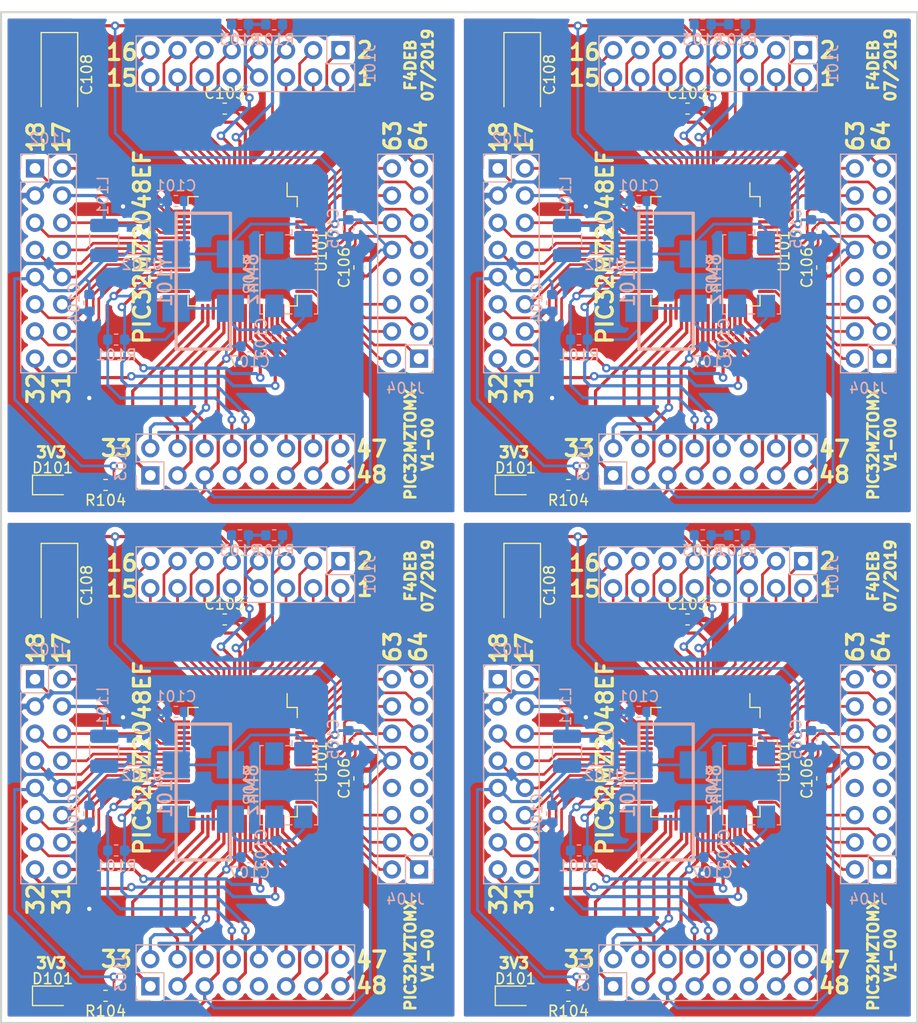
<source format=kicad_pcb>
(kicad_pcb (version 20171130) (host pcbnew 5.0.2+dfsg1-1~bpo9+1)
  (layers (0 F.Cu signal) (31 B.Cu signal) (34 B.Paste user) (35 F.Paste user) (36 B.SilkS user) (37 F.SilkS user) (38 B.Mask user) (39 F.Mask user) (44 Edge.Cuts user))
  (net 0 "")
  (net 1 /39)
  (net 2 /20)
  (net 3 /40)
  (net 4 "Net-(D101-Pad2)")
  (net 5 /1)
  (net 6 /2)
  (net 7 /3)
  (net 8 /4)
  (net 9 /5)
  (net 10 /6)
  (net 11 /7)
  (net 12 /8)
  (net 13 /10)
  (net 14 /11)
  (net 15 /12)
  (net 16 /13)
  (net 17 /14)
  (net 18 /15)
  (net 19 /16)
  (net 20 /32)
  (net 21 /31)
  (net 22 /30)
  (net 23 /29)
  (net 24 /28)
  (net 25 /27)
  (net 26 /24)
  (net 27 /23)
  (net 28 /22)
  (net 29 /21)
  (net 30 /19)
  (net 31 /18)
  (net 32 /17)
  (net 33 /33)
  (net 34 /34)
  (net 35 /35)
  (net 36 /36)
  (net 37 /37)
  (net 38 /42)
  (net 39 /43)
  (net 40 /44)
  (net 41 /45)
  (net 42 /46)
  (net 43 /47)
  (net 44 /48)
  (net 45 /64)
  (net 46 /63)
  (net 47 /62)
  (net 48 /61)
  (net 49 /60)
  (net 50 /59)
  (net 51 /58)
  (net 52 /56)
  (net 53 /55)
  (net 54 /54)
  (net 55 /53)
  (net 56 /52)
  (net 57 /51)
  (net 58 /50)
  (net 59 /49)
  (net 60 "Net-(R102-Pad2)")
  (module Resistor_SMD:R_0603_1608Metric (layer B.Cu) (at 195.7325 110.49)
    (fp_text reference R102 (at 0 1.43) (layer B.SilkS) (effects (justify mirror)))
    (fp_text value 470)
    (pad 1 smd roundrect (at -0.7875 0) (size 0.875 0.95) (layers B.Cu B.Paste B.Mask) (net 11 /7))
    (pad 2 smd roundrect (at 0.7875 0) (size 0.875 0.95) (layers B.Cu B.Paste B.Mask) (net 60 "Net-(R102-Pad2)"))
  )
  (module Connector_PinSocket_2.54mm:PinSocket_2x08_P2.54mm_Vertical (layer B.Cu) (at 173.355 123.952 180)
    (fp_text reference J102 (at -1.27 2.77 180) (layer B.SilkS) (effects (justify mirror)))
    (fp_text value Conn_02x08_Odd_Even hide)
    (pad 16 thru_hole oval (at -2.54 -17.78 180) (size 1.7 1.7) (drill 1) (layers *.Cu *.Mask) (net 21 /31))
    (pad 15 thru_hole oval (at 0 -17.78 180) (size 1.7 1.7) (drill 1) (layers *.Cu *.Mask) (net 20 /32))
    (pad 14 thru_hole oval (at -2.54 -15.24 180) (size 1.7 1.7) (drill 1) (layers *.Cu *.Mask) (net 23 /29))
    (pad 13 thru_hole oval (at 0 -15.24 180) (size 1.7 1.7) (drill 1) (layers *.Cu *.Mask) (net 22 /30))
    (pad 12 thru_hole oval (at -2.54 -12.7 180) (size 1.7 1.7) (drill 1) (layers *.Cu *.Mask) (net 25 /27))
    (pad 11 thru_hole oval (at 0 -12.7 180) (size 1.7 1.7) (drill 1) (layers *.Cu *.Mask) (net 24 /28))
    (pad 10 thru_hole oval (at -2.54 -10.16 180) (size 1.7 1.7) (drill 1) (layers *.Cu *.Mask) (net 2 /20))
    (pad 9 thru_hole oval (at 0 -10.16 180) (size 1.7 1.7) (drill 1) (layers *.Cu *.Mask) (net 13 /10))
    (pad 8 thru_hole oval (at -2.54 -7.62 180) (size 1.7 1.7) (drill 1) (layers *.Cu *.Mask) (net 27 /23))
    (pad 7 thru_hole oval (at 0 -7.62 180) (size 1.7 1.7) (drill 1) (layers *.Cu *.Mask) (net 26 /24))
    (pad 6 thru_hole oval (at -2.54 -5.08 180) (size 1.7 1.7) (drill 1) (layers *.Cu *.Mask) (net 29 /21))
    (pad 5 thru_hole oval (at 0 -5.08 180) (size 1.7 1.7) (drill 1) (layers *.Cu *.Mask) (net 28 /22))
    (pad 4 thru_hole oval (at -2.54 -2.54 180) (size 1.7 1.7) (drill 1) (layers *.Cu *.Mask) (net 30 /19))
    (pad 3 thru_hole oval (at 0 -2.54 180) (size 1.7 1.7) (drill 1) (layers *.Cu *.Mask) (net 2 /20))
    (pad 2 thru_hole oval (at -2.54 0 180) (size 1.7 1.7) (drill 1) (layers *.Cu *.Mask) (net 32 /17))
    (pad 1 thru_hole rect (at 0 0 180) (size 1.7 1.7) (drill 1) (layers *.Cu *.Mask) (net 31 /18))
  )
  (module Package_TO_SOT_SMD:SOT-23 (layer B.Cu) (at 183.388 130.429)
    (fp_text reference U102 (at 0 2.5) (layer B.SilkS) (effects (justify mirror)))
    (fp_text value REF3033)
    (pad 1 smd rect (at -1 0.95) (size 0.9 0.8) (layers B.Cu B.Paste B.Mask) (net 13 /10))
    (pad 2 smd rect (at -1 -0.95) (size 0.9 0.8) (layers B.Cu B.Paste B.Mask) (net 30 /19))
    (pad 3 smd rect (at 1 0) (size 0.9 0.8) (layers B.Cu B.Paste B.Mask) (net 2 /20))
  )
  (module Capacitor_SMD:C_0603_1608Metric (layer B.Cu) (at 186.5375 127 180)
    (fp_text reference C101 (at 0 1.43 180) (layer B.SilkS) (effects (justify mirror)))
    (fp_text value 22pf)
    (pad 1 smd roundrect (at -0.7875 0 180) (size 0.875 0.95) (layers B.Cu B.Paste B.Mask) (net 1 /39))
    (pad 2 smd roundrect (at 0.7875 0 180) (size 0.875 0.95) (layers B.Cu B.Paste B.Mask) (net 2 /20))
  )
  (module Package_QFP:TQFP-64_10x10mm_P0.5mm (layer F.Cu) (at 149.479 131.699 270)
    (fp_text reference U101 (at 0 -7.35 270) (layer F.SilkS))
    (fp_text value PIC32MZ2048ECM064)
    (pad 1 smd roundrect (at -5.6625 -3.75 270) (size 1.475 0.3) (layers F.Cu F.Paste F.Mask) (net 5 /1))
    (pad 2 smd roundrect (at -5.6625 -3.25 270) (size 1.475 0.3) (layers F.Cu F.Paste F.Mask) (net 6 /2))
    (pad 3 smd roundrect (at -5.6625 -2.75 270) (size 1.475 0.3) (layers F.Cu F.Paste F.Mask) (net 7 /3))
    (pad 4 smd roundrect (at -5.6625 -2.25 270) (size 1.475 0.3) (layers F.Cu F.Paste F.Mask) (net 8 /4))
    (pad 5 smd roundrect (at -5.6625 -1.75 270) (size 1.475 0.3) (layers F.Cu F.Paste F.Mask) (net 9 /5))
    (pad 6 smd roundrect (at -5.6625 -1.25 270) (size 1.475 0.3) (layers F.Cu F.Paste F.Mask) (net 10 /6))
    (pad 7 smd roundrect (at -5.6625 -0.75 270) (size 1.475 0.3) (layers F.Cu F.Paste F.Mask) (net 2 /20))
    (pad 8 smd roundrect (at -5.6625 -0.25 270) (size 1.475 0.3) (layers F.Cu F.Paste F.Mask) (net 13 /10))
    (pad 9 smd roundrect (at -5.6625 0.25 270) (size 1.475 0.3) (layers F.Cu F.Paste F.Mask) (net 60 "Net-(R102-Pad2)"))
    (pad 10 smd roundrect (at -5.6625 0.75 270) (size 1.475 0.3) (layers F.Cu F.Paste F.Mask) (net 12 /8))
    (pad 11 smd roundrect (at -5.6625 1.25 270) (size 1.475 0.3) (layers F.Cu F.Paste F.Mask) (net 14 /11))
    (pad 12 smd roundrect (at -5.6625 1.75 270) (size 1.475 0.3) (layers F.Cu F.Paste F.Mask) (net 15 /12))
    (pad 13 smd roundrect (at -5.6625 2.25 270) (size 1.475 0.3) (layers F.Cu F.Paste F.Mask) (net 16 /13))
    (pad 14 smd roundrect (at -5.6625 2.75 270) (size 1.475 0.3) (layers F.Cu F.Paste F.Mask) (net 17 /14))
    (pad 15 smd roundrect (at -5.6625 3.25 270) (size 1.475 0.3) (layers F.Cu F.Paste F.Mask) (net 18 /15))
    (pad 16 smd roundrect (at -5.6625 3.75 270) (size 1.475 0.3) (layers F.Cu F.Paste F.Mask) (net 19 /16))
    (pad 17 smd roundrect (at -3.75 5.6625 270) (size 0.3 1.475) (layers F.Cu F.Paste F.Mask) (net 32 /17))
    (pad 18 smd roundrect (at -3.25 5.6625 270) (size 0.3 1.475) (layers F.Cu F.Paste F.Mask) (net 31 /18))
    (pad 19 smd roundrect (at -2.75 5.6625 270) (size 0.3 1.475) (layers F.Cu F.Paste F.Mask) (net 30 /19))
    (pad 20 smd roundrect (at -2.25 5.6625 270) (size 0.3 1.475) (layers F.Cu F.Paste F.Mask) (net 2 /20))
    (pad 21 smd roundrect (at -1.75 5.6625 270) (size 0.3 1.475) (layers F.Cu F.Paste F.Mask) (net 29 /21))
    (pad 22 smd roundrect (at -1.25 5.6625 270) (size 0.3 1.475) (layers F.Cu F.Paste F.Mask) (net 28 /22))
    (pad 23 smd roundrect (at -0.75 5.6625 270) (size 0.3 1.475) (layers F.Cu F.Paste F.Mask) (net 27 /23))
    (pad 24 smd roundrect (at -0.25 5.6625 270) (size 0.3 1.475) (layers F.Cu F.Paste F.Mask) (net 26 /24))
    (pad 25 smd roundrect (at 0.25 5.6625 270) (size 0.3 1.475) (layers F.Cu F.Paste F.Mask) (net 2 /20))
    (pad 26 smd roundrect (at 0.75 5.6625 270) (size 0.3 1.475) (layers F.Cu F.Paste F.Mask) (net 13 /10))
    (pad 27 smd roundrect (at 1.25 5.6625 270) (size 0.3 1.475) (layers F.Cu F.Paste F.Mask) (net 25 /27))
    (pad 28 smd roundrect (at 1.75 5.6625 270) (size 0.3 1.475) (layers F.Cu F.Paste F.Mask) (net 24 /28))
    (pad 29 smd roundrect (at 2.25 5.6625 270) (size 0.3 1.475) (layers F.Cu F.Paste F.Mask) (net 23 /29))
    (pad 30 smd roundrect (at 2.75 5.6625 270) (size 0.3 1.475) (layers F.Cu F.Paste F.Mask) (net 22 /30))
    (pad 31 smd roundrect (at 3.25 5.6625 270) (size 0.3 1.475) (layers F.Cu F.Paste F.Mask) (net 1 /39))
    (pad 32 smd roundrect (at 3.75 5.6625 270) (size 0.3 1.475) (layers F.Cu F.Paste F.Mask) (net 3 /40))
    (pad 33 smd roundrect (at 5.6625 3.75 270) (size 1.475 0.3) (layers F.Cu F.Paste F.Mask) (net 34 /34))
    (pad 34 smd roundrect (at 5.6625 3.25 270) (size 1.475 0.3) (layers F.Cu F.Paste F.Mask) (net 35 /35))
    (pad 35 smd roundrect (at 5.6625 2.75 270) (size 1.475 0.3) (layers F.Cu F.Paste F.Mask) (net 2 /20))
    (pad 36 smd roundrect (at 5.6625 2.25 270) (size 1.475 0.3) (layers F.Cu F.Paste F.Mask) (net 36 /36))
    (pad 37 smd roundrect (at 5.6625 1.75 270) (size 1.475 0.3) (layers F.Cu F.Paste F.Mask) (net 37 /37))
    (pad 38 smd roundrect (at 5.6625 1.25 270) (size 1.475 0.3) (layers F.Cu F.Paste F.Mask) (net 33 /33))
    (pad 39 smd roundrect (at 5.6625 0.75 270) (size 1.475 0.3) (layers F.Cu F.Paste F.Mask) (net 13 /10))
    (pad 40 smd roundrect (at 5.6625 0.25 270) (size 1.475 0.3) (layers F.Cu F.Paste F.Mask) (net 2 /20))
    (pad 41 smd roundrect (at 5.6625 -0.25 270) (size 1.475 0.3) (layers F.Cu F.Paste F.Mask) (net 21 /31))
    (pad 42 smd roundrect (at 5.6625 -0.75 270) (size 1.475 0.3) (layers F.Cu F.Paste F.Mask) (net 20 /32))
    (pad 43 smd roundrect (at 5.6625 -1.25 270) (size 1.475 0.3) (layers F.Cu F.Paste F.Mask) (net 39 /43))
    (pad 44 smd roundrect (at 5.6625 -1.75 270) (size 1.475 0.3) (layers F.Cu F.Paste F.Mask) (net 40 /44))
    (pad 45 smd roundrect (at 5.6625 -2.25 270) (size 1.475 0.3) (layers F.Cu F.Paste F.Mask) (net 41 /45))
    (pad 46 smd roundrect (at 5.6625 -2.75 270) (size 1.475 0.3) (layers F.Cu F.Paste F.Mask) (net 42 /46))
    (pad 47 smd roundrect (at 5.6625 -3.25 270) (size 1.475 0.3) (layers F.Cu F.Paste F.Mask) (net 43 /47))
    (pad 48 smd roundrect (at 5.6625 -3.75 270) (size 1.475 0.3) (layers F.Cu F.Paste F.Mask) (net 44 /48))
    (pad 49 smd roundrect (at 3.75 -5.6625 270) (size 0.3 1.475) (layers F.Cu F.Paste F.Mask) (net 59 /49))
    (pad 50 smd roundrect (at 3.25 -5.6625 270) (size 0.3 1.475) (layers F.Cu F.Paste F.Mask) (net 58 /50))
    (pad 51 smd roundrect (at 2.75 -5.6625 270) (size 0.3 1.475) (layers F.Cu F.Paste F.Mask) (net 57 /51))
    (pad 52 smd roundrect (at 2.25 -5.6625 270) (size 0.3 1.475) (layers F.Cu F.Paste F.Mask) (net 56 /52))
    (pad 53 smd roundrect (at 1.75 -5.6625 270) (size 0.3 1.475) (layers F.Cu F.Paste F.Mask) (net 55 /53))
    (pad 54 smd roundrect (at 1.25 -5.6625 270) (size 0.3 1.475) (layers F.Cu F.Paste F.Mask) (net 13 /10))
    (pad 55 smd roundrect (at 0.75 -5.6625 270) (size 0.3 1.475) (layers F.Cu F.Paste F.Mask) (net 2 /20))
    (pad 56 smd roundrect (at 0.25 -5.6625 270) (size 0.3 1.475) (layers F.Cu F.Paste F.Mask) (net 51 /58))
    (pad 57 smd roundrect (at -0.25 -5.6625 270) (size 0.3 1.475) (layers F.Cu F.Paste F.Mask) (net 50 /59))
    (pad 58 smd roundrect (at -0.75 -5.6625 270) (size 0.3 1.475) (layers F.Cu F.Paste F.Mask) (net 49 /60))
    (pad 59 smd roundrect (at -1.25 -5.6625 270) (size 0.3 1.475) (layers F.Cu F.Paste F.Mask) (net 2 /20))
    (pad 60 smd roundrect (at -1.75 -5.6625 270) (size 0.3 1.475) (layers F.Cu F.Paste F.Mask) (net 13 /10))
    (pad 61 smd roundrect (at -2.25 -5.6625 270) (size 0.3 1.475) (layers F.Cu F.Paste F.Mask) (net 48 /61))
    (pad 62 smd roundrect (at -2.75 -5.6625 270) (size 0.3 1.475) (layers F.Cu F.Paste F.Mask) (net 47 /62))
    (pad 63 smd roundrect (at -3.25 -5.6625 270) (size 0.3 1.475) (layers F.Cu F.Paste F.Mask) (net 46 /63))
    (pad 64 smd roundrect (at -3.75 -5.6625 270) (size 0.3 1.475) (layers F.Cu F.Paste F.Mask) (net 45 /64))
  )
  (module f4deb-mod-library:QTZ (layer B.Cu) (at 189.103 134.493 270)
    (fp_text reference Y101 (at 0.0508 3.5814 270) (layer B.SilkS) (effects (font (size 1.27 1.27) (thickness 0.2032)) (justify mirror)))
    (fp_text value 8Mhz (at -0.2032 -4.4958 270) (layer B.SilkS) (effects (font (size 1.27 1.27) (thickness 0.2032)) (justify mirror)))
    (pad 1 smd rect (at -2.54 2.54 270) (size 2.54 2.54) (layers B.Cu B.Paste B.Mask) (net 1 /39))
    (pad 2 smd rect (at 2.54 2.54 270) (size 2.54 2.54) (layers B.Cu B.Paste B.Mask) (net 3 /40))
    (pad 2 smd rect (at 2.54 -2.54 270) (size 2.54 2.54) (layers B.Cu B.Paste B.Mask) (net 3 /40))
    (pad 1 smd rect (at -2.54 -2.54 270) (size 2.54 2.54) (layers B.Cu B.Paste B.Mask) (net 1 /39))
  )
  (module Capacitor_SMD:C_0603_1608Metric (layer B.Cu) (at 152.654 139.827 270)
    (fp_text reference C102 (at 0 1.43 270) (layer B.SilkS) (effects (justify mirror)))
    (fp_text value 22pf)
    (pad 1 smd roundrect (at -0.7875 0 270) (size 0.875 0.95) (layers B.Cu B.Paste B.Mask) (net 3 /40))
    (pad 2 smd roundrect (at 0.7875 0 270) (size 0.875 0.95) (layers B.Cu B.Paste B.Mask) (net 2 /20))
  )
  (module Capacitor_SMD:C_0603_1608Metric (layer F.Cu) (at 191.1095 118.364)
    (fp_text reference C103 (at 0 -1.43) (layer F.SilkS))
    (fp_text value C)
    (pad 1 smd roundrect (at -0.7875 0) (size 0.875 0.95) (layers F.Cu F.Paste F.Mask) (net 13 /10))
    (pad 2 smd roundrect (at 0.7875 0) (size 0.875 0.95) (layers F.Cu F.Paste F.Mask) (net 2 /20))
  )
  (module LED_SMD:LED_0805_2012Metric_Castellated (layer F.Cu) (at 131.699 153.543)
    (fp_text reference D101 (at 0 -1.6) (layer F.SilkS))
    (fp_text value LED)
    (pad 2 smd roundrect (at 0.9625 0) (size 1.325 1.3) (layers F.Cu F.Paste F.Mask) (roundrect_rratio 0.192308) (net 4 "Net-(D101-Pad2)"))
    (pad 1 smd roundrect (at -0.9625 0) (size 1.325 1.3) (layers F.Cu F.Paste F.Mask) (roundrect_rratio 0.192308) (net 2 /20))
  )
  (module Capacitor_SMD:C_0603_1608Metric (layer B.Cu) (at 193.421 140.589)
    (fp_text reference C107 (at 0 1.43) (layer B.SilkS) (effects (justify mirror)))
    (fp_text value C)
    (pad 1 smd roundrect (at -0.7875 0) (size 0.875 0.95) (layers B.Cu B.Paste B.Mask) (net 13 /10))
    (pad 2 smd roundrect (at 0.7875 0) (size 0.875 0.95) (layers B.Cu B.Paste B.Mask) (net 2 /20))
  )
  (module Package_TO_SOT_SMD:SOT-23 (layer B.Cu) (at 140.081 130.429)
    (fp_text reference U102 (at 0 2.5) (layer B.SilkS) (effects (justify mirror)))
    (fp_text value REF3033)
    (pad 3 smd rect (at 1 0) (size 0.9 0.8) (layers B.Cu B.Paste B.Mask) (net 2 /20))
    (pad 2 smd rect (at -1 -0.95) (size 0.9 0.8) (layers B.Cu B.Paste B.Mask) (net 30 /19))
    (pad 1 smd rect (at -1 0.95) (size 0.9 0.8) (layers B.Cu B.Paste B.Mask) (net 13 /10))
  )
  (module Inductor_SMD:L_1210_3225Metric (layer B.Cu) (at 179.832 130.683 90)
    (fp_text reference L101 (at 4.191 -0.127 90) (layer B.SilkS) (effects (justify mirror)))
    (fp_text value INDUCTOR)
    (pad 1 smd roundrect (at -1.4 0 90) (size 1.25 2.65) (layers B.Cu B.Paste B.Mask) (roundrect_rratio 0.2) (net 13 /10))
    (pad 2 smd roundrect (at 1.4 0 90) (size 1.25 2.65) (layers B.Cu B.Paste B.Mask) (roundrect_rratio 0.2) (net 30 /19))
  )
  (module Connector_PinSocket_2.54mm:PinSocket_2x08_P2.54mm_Vertical (layer B.Cu) (at 140.843 152.654 270)
    (fp_text reference J103 (at -1.27 2.77 270) (layer B.SilkS) (effects (justify mirror)))
    (fp_text value Conn_02x08_Odd_Even hide)
    (pad 16 thru_hole oval (at -2.54 -17.78 270) (size 1.7 1.7) (drill 1) (layers *.Cu *.Mask) (net 43 /47))
    (pad 15 thru_hole oval (at 0 -17.78 270) (size 1.7 1.7) (drill 1) (layers *.Cu *.Mask) (net 44 /48))
    (pad 14 thru_hole oval (at -2.54 -15.24 270) (size 1.7 1.7) (drill 1) (layers *.Cu *.Mask) (net 41 /45))
    (pad 13 thru_hole oval (at 0 -15.24 270) (size 1.7 1.7) (drill 1) (layers *.Cu *.Mask) (net 42 /46))
    (pad 12 thru_hole oval (at -2.54 -12.7 270) (size 1.7 1.7) (drill 1) (layers *.Cu *.Mask) (net 39 /43))
    (pad 11 thru_hole oval (at 0 -12.7 270) (size 1.7 1.7) (drill 1) (layers *.Cu *.Mask) (net 40 /44))
    (pad 10 thru_hole oval (at -2.54 -10.16 270) (size 1.7 1.7) (drill 1) (layers *.Cu *.Mask) (net 2 /20))
    (pad 9 thru_hole oval (at 0 -10.16 270) (size 1.7 1.7) (drill 1) (layers *.Cu *.Mask) (net 38 /42))
    (pad 8 thru_hole oval (at -2.54 -7.62 270) (size 1.7 1.7) (drill 1) (layers *.Cu *.Mask) (net 1 /39))
    (pad 7 thru_hole oval (at 0 -7.62 270) (size 1.7 1.7) (drill 1) (layers *.Cu *.Mask) (net 3 /40))
    (pad 6 thru_hole oval (at -2.54 -5.08 270) (size 1.7 1.7) (drill 1) (layers *.Cu *.Mask) (net 37 /37))
    (pad 5 thru_hole oval (at 0 -5.08 270) (size 1.7 1.7) (drill 1) (layers *.Cu *.Mask) (net 13 /10))
    (pad 4 thru_hole oval (at -2.54 -2.54 270) (size 1.7 1.7) (drill 1) (layers *.Cu *.Mask) (net 35 /35))
    (pad 3 thru_hole oval (at 0 -2.54 270) (size 1.7 1.7) (drill 1) (layers *.Cu *.Mask) (net 36 /36))
    (pad 2 thru_hole oval (at -2.54 0 270) (size 1.7 1.7) (drill 1) (layers *.Cu *.Mask) (net 33 /33))
    (pad 1 thru_hole rect (at 0 0 270) (size 1.7 1.7) (drill 1) (layers *.Cu *.Mask) (net 34 /34))
  )
  (module Connector_PinSocket_2.54mm:PinSocket_2x08_P2.54mm_Vertical (layer B.Cu) (at 158.623 112.903 90)
    (fp_text reference J101 (at -1.27 2.77 90) (layer B.SilkS) (effects (justify mirror)))
    (fp_text value Conn_02x08_Odd_Even hide)
    (pad 16 thru_hole oval (at -2.54 -17.78 90) (size 1.7 1.7) (drill 1) (layers *.Cu *.Mask) (net 18 /15))
    (pad 15 thru_hole oval (at 0 -17.78 90) (size 1.7 1.7) (drill 1) (layers *.Cu *.Mask) (net 19 /16))
    (pad 14 thru_hole oval (at -2.54 -15.24 90) (size 1.7 1.7) (drill 1) (layers *.Cu *.Mask) (net 16 /13))
    (pad 13 thru_hole oval (at 0 -15.24 90) (size 1.7 1.7) (drill 1) (layers *.Cu *.Mask) (net 17 /14))
    (pad 12 thru_hole oval (at -2.54 -12.7 90) (size 1.7 1.7) (drill 1) (layers *.Cu *.Mask) (net 14 /11))
    (pad 11 thru_hole oval (at 0 -12.7 90) (size 1.7 1.7) (drill 1) (layers *.Cu *.Mask) (net 15 /12))
    (pad 10 thru_hole oval (at -2.54 -10.16 90) (size 1.7 1.7) (drill 1) (layers *.Cu *.Mask) (net 2 /20))
    (pad 9 thru_hole oval (at 0 -10.16 90) (size 1.7 1.7) (drill 1) (layers *.Cu *.Mask) (net 13 /10))
    (pad 8 thru_hole oval (at -2.54 -7.62 90) (size 1.7 1.7) (drill 1) (layers *.Cu *.Mask) (net 11 /7))
    (pad 7 thru_hole oval (at 0 -7.62 90) (size 1.7 1.7) (drill 1) (layers *.Cu *.Mask) (net 12 /8))
    (pad 6 thru_hole oval (at -2.54 -5.08 90) (size 1.7 1.7) (drill 1) (layers *.Cu *.Mask) (net 9 /5))
    (pad 5 thru_hole oval (at 0 -5.08 90) (size 1.7 1.7) (drill 1) (layers *.Cu *.Mask) (net 10 /6))
    (pad 4 thru_hole oval (at -2.54 -2.54 90) (size 1.7 1.7) (drill 1) (layers *.Cu *.Mask) (net 7 /3))
    (pad 3 thru_hole oval (at 0 -2.54 90) (size 1.7 1.7) (drill 1) (layers *.Cu *.Mask) (net 8 /4))
    (pad 2 thru_hole oval (at -2.54 0 90) (size 1.7 1.7) (drill 1) (layers *.Cu *.Mask) (net 5 /1))
    (pad 1 thru_hole rect (at 0 0 90) (size 1.7 1.7) (drill 1) (layers *.Cu *.Mask) (net 6 /2))
  )
  (module Capacitor_Tantalum_SMD:CP_EIA-6032-15_Kemet-U_Pad2.25x2.35mm_HandSolder (layer F.Cu) (at 175.641 115.189 270)
    (fp_text reference C108 (at 0 -2.55 270) (layer F.SilkS))
    (fp_text value CP)
    (pad 2 smd roundrect (at 2.55 0 270) (size 2.25 2.35) (layers F.Cu F.Paste F.Mask) (roundrect_rratio 0.111111) (net 2 /20))
    (pad 1 smd roundrect (at -2.55 0 270) (size 2.25 2.35) (layers F.Cu F.Paste F.Mask) (roundrect_rratio 0.111111) (net 13 /10))
  )
  (module Resistor_SMD:R_0603_1608Metric (layer F.Cu) (at 136.652 153.543 180)
    (fp_text reference R104 (at 0 -1.43 180) (layer F.SilkS))
    (fp_text value 1k)
    (pad 1 smd roundrect (at -0.7875 0 180) (size 0.875 0.95) (layers F.Cu F.Paste F.Mask) (net 13 /10))
    (pad 2 smd roundrect (at 0.7875 0 180) (size 0.875 0.95) (layers F.Cu F.Paste F.Mask) (net 4 "Net-(D101-Pad2)"))
  )
  (module Crystal:Crystal_SMD_7050-4Pin_7.0x5.0mm (layer B.Cu) (at 153.797 133.858 270)
    (fp_text reference Y102 (at 0 3.7 270) (layer B.SilkS) (effects (justify mirror)))
    (fp_text value 12Mhz)
    (pad 1 smd rect (at -2.95 -1.35 270) (size 2.1 1.7) (layers B.Cu B.Paste B.Mask) (net 1 /39))
    (pad 2 smd rect (at 2.95 -1.35 270) (size 2.1 1.7) (layers B.Cu B.Paste B.Mask) (net 3 /40))
    (pad 3 smd rect (at 2.95 1.35 270) (size 2.1 1.7) (layers B.Cu B.Paste B.Mask))
    (pad 4 smd rect (at -2.95 1.35 270) (size 2.1 1.7) (layers B.Cu B.Paste B.Mask))
  )
  (module Capacitor_SMD:C_0603_1608Metric (layer F.Cu) (at 203.708 133.223 90)
    (fp_text reference C106 (at 0 -1.43 90) (layer F.SilkS))
    (fp_text value C)
    (pad 2 smd roundrect (at 0.7875 0 90) (size 0.875 0.95) (layers F.Cu F.Paste F.Mask) (net 2 /20))
    (pad 1 smd roundrect (at -0.7875 0 90) (size 0.875 0.95) (layers F.Cu F.Paste F.Mask) (net 13 /10))
  )
  (module Package_QFP:TQFP-64_10x10mm_P0.5mm (layer F.Cu) (at 192.786 131.699 270)
    (fp_text reference U101 (at 0 -7.35 270) (layer F.SilkS))
    (fp_text value PIC32MZ2048ECM064)
    (pad 64 smd roundrect (at -3.75 -5.6625 270) (size 0.3 1.475) (layers F.Cu F.Paste F.Mask) (net 45 /64))
    (pad 63 smd roundrect (at -3.25 -5.6625 270) (size 0.3 1.475) (layers F.Cu F.Paste F.Mask) (net 46 /63))
    (pad 62 smd roundrect (at -2.75 -5.6625 270) (size 0.3 1.475) (layers F.Cu F.Paste F.Mask) (net 47 /62))
    (pad 61 smd roundrect (at -2.25 -5.6625 270) (size 0.3 1.475) (layers F.Cu F.Paste F.Mask) (net 48 /61))
    (pad 60 smd roundrect (at -1.75 -5.6625 270) (size 0.3 1.475) (layers F.Cu F.Paste F.Mask) (net 13 /10))
    (pad 59 smd roundrect (at -1.25 -5.6625 270) (size 0.3 1.475) (layers F.Cu F.Paste F.Mask) (net 2 /20))
    (pad 58 smd roundrect (at -0.75 -5.6625 270) (size 0.3 1.475) (layers F.Cu F.Paste F.Mask) (net 49 /60))
    (pad 57 smd roundrect (at -0.25 -5.6625 270) (size 0.3 1.475) (layers F.Cu F.Paste F.Mask) (net 50 /59))
    (pad 56 smd roundrect (at 0.25 -5.6625 270) (size 0.3 1.475) (layers F.Cu F.Paste F.Mask) (net 51 /58))
    (pad 55 smd roundrect (at 0.75 -5.6625 270) (size 0.3 1.475) (layers F.Cu F.Paste F.Mask) (net 2 /20))
    (pad 54 smd roundrect (at 1.25 -5.6625 270) (size 0.3 1.475) (layers F.Cu F.Paste F.Mask) (net 13 /10))
    (pad 53 smd roundrect (at 1.75 -5.6625 270) (size 0.3 1.475) (layers F.Cu F.Paste F.Mask) (net 55 /53))
    (pad 52 smd roundrect (at 2.25 -5.6625 270) (size 0.3 1.475) (layers F.Cu F.Paste F.Mask) (net 56 /52))
    (pad 51 smd roundrect (at 2.75 -5.6625 270) (size 0.3 1.475) (layers F.Cu F.Paste F.Mask) (net 57 /51))
    (pad 50 smd roundrect (at 3.25 -5.6625 270) (size 0.3 1.475) (layers F.Cu F.Paste F.Mask) (net 58 /50))
    (pad 49 smd roundrect (at 3.75 -5.6625 270) (size 0.3 1.475) (layers F.Cu F.Paste F.Mask) (net 59 /49))
    (pad 48 smd roundrect (at 5.6625 -3.75 270) (size 1.475 0.3) (layers F.Cu F.Paste F.Mask) (net 44 /48))
    (pad 47 smd roundrect (at 5.6625 -3.25 270) (size 1.475 0.3) (layers F.Cu F.Paste F.Mask) (net 43 /47))
    (pad 46 smd roundrect (at 5.6625 -2.75 270) (size 1.475 0.3) (layers F.Cu F.Paste F.Mask) (net 42 /46))
    (pad 45 smd roundrect (at 5.6625 -2.25 270) (size 1.475 0.3) (layers F.Cu F.Paste F.Mask) (net 41 /45))
    (pad 44 smd roundrect (at 5.6625 -1.75 270) (size 1.475 0.3) (layers F.Cu F.Paste F.Mask) (net 40 /44))
    (pad 43 smd roundrect (at 5.6625 -1.25 270) (size 1.475 0.3) (layers F.Cu F.Paste F.Mask) (net 39 /43))
    (pad 42 smd roundrect (at 5.6625 -0.75 270) (size 1.475 0.3) (layers F.Cu F.Paste F.Mask) (net 20 /32))
    (pad 41 smd roundrect (at 5.6625 -0.25 270) (size 1.475 0.3) (layers F.Cu F.Paste F.Mask) (net 21 /31))
    (pad 40 smd roundrect (at 5.6625 0.25 270) (size 1.475 0.3) (layers F.Cu F.Paste F.Mask) (net 2 /20))
    (pad 39 smd roundrect (at 5.6625 0.75 270) (size 1.475 0.3) (layers F.Cu F.Paste F.Mask) (net 13 /10))
    (pad 38 smd roundrect (at 5.6625 1.25 270) (size 1.475 0.3) (layers F.Cu F.Paste F.Mask) (net 33 /33))
    (pad 37 smd roundrect (at 5.6625 1.75 270) (size 1.475 0.3) (layers F.Cu F.Paste F.Mask) (net 37 /37))
    (pad 36 smd roundrect (at 5.6625 2.25 270) (size 1.475 0.3) (layers F.Cu F.Paste F.Mask) (net 36 /36))
    (pad 35 smd roundrect (at 5.6625 2.75 270) (size 1.475 0.3) (layers F.Cu F.Paste F.Mask) (net 2 /20))
    (pad 34 smd roundrect (at 5.6625 3.25 270) (size 1.475 0.3) (layers F.Cu F.Paste F.Mask) (net 35 /35))
    (pad 33 smd roundrect (at 5.6625 3.75 270) (size 1.475 0.3) (layers F.Cu F.Paste F.Mask) (net 34 /34))
    (pad 32 smd roundrect (at 3.75 5.6625 270) (size 0.3 1.475) (layers F.Cu F.Paste F.Mask) (net 3 /40))
    (pad 31 smd roundrect (at 3.25 5.6625 270) (size 0.3 1.475) (layers F.Cu F.Paste F.Mask) (net 1 /39))
    (pad 30 smd roundrect (at 2.75 5.6625 270) (size 0.3 1.475) (layers F.Cu F.Paste F.Mask) (net 22 /30))
    (pad 29 smd roundrect (at 2.25 5.6625 270) (size 0.3 1.475) (layers F.Cu F.Paste F.Mask) (net 23 /29))
    (pad 28 smd roundrect (at 1.75 5.6625 270) (size 0.3 1.475) (layers F.Cu F.Paste F.Mask) (net 24 /28))
    (pad 27 smd roundrect (at 1.25 5.6625 270) (size 0.3 1.475) (layers F.Cu F.Paste F.Mask) (net 25 /27))
    (pad 26 smd roundrect (at 0.75 5.6625 270) (size 0.3 1.475) (layers F.Cu F.Paste F.Mask) (net 13 /10))
    (pad 25 smd roundrect (at 0.25 5.6625 270) (size 0.3 1.475) (layers F.Cu F.Paste F.Mask) (net 2 /20))
    (pad 24 smd roundrect (at -0.25 5.6625 270) (size 0.3 1.475) (layers F.Cu F.Paste F.Mask) (net 26 /24))
    (pad 23 smd roundrect (at -0.75 5.6625 270) (size 0.3 1.475) (layers F.Cu F.Paste F.Mask) (net 27 /23))
    (pad 22 smd roundrect (at -1.25 5.6625 270) (size 0.3 1.475) (layers F.Cu F.Paste F.Mask) (net 28 /22))
    (pad 21 smd roundrect (at -1.75 5.6625 270) (size 0.3 1.475) (layers F.Cu F.Paste F.Mask) (net 29 /21))
    (pad 20 smd roundrect (at -2.25 5.6625 270) (size 0.3 1.475) (layers F.Cu F.Paste F.Mask) (net 2 /20))
    (pad 19 smd roundrect (at -2.75 5.6625 270) (size 0.3 1.475) (layers F.Cu F.Paste F.Mask) (net 30 /19))
    (pad 18 smd roundrect (at -3.25 5.6625 270) (size 0.3 1.475) (layers F.Cu F.Paste F.Mask) (net 31 /18))
    (pad 17 smd roundrect (at -3.75 5.6625 270) (size 0.3 1.475) (layers F.Cu F.Paste F.Mask) (net 32 /17))
    (pad 16 smd roundrect (at -5.6625 3.75 270) (size 1.475 0.3) (layers F.Cu F.Paste F.Mask) (net 19 /16))
    (pad 15 smd roundrect (at -5.6625 3.25 270) (size 1.475 0.3) (layers F.Cu F.Paste F.Mask) (net 18 /15))
    (pad 14 smd roundrect (at -5.6625 2.75 270) (size 1.475 0.3) (layers F.Cu F.Paste F.Mask) (net 17 /14))
    (pad 13 smd roundrect (at -5.6625 2.25 270) (size 1.475 0.3) (layers F.Cu F.Paste F.Mask) (net 16 /13))
    (pad 12 smd roundrect (at -5.6625 1.75 270) (size 1.475 0.3) (layers F.Cu F.Paste F.Mask) (net 15 /12))
    (pad 11 smd roundrect (at -5.6625 1.25 270) (size 1.475 0.3) (layers F.Cu F.Paste F.Mask) (net 14 /11))
    (pad 10 smd roundrect (at -5.6625 0.75 270) (size 1.475 0.3) (layers F.Cu F.Paste F.Mask) (net 12 /8))
    (pad 9 smd roundrect (at -5.6625 0.25 270) (size 1.475 0.3) (layers F.Cu F.Paste F.Mask) (net 60 "Net-(R102-Pad2)"))
    (pad 8 smd roundrect (at -5.6625 -0.25 270) (size 1.475 0.3) (layers F.Cu F.Paste F.Mask) (net 13 /10))
    (pad 7 smd roundrect (at -5.6625 -0.75 270) (size 1.475 0.3) (layers F.Cu F.Paste F.Mask) (net 2 /20))
    (pad 6 smd roundrect (at -5.6625 -1.25 270) (size 1.475 0.3) (layers F.Cu F.Paste F.Mask) (net 10 /6))
    (pad 5 smd roundrect (at -5.6625 -1.75 270) (size 1.475 0.3) (layers F.Cu F.Paste F.Mask) (net 9 /5))
    (pad 4 smd roundrect (at -5.6625 -2.25 270) (size 1.475 0.3) (layers F.Cu F.Paste F.Mask) (net 8 /4))
    (pad 3 smd roundrect (at -5.6625 -2.75 270) (size 1.475 0.3) (layers F.Cu F.Paste F.Mask) (net 7 /3))
    (pad 2 smd roundrect (at -5.6625 -3.25 270) (size 1.475 0.3) (layers F.Cu F.Paste F.Mask) (net 6 /2))
    (pad 1 smd roundrect (at -5.6625 -3.75 270) (size 1.475 0.3) (layers F.Cu F.Paste F.Mask) (net 5 /1))
  )
  (module Resistor_SMD:R_0603_1608Metric (layer B.Cu) (at 180.9495 139.954)
    (fp_text reference R101 (at 0 1.43) (layer B.SilkS) (effects (justify mirror)))
    (fp_text value 1M)
    (pad 1 smd roundrect (at -0.7875 0) (size 0.875 0.95) (layers B.Cu B.Paste B.Mask) (net 1 /39))
    (pad 2 smd roundrect (at 0.7875 0) (size 0.875 0.95) (layers B.Cu B.Paste B.Mask) (net 3 /40))
  )
  (module Capacitor_Tantalum_SMD:CP_EIA-6032-15_Kemet-U_Pad2.25x2.35mm_HandSolder (layer F.Cu) (at 132.334 115.189 270)
    (fp_text reference C108 (at 0 -2.55 270) (layer F.SilkS))
    (fp_text value CP)
    (pad 1 smd roundrect (at -2.55 0 270) (size 2.25 2.35) (layers F.Cu F.Paste F.Mask) (roundrect_rratio 0.111111) (net 13 /10))
    (pad 2 smd roundrect (at 2.55 0 270) (size 2.25 2.35) (layers F.Cu F.Paste F.Mask) (roundrect_rratio 0.111111) (net 2 /20))
  )
  (module f4deb-mod-library:QTZ (layer B.Cu) (at 145.796 134.493 270)
    (fp_text reference Y101 (at 0.0508 3.5814 270) (layer B.SilkS) (effects (font (size 1.27 1.27) (thickness 0.2032)) (justify mirror)))
    (fp_text value 8Mhz (at -0.2032 -4.4958 270) (layer B.SilkS) (effects (font (size 1.27 1.27) (thickness 0.2032)) (justify mirror)))
    (pad 1 smd rect (at -2.54 -2.54 270) (size 2.54 2.54) (layers B.Cu B.Paste B.Mask) (net 1 /39))
    (pad 2 smd rect (at 2.54 -2.54 270) (size 2.54 2.54) (layers B.Cu B.Paste B.Mask) (net 3 /40))
    (pad 2 smd rect (at 2.54 2.54 270) (size 2.54 2.54) (layers B.Cu B.Paste B.Mask) (net 3 /40))
    (pad 1 smd rect (at -2.54 2.54 270) (size 2.54 2.54) (layers B.Cu B.Paste B.Mask) (net 1 /39))
  )
  (module Connector_PinSocket_2.54mm:PinSocket_2x08_P2.54mm_Vertical (layer B.Cu) (at 201.93 112.903 90)
    (fp_text reference J101 (at -1.27 2.77 90) (layer B.SilkS) (effects (justify mirror)))
    (fp_text value Conn_02x08_Odd_Even hide)
    (pad 1 thru_hole rect (at 0 0 90) (size 1.7 1.7) (drill 1) (layers *.Cu *.Mask) (net 6 /2))
    (pad 2 thru_hole oval (at -2.54 0 90) (size 1.7 1.7) (drill 1) (layers *.Cu *.Mask) (net 5 /1))
    (pad 3 thru_hole oval (at 0 -2.54 90) (size 1.7 1.7) (drill 1) (layers *.Cu *.Mask) (net 8 /4))
    (pad 4 thru_hole oval (at -2.54 -2.54 90) (size 1.7 1.7) (drill 1) (layers *.Cu *.Mask) (net 7 /3))
    (pad 5 thru_hole oval (at 0 -5.08 90) (size 1.7 1.7) (drill 1) (layers *.Cu *.Mask) (net 10 /6))
    (pad 6 thru_hole oval (at -2.54 -5.08 90) (size 1.7 1.7) (drill 1) (layers *.Cu *.Mask) (net 9 /5))
    (pad 7 thru_hole oval (at 0 -7.62 90) (size 1.7 1.7) (drill 1) (layers *.Cu *.Mask) (net 12 /8))
    (pad 8 thru_hole oval (at -2.54 -7.62 90) (size 1.7 1.7) (drill 1) (layers *.Cu *.Mask) (net 11 /7))
    (pad 9 thru_hole oval (at 0 -10.16 90) (size 1.7 1.7) (drill 1) (layers *.Cu *.Mask) (net 13 /10))
    (pad 10 thru_hole oval (at -2.54 -10.16 90) (size 1.7 1.7) (drill 1) (layers *.Cu *.Mask) (net 2 /20))
    (pad 11 thru_hole oval (at 0 -12.7 90) (size 1.7 1.7) (drill 1) (layers *.Cu *.Mask) (net 15 /12))
    (pad 12 thru_hole oval (at -2.54 -12.7 90) (size 1.7 1.7) (drill 1) (layers *.Cu *.Mask) (net 14 /11))
    (pad 13 thru_hole oval (at 0 -15.24 90) (size 1.7 1.7) (drill 1) (layers *.Cu *.Mask) (net 17 /14))
    (pad 14 thru_hole oval (at -2.54 -15.24 90) (size 1.7 1.7) (drill 1) (layers *.Cu *.Mask) (net 16 /13))
    (pad 15 thru_hole oval (at 0 -17.78 90) (size 1.7 1.7) (drill 1) (layers *.Cu *.Mask) (net 19 /16))
    (pad 16 thru_hole oval (at -2.54 -17.78 90) (size 1.7 1.7) (drill 1) (layers *.Cu *.Mask) (net 18 /15))
  )
  (module Capacitor_SMD:C_0603_1608Metric (layer B.Cu) (at 178.435 136.525 270)
    (fp_text reference C104 (at 0 1.43 270) (layer B.SilkS) (effects (justify mirror)))
    (fp_text value C)
    (pad 2 smd roundrect (at 0.7875 0 270) (size 0.875 0.95) (layers B.Cu B.Paste B.Mask) (net 2 /20))
    (pad 1 smd roundrect (at -0.7875 0 270) (size 0.875 0.95) (layers B.Cu B.Paste B.Mask) (net 13 /10))
  )
  (module Capacitor_SMD:C_0603_1608Metric (layer B.Cu) (at 150.114 140.589)
    (fp_text reference C107 (at 0 1.43) (layer B.SilkS) (effects (justify mirror)))
    (fp_text value C)
    (pad 2 smd roundrect (at 0.7875 0) (size 0.875 0.95) (layers B.Cu B.Paste B.Mask) (net 2 /20))
    (pad 1 smd roundrect (at -0.7875 0) (size 0.875 0.95) (layers B.Cu B.Paste B.Mask) (net 13 /10))
  )
  (module Crystal:Crystal_SMD_7050-4Pin_7.0x5.0mm (layer B.Cu) (at 197.104 133.858 270)
    (fp_text reference Y102 (at 0 3.7 270) (layer B.SilkS) (effects (justify mirror)))
    (fp_text value 12Mhz)
    (pad 4 smd rect (at -2.95 1.35 270) (size 2.1 1.7) (layers B.Cu B.Paste B.Mask))
    (pad 3 smd rect (at 2.95 1.35 270) (size 2.1 1.7) (layers B.Cu B.Paste B.Mask))
    (pad 2 smd rect (at 2.95 -1.35 270) (size 2.1 1.7) (layers B.Cu B.Paste B.Mask) (net 3 /40))
    (pad 1 smd rect (at -2.95 -1.35 270) (size 2.1 1.7) (layers B.Cu B.Paste B.Mask) (net 1 /39))
  )
  (module Resistor_SMD:R_0603_1608Metric (layer B.Cu) (at 149.225 110.49)
    (fp_text reference R103 (at 0 1.43) (layer B.SilkS) (effects (justify mirror)))
    (fp_text value 10k)
    (pad 1 smd roundrect (at -0.7875 0) (size 0.875 0.95) (layers B.Cu B.Paste B.Mask) (net 13 /10))
    (pad 2 smd roundrect (at 0.7875 0) (size 0.875 0.95) (layers B.Cu B.Paste B.Mask) (net 11 /7))
  )
  (module Capacitor_SMD:C_0603_1608Metric (layer B.Cu) (at 159.385 129.54 270)
    (fp_text reference C105 (at 0 1.43 270) (layer B.SilkS) (effects (justify mirror)))
    (fp_text value C)
    (pad 2 smd roundrect (at 0.7875 0 270) (size 0.875 0.95) (layers B.Cu B.Paste B.Mask) (net 2 /20))
    (pad 1 smd roundrect (at -0.7875 0 270) (size 0.875 0.95) (layers B.Cu B.Paste B.Mask) (net 13 /10))
  )
  (module Connector_PinSocket_2.54mm:PinSocket_2x08_P2.54mm_Vertical (layer B.Cu) (at 209.296 141.732)
    (fp_text reference J104 (at -1.27 2.77) (layer B.SilkS) (effects (justify mirror)))
    (fp_text value Conn_02x08_Odd_Even hide)
    (pad 16 thru_hole oval (at -2.54 -17.78) (size 1.7 1.7) (drill 1) (layers *.Cu *.Mask) (net 46 /63))
    (pad 15 thru_hole oval (at 0 -17.78) (size 1.7 1.7) (drill 1) (layers *.Cu *.Mask) (net 45 /64))
    (pad 14 thru_hole oval (at -2.54 -15.24) (size 1.7 1.7) (drill 1) (layers *.Cu *.Mask) (net 48 /61))
    (pad 13 thru_hole oval (at 0 -15.24) (size 1.7 1.7) (drill 1) (layers *.Cu *.Mask) (net 47 /62))
    (pad 12 thru_hole oval (at -2.54 -12.7) (size 1.7 1.7) (drill 1) (layers *.Cu *.Mask) (net 50 /59))
    (pad 11 thru_hole oval (at 0 -12.7) (size 1.7 1.7) (drill 1) (layers *.Cu *.Mask) (net 49 /60))
    (pad 10 thru_hole oval (at -2.54 -10.16) (size 1.7 1.7) (drill 1) (layers *.Cu *.Mask) (net 13 /10))
    (pad 9 thru_hole oval (at 0 -10.16) (size 1.7 1.7) (drill 1) (layers *.Cu *.Mask) (net 51 /58))
    (pad 8 thru_hole oval (at -2.54 -7.62) (size 1.7 1.7) (drill 1) (layers *.Cu *.Mask) (net 53 /55))
    (pad 7 thru_hole oval (at 0 -7.62) (size 1.7 1.7) (drill 1) (layers *.Cu *.Mask) (net 52 /56))
    (pad 6 thru_hole oval (at -2.54 -5.08) (size 1.7 1.7) (drill 1) (layers *.Cu *.Mask) (net 55 /53))
    (pad 5 thru_hole oval (at 0 -5.08) (size 1.7 1.7) (drill 1) (layers *.Cu *.Mask) (net 54 /54))
    (pad 4 thru_hole oval (at -2.54 -2.54) (size 1.7 1.7) (drill 1) (layers *.Cu *.Mask) (net 57 /51))
    (pad 3 thru_hole oval (at 0 -2.54) (size 1.7 1.7) (drill 1) (layers *.Cu *.Mask) (net 56 /52))
    (pad 2 thru_hole oval (at -2.54 0) (size 1.7 1.7) (drill 1) (layers *.Cu *.Mask) (net 59 /49))
    (pad 1 thru_hole rect (at 0 0) (size 1.7 1.7) (drill 1) (layers *.Cu *.Mask) (net 58 /50))
  )
  (module Resistor_SMD:R_0603_1608Metric (layer F.Cu) (at 179.959 153.543 180)
    (fp_text reference R104 (at 0 -1.43 180) (layer F.SilkS))
    (fp_text value 1k)
    (pad 2 smd roundrect (at 0.7875 0 180) (size 0.875 0.95) (layers F.Cu F.Paste F.Mask) (net 4 "Net-(D101-Pad2)"))
    (pad 1 smd roundrect (at -0.7875 0 180) (size 0.875 0.95) (layers F.Cu F.Paste F.Mask) (net 13 /10))
  )
  (module Capacitor_SMD:C_0603_1608Metric (layer F.Cu) (at 147.8025 118.364)
    (fp_text reference C103 (at 0 -1.43) (layer F.SilkS))
    (fp_text value C)
    (pad 2 smd roundrect (at 0.7875 0) (size 0.875 0.95) (layers F.Cu F.Paste F.Mask) (net 2 /20))
    (pad 1 smd roundrect (at -0.7875 0) (size 0.875 0.95) (layers F.Cu F.Paste F.Mask) (net 13 /10))
  )
  (module LED_SMD:LED_0805_2012Metric_Castellated (layer F.Cu) (at 175.006 153.543)
    (fp_text reference D101 (at 0 -1.6) (layer F.SilkS))
    (fp_text value LED)
    (pad 1 smd roundrect (at -0.9625 0) (size 1.325 1.3) (layers F.Cu F.Paste F.Mask) (roundrect_rratio 0.192308) (net 2 /20))
    (pad 2 smd roundrect (at 0.9625 0) (size 1.325 1.3) (layers F.Cu F.Paste F.Mask) (roundrect_rratio 0.192308) (net 4 "Net-(D101-Pad2)"))
  )
  (module Capacitor_SMD:C_0603_1608Metric (layer B.Cu) (at 195.961 139.827 270)
    (fp_text reference C102 (at 0 1.43 270) (layer B.SilkS) (effects (justify mirror)))
    (fp_text value 22pf)
    (pad 2 smd roundrect (at 0.7875 0 270) (size 0.875 0.95) (layers B.Cu B.Paste B.Mask) (net 2 /20))
    (pad 1 smd roundrect (at -0.7875 0 270) (size 0.875 0.95) (layers B.Cu B.Paste B.Mask) (net 3 /40))
  )
  (module Capacitor_SMD:C_0603_1608Metric (layer B.Cu) (at 202.692 129.54 270)
    (fp_text reference C105 (at 0 1.43 270) (layer B.SilkS) (effects (justify mirror)))
    (fp_text value C)
    (pad 1 smd roundrect (at -0.7875 0 270) (size 0.875 0.95) (layers B.Cu B.Paste B.Mask) (net 13 /10))
    (pad 2 smd roundrect (at 0.7875 0 270) (size 0.875 0.95) (layers B.Cu B.Paste B.Mask) (net 2 /20))
  )
  (module Resistor_SMD:R_0603_1608Metric (layer B.Cu) (at 152.4255 110.49)
    (fp_text reference R102 (at 0 1.43) (layer B.SilkS) (effects (justify mirror)))
    (fp_text value 470)
    (pad 2 smd roundrect (at 0.7875 0) (size 0.875 0.95) (layers B.Cu B.Paste B.Mask) (net 60 "Net-(R102-Pad2)"))
    (pad 1 smd roundrect (at -0.7875 0) (size 0.875 0.95) (layers B.Cu B.Paste B.Mask) (net 11 /7))
  )
  (module Connector_PinSocket_2.54mm:PinSocket_2x08_P2.54mm_Vertical (layer B.Cu) (at 130.048 123.952 180)
    (fp_text reference J102 (at -1.27 2.77 180) (layer B.SilkS) (effects (justify mirror)))
    (fp_text value Conn_02x08_Odd_Even hide)
    (pad 1 thru_hole rect (at 0 0 180) (size 1.7 1.7) (drill 1) (layers *.Cu *.Mask) (net 31 /18))
    (pad 2 thru_hole oval (at -2.54 0 180) (size 1.7 1.7) (drill 1) (layers *.Cu *.Mask) (net 32 /17))
    (pad 3 thru_hole oval (at 0 -2.54 180) (size 1.7 1.7) (drill 1) (layers *.Cu *.Mask) (net 2 /20))
    (pad 4 thru_hole oval (at -2.54 -2.54 180) (size 1.7 1.7) (drill 1) (layers *.Cu *.Mask) (net 30 /19))
    (pad 5 thru_hole oval (at 0 -5.08 180) (size 1.7 1.7) (drill 1) (layers *.Cu *.Mask) (net 28 /22))
    (pad 6 thru_hole oval (at -2.54 -5.08 180) (size 1.7 1.7) (drill 1) (layers *.Cu *.Mask) (net 29 /21))
    (pad 7 thru_hole oval (at 0 -7.62 180) (size 1.7 1.7) (drill 1) (layers *.Cu *.Mask) (net 26 /24))
    (pad 8 thru_hole oval (at -2.54 -7.62 180) (size 1.7 1.7) (drill 1) (layers *.Cu *.Mask) (net 27 /23))
    (pad 9 thru_hole oval (at 0 -10.16 180) (size 1.7 1.7) (drill 1) (layers *.Cu *.Mask) (net 13 /10))
    (pad 10 thru_hole oval (at -2.54 -10.16 180) (size 1.7 1.7) (drill 1) (layers *.Cu *.Mask) (net 2 /20))
    (pad 11 thru_hole oval (at 0 -12.7 180) (size 1.7 1.7) (drill 1) (layers *.Cu *.Mask) (net 24 /28))
    (pad 12 thru_hole oval (at -2.54 -12.7 180) (size 1.7 1.7) (drill 1) (layers *.Cu *.Mask) (net 25 /27))
    (pad 13 thru_hole oval (at 0 -15.24 180) (size 1.7 1.7) (drill 1) (layers *.Cu *.Mask) (net 22 /30))
    (pad 14 thru_hole oval (at -2.54 -15.24 180) (size 1.7 1.7) (drill 1) (layers *.Cu *.Mask) (net 23 /29))
    (pad 15 thru_hole oval (at 0 -17.78 180) (size 1.7 1.7) (drill 1) (layers *.Cu *.Mask) (net 20 /32))
    (pad 16 thru_hole oval (at -2.54 -17.78 180) (size 1.7 1.7) (drill 1) (layers *.Cu *.Mask) (net 21 /31))
  )
  (module Capacitor_SMD:C_0603_1608Metric (layer B.Cu) (at 135.128 136.525 270)
    (fp_text reference C104 (at 0 1.43 270) (layer B.SilkS) (effects (justify mirror)))
    (fp_text value C)
    (pad 1 smd roundrect (at -0.7875 0 270) (size 0.875 0.95) (layers B.Cu B.Paste B.Mask) (net 13 /10))
    (pad 2 smd roundrect (at 0.7875 0 270) (size 0.875 0.95) (layers B.Cu B.Paste B.Mask) (net 2 /20))
  )
  (module Connector_PinSocket_2.54mm:PinSocket_2x08_P2.54mm_Vertical (layer B.Cu) (at 184.15 152.654 270)
    (fp_text reference J103 (at -1.27 2.77 270) (layer B.SilkS) (effects (justify mirror)))
    (fp_text value Conn_02x08_Odd_Even hide)
    (pad 1 thru_hole rect (at 0 0 270) (size 1.7 1.7) (drill 1) (layers *.Cu *.Mask) (net 34 /34))
    (pad 2 thru_hole oval (at -2.54 0 270) (size 1.7 1.7) (drill 1) (layers *.Cu *.Mask) (net 33 /33))
    (pad 3 thru_hole oval (at 0 -2.54 270) (size 1.7 1.7) (drill 1) (layers *.Cu *.Mask) (net 36 /36))
    (pad 4 thru_hole oval (at -2.54 -2.54 270) (size 1.7 1.7) (drill 1) (layers *.Cu *.Mask) (net 35 /35))
    (pad 5 thru_hole oval (at 0 -5.08 270) (size 1.7 1.7) (drill 1) (layers *.Cu *.Mask) (net 13 /10))
    (pad 6 thru_hole oval (at -2.54 -5.08 270) (size 1.7 1.7) (drill 1) (layers *.Cu *.Mask) (net 37 /37))
    (pad 7 thru_hole oval (at 0 -7.62 270) (size 1.7 1.7) (drill 1) (layers *.Cu *.Mask) (net 3 /40))
    (pad 8 thru_hole oval (at -2.54 -7.62 270) (size 1.7 1.7) (drill 1) (layers *.Cu *.Mask) (net 1 /39))
    (pad 9 thru_hole oval (at 0 -10.16 270) (size 1.7 1.7) (drill 1) (layers *.Cu *.Mask) (net 38 /42))
    (pad 10 thru_hole oval (at -2.54 -10.16 270) (size 1.7 1.7) (drill 1) (layers *.Cu *.Mask) (net 2 /20))
    (pad 11 thru_hole oval (at 0 -12.7 270) (size 1.7 1.7) (drill 1) (layers *.Cu *.Mask) (net 40 /44))
    (pad 12 thru_hole oval (at -2.54 -12.7 270) (size 1.7 1.7) (drill 1) (layers *.Cu *.Mask) (net 39 /43))
    (pad 13 thru_hole oval (at 0 -15.24 270) (size 1.7 1.7) (drill 1) (layers *.Cu *.Mask) (net 42 /46))
    (pad 14 thru_hole oval (at -2.54 -15.24 270) (size 1.7 1.7) (drill 1) (layers *.Cu *.Mask) (net 41 /45))
    (pad 15 thru_hole oval (at 0 -17.78 270) (size 1.7 1.7) (drill 1) (layers *.Cu *.Mask) (net 44 /48))
    (pad 16 thru_hole oval (at -2.54 -17.78 270) (size 1.7 1.7) (drill 1) (layers *.Cu *.Mask) (net 43 /47))
  )
  (module Resistor_SMD:R_0603_1608Metric (layer B.Cu) (at 137.6425 139.954)
    (fp_text reference R101 (at 0 1.43) (layer B.SilkS) (effects (justify mirror)))
    (fp_text value 1M)
    (pad 2 smd roundrect (at 0.7875 0) (size 0.875 0.95) (layers B.Cu B.Paste B.Mask) (net 3 /40))
    (pad 1 smd roundrect (at -0.7875 0) (size 0.875 0.95) (layers B.Cu B.Paste B.Mask) (net 1 /39))
  )
  (module Capacitor_SMD:C_0603_1608Metric (layer B.Cu) (at 143.2305 127 180)
    (fp_text reference C101 (at 0 1.43 180) (layer B.SilkS) (effects (justify mirror)))
    (fp_text value 22pf)
    (pad 2 smd roundrect (at 0.7875 0 180) (size 0.875 0.95) (layers B.Cu B.Paste B.Mask) (net 2 /20))
    (pad 1 smd roundrect (at -0.7875 0 180) (size 0.875 0.95) (layers B.Cu B.Paste B.Mask) (net 1 /39))
  )
  (module Connector_PinSocket_2.54mm:PinSocket_2x08_P2.54mm_Vertical (layer B.Cu) (at 165.989 141.732)
    (fp_text reference J104 (at -1.27 2.77) (layer B.SilkS) (effects (justify mirror)))
    (fp_text value Conn_02x08_Odd_Even hide)
    (pad 1 thru_hole rect (at 0 0) (size 1.7 1.7) (drill 1) (layers *.Cu *.Mask) (net 58 /50))
    (pad 2 thru_hole oval (at -2.54 0) (size 1.7 1.7) (drill 1) (layers *.Cu *.Mask) (net 59 /49))
    (pad 3 thru_hole oval (at 0 -2.54) (size 1.7 1.7) (drill 1) (layers *.Cu *.Mask) (net 56 /52))
    (pad 4 thru_hole oval (at -2.54 -2.54) (size 1.7 1.7) (drill 1) (layers *.Cu *.Mask) (net 57 /51))
    (pad 5 thru_hole oval (at 0 -5.08) (size 1.7 1.7) (drill 1) (layers *.Cu *.Mask) (net 54 /54))
    (pad 6 thru_hole oval (at -2.54 -5.08) (size 1.7 1.7) (drill 1) (layers *.Cu *.Mask) (net 55 /53))
    (pad 7 thru_hole oval (at 0 -7.62) (size 1.7 1.7) (drill 1) (layers *.Cu *.Mask) (net 52 /56))
    (pad 8 thru_hole oval (at -2.54 -7.62) (size 1.7 1.7) (drill 1) (layers *.Cu *.Mask) (net 53 /55))
    (pad 9 thru_hole oval (at 0 -10.16) (size 1.7 1.7) (drill 1) (layers *.Cu *.Mask) (net 51 /58))
    (pad 10 thru_hole oval (at -2.54 -10.16) (size 1.7 1.7) (drill 1) (layers *.Cu *.Mask) (net 13 /10))
    (pad 11 thru_hole oval (at 0 -12.7) (size 1.7 1.7) (drill 1) (layers *.Cu *.Mask) (net 49 /60))
    (pad 12 thru_hole oval (at -2.54 -12.7) (size 1.7 1.7) (drill 1) (layers *.Cu *.Mask) (net 50 /59))
    (pad 13 thru_hole oval (at 0 -15.24) (size 1.7 1.7) (drill 1) (layers *.Cu *.Mask) (net 47 /62))
    (pad 14 thru_hole oval (at -2.54 -15.24) (size 1.7 1.7) (drill 1) (layers *.Cu *.Mask) (net 48 /61))
    (pad 15 thru_hole oval (at 0 -17.78) (size 1.7 1.7) (drill 1) (layers *.Cu *.Mask) (net 45 /64))
    (pad 16 thru_hole oval (at -2.54 -17.78) (size 1.7 1.7) (drill 1) (layers *.Cu *.Mask) (net 46 /63))
  )
  (module Inductor_SMD:L_1210_3225Metric (layer B.Cu) (at 136.525 130.683 90)
    (fp_text reference L101 (at 4.191 -0.127 90) (layer B.SilkS) (effects (justify mirror)))
    (fp_text value INDUCTOR)
    (pad 2 smd roundrect (at 1.4 0 90) (size 1.25 2.65) (layers B.Cu B.Paste B.Mask) (roundrect_rratio 0.2) (net 30 /19))
    (pad 1 smd roundrect (at -1.4 0 90) (size 1.25 2.65) (layers B.Cu B.Paste B.Mask) (roundrect_rratio 0.2) (net 13 /10))
  )
  (module Resistor_SMD:R_0603_1608Metric (layer B.Cu) (at 192.532 110.49)
    (fp_text reference R103 (at 0 1.43) (layer B.SilkS) (effects (justify mirror)))
    (fp_text value 10k)
    (pad 2 smd roundrect (at 0.7875 0) (size 0.875 0.95) (layers B.Cu B.Paste B.Mask) (net 11 /7))
    (pad 1 smd roundrect (at -0.7875 0) (size 0.875 0.95) (layers B.Cu B.Paste B.Mask) (net 13 /10))
  )
  (module Capacitor_SMD:C_0603_1608Metric (layer F.Cu) (at 160.401 133.223 90)
    (fp_text reference C106 (at 0 -1.43 90) (layer F.SilkS))
    (fp_text value C)
    (pad 1 smd roundrect (at -0.7875 0 90) (size 0.875 0.95) (layers F.Cu F.Paste F.Mask) (net 13 /10))
    (pad 2 smd roundrect (at 0.7875 0 90) (size 0.875 0.95) (layers F.Cu F.Paste F.Mask) (net 2 /20))
  )
  (module f4deb-mod-library:QTZ (layer B.Cu) (at 189.103 86.741 270)
    (fp_text reference Y101 (at 0.0508 3.5814 270) (layer B.SilkS) (effects (font (size 1.27 1.27) (thickness 0.2032)) (justify mirror)))
    (fp_text value 8Mhz (at -0.2032 -4.4958 270) (layer B.SilkS) (effects (font (size 1.27 1.27) (thickness 0.2032)) (justify mirror)))
    (pad 1 smd rect (at -2.54 -2.54 270) (size 2.54 2.54) (layers B.Cu B.Paste B.Mask) (net 1 /39))
    (pad 2 smd rect (at 2.54 -2.54 270) (size 2.54 2.54) (layers B.Cu B.Paste B.Mask) (net 3 /40))
    (pad 2 smd rect (at 2.54 2.54 270) (size 2.54 2.54) (layers B.Cu B.Paste B.Mask) (net 3 /40))
    (pad 1 smd rect (at -2.54 2.54 270) (size 2.54 2.54) (layers B.Cu B.Paste B.Mask) (net 1 /39))
  )
  (module Capacitor_Tantalum_SMD:CP_EIA-6032-15_Kemet-U_Pad2.25x2.35mm_HandSolder (layer F.Cu) (at 175.641 67.437 270)
    (fp_text reference C108 (at 0 -2.55 270) (layer F.SilkS))
    (fp_text value CP)
    (pad 1 smd roundrect (at -2.55 0 270) (size 2.25 2.35) (layers F.Cu F.Paste F.Mask) (roundrect_rratio 0.111111) (net 13 /10))
    (pad 2 smd roundrect (at 2.55 0 270) (size 2.25 2.35) (layers F.Cu F.Paste F.Mask) (roundrect_rratio 0.111111) (net 2 /20))
  )
  (module Capacitor_SMD:C_0603_1608Metric (layer B.Cu) (at 193.421 92.837)
    (fp_text reference C107 (at 0 1.43) (layer B.SilkS) (effects (justify mirror)))
    (fp_text value C)
    (pad 2 smd roundrect (at 0.7875 0) (size 0.875 0.95) (layers B.Cu B.Paste B.Mask) (net 2 /20))
    (pad 1 smd roundrect (at -0.7875 0) (size 0.875 0.95) (layers B.Cu B.Paste B.Mask) (net 13 /10))
  )
  (module Capacitor_SMD:C_0603_1608Metric (layer F.Cu) (at 191.1095 70.612)
    (fp_text reference C103 (at 0 -1.43) (layer F.SilkS))
    (fp_text value C)
    (pad 2 smd roundrect (at 0.7875 0) (size 0.875 0.95) (layers F.Cu F.Paste F.Mask) (net 2 /20))
    (pad 1 smd roundrect (at -0.7875 0) (size 0.875 0.95) (layers F.Cu F.Paste F.Mask) (net 13 /10))
  )
  (module Package_TO_SOT_SMD:SOT-23 (layer B.Cu) (at 183.388 82.677)
    (fp_text reference U102 (at 0 2.5) (layer B.SilkS) (effects (justify mirror)))
    (fp_text value REF3033)
    (pad 3 smd rect (at 1 0) (size 0.9 0.8) (layers B.Cu B.Paste B.Mask) (net 2 /20))
    (pad 2 smd rect (at -1 -0.95) (size 0.9 0.8) (layers B.Cu B.Paste B.Mask) (net 30 /19))
    (pad 1 smd rect (at -1 0.95) (size 0.9 0.8) (layers B.Cu B.Paste B.Mask) (net 13 /10))
  )
  (module Resistor_SMD:R_0603_1608Metric (layer F.Cu) (at 179.959 105.791 180)
    (fp_text reference R104 (at 0 -1.43 180) (layer F.SilkS))
    (fp_text value 1k)
    (pad 1 smd roundrect (at -0.7875 0 180) (size 0.875 0.95) (layers F.Cu F.Paste F.Mask) (net 13 /10))
    (pad 2 smd roundrect (at 0.7875 0 180) (size 0.875 0.95) (layers F.Cu F.Paste F.Mask) (net 4 "Net-(D101-Pad2)"))
  )
  (module Crystal:Crystal_SMD_7050-4Pin_7.0x5.0mm (layer B.Cu) (at 197.104 86.106 270)
    (fp_text reference Y102 (at 0 3.7 270) (layer B.SilkS) (effects (justify mirror)))
    (fp_text value 12Mhz)
    (pad 1 smd rect (at -2.95 -1.35 270) (size 2.1 1.7) (layers B.Cu B.Paste B.Mask) (net 1 /39))
    (pad 2 smd rect (at 2.95 -1.35 270) (size 2.1 1.7) (layers B.Cu B.Paste B.Mask) (net 3 /40))
    (pad 3 smd rect (at 2.95 1.35 270) (size 2.1 1.7) (layers B.Cu B.Paste B.Mask))
    (pad 4 smd rect (at -2.95 1.35 270) (size 2.1 1.7) (layers B.Cu B.Paste B.Mask))
  )
  (module Capacitor_SMD:C_0603_1608Metric (layer B.Cu) (at 195.961 92.075 270)
    (fp_text reference C102 (at 0 1.43 270) (layer B.SilkS) (effects (justify mirror)))
    (fp_text value 22pf)
    (pad 1 smd roundrect (at -0.7875 0 270) (size 0.875 0.95) (layers B.Cu B.Paste B.Mask) (net 3 /40))
    (pad 2 smd roundrect (at 0.7875 0 270) (size 0.875 0.95) (layers B.Cu B.Paste B.Mask) (net 2 /20))
  )
  (module Connector_PinSocket_2.54mm:PinSocket_2x08_P2.54mm_Vertical (layer B.Cu) (at 184.15 104.902 270)
    (fp_text reference J103 (at -1.27 2.77 270) (layer B.SilkS) (effects (justify mirror)))
    (fp_text value Conn_02x08_Odd_Even hide)
    (pad 16 thru_hole oval (at -2.54 -17.78 270) (size 1.7 1.7) (drill 1) (layers *.Cu *.Mask) (net 43 /47))
    (pad 15 thru_hole oval (at 0 -17.78 270) (size 1.7 1.7) (drill 1) (layers *.Cu *.Mask) (net 44 /48))
    (pad 14 thru_hole oval (at -2.54 -15.24 270) (size 1.7 1.7) (drill 1) (layers *.Cu *.Mask) (net 41 /45))
    (pad 13 thru_hole oval (at 0 -15.24 270) (size 1.7 1.7) (drill 1) (layers *.Cu *.Mask) (net 42 /46))
    (pad 12 thru_hole oval (at -2.54 -12.7 270) (size 1.7 1.7) (drill 1) (layers *.Cu *.Mask) (net 39 /43))
    (pad 11 thru_hole oval (at 0 -12.7 270) (size 1.7 1.7) (drill 1) (layers *.Cu *.Mask) (net 40 /44))
    (pad 10 thru_hole oval (at -2.54 -10.16 270) (size 1.7 1.7) (drill 1) (layers *.Cu *.Mask) (net 2 /20))
    (pad 9 thru_hole oval (at 0 -10.16 270) (size 1.7 1.7) (drill 1) (layers *.Cu *.Mask) (net 38 /42))
    (pad 8 thru_hole oval (at -2.54 -7.62 270) (size 1.7 1.7) (drill 1) (layers *.Cu *.Mask) (net 1 /39))
    (pad 7 thru_hole oval (at 0 -7.62 270) (size 1.7 1.7) (drill 1) (layers *.Cu *.Mask) (net 3 /40))
    (pad 6 thru_hole oval (at -2.54 -5.08 270) (size 1.7 1.7) (drill 1) (layers *.Cu *.Mask) (net 37 /37))
    (pad 5 thru_hole oval (at 0 -5.08 270) (size 1.7 1.7) (drill 1) (layers *.Cu *.Mask) (net 13 /10))
    (pad 4 thru_hole oval (at -2.54 -2.54 270) (size 1.7 1.7) (drill 1) (layers *.Cu *.Mask) (net 35 /35))
    (pad 3 thru_hole oval (at 0 -2.54 270) (size 1.7 1.7) (drill 1) (layers *.Cu *.Mask) (net 36 /36))
    (pad 2 thru_hole oval (at -2.54 0 270) (size 1.7 1.7) (drill 1) (layers *.Cu *.Mask) (net 33 /33))
    (pad 1 thru_hole rect (at 0 0 270) (size 1.7 1.7) (drill 1) (layers *.Cu *.Mask) (net 34 /34))
  )
  (module Connector_PinSocket_2.54mm:PinSocket_2x08_P2.54mm_Vertical (layer B.Cu) (at 201.93 65.151 90)
    (fp_text reference J101 (at -1.27 2.77 90) (layer B.SilkS) (effects (justify mirror)))
    (fp_text value Conn_02x08_Odd_Even hide)
    (pad 16 thru_hole oval (at -2.54 -17.78 90) (size 1.7 1.7) (drill 1) (layers *.Cu *.Mask) (net 18 /15))
    (pad 15 thru_hole oval (at 0 -17.78 90) (size 1.7 1.7) (drill 1) (layers *.Cu *.Mask) (net 19 /16))
    (pad 14 thru_hole oval (at -2.54 -15.24 90) (size 1.7 1.7) (drill 1) (layers *.Cu *.Mask) (net 16 /13))
    (pad 13 thru_hole oval (at 0 -15.24 90) (size 1.7 1.7) (drill 1) (layers *.Cu *.Mask) (net 17 /14))
    (pad 12 thru_hole oval (at -2.54 -12.7 90) (size 1.7 1.7) (drill 1) (layers *.Cu *.Mask) (net 14 /11))
    (pad 11 thru_hole oval (at 0 -12.7 90) (size 1.7 1.7) (drill 1) (layers *.Cu *.Mask) (net 15 /12))
    (pad 10 thru_hole oval (at -2.54 -10.16 90) (size 1.7 1.7) (drill 1) (layers *.Cu *.Mask) (net 2 /20))
    (pad 9 thru_hole oval (at 0 -10.16 90) (size 1.7 1.7) (drill 1) (layers *.Cu *.Mask) (net 13 /10))
    (pad 8 thru_hole oval (at -2.54 -7.62 90) (size 1.7 1.7) (drill 1) (layers *.Cu *.Mask) (net 11 /7))
    (pad 7 thru_hole oval (at 0 -7.62 90) (size 1.7 1.7) (drill 1) (layers *.Cu *.Mask) (net 12 /8))
    (pad 6 thru_hole oval (at -2.54 -5.08 90) (size 1.7 1.7) (drill 1) (layers *.Cu *.Mask) (net 9 /5))
    (pad 5 thru_hole oval (at 0 -5.08 90) (size 1.7 1.7) (drill 1) (layers *.Cu *.Mask) (net 10 /6))
    (pad 4 thru_hole oval (at -2.54 -2.54 90) (size 1.7 1.7) (drill 1) (layers *.Cu *.Mask) (net 7 /3))
    (pad 3 thru_hole oval (at 0 -2.54 90) (size 1.7 1.7) (drill 1) (layers *.Cu *.Mask) (net 8 /4))
    (pad 2 thru_hole oval (at -2.54 0 90) (size 1.7 1.7) (drill 1) (layers *.Cu *.Mask) (net 5 /1))
    (pad 1 thru_hole rect (at 0 0 90) (size 1.7 1.7) (drill 1) (layers *.Cu *.Mask) (net 6 /2))
  )
  (module Capacitor_SMD:C_0603_1608Metric (layer B.Cu) (at 202.692 81.788 270)
    (fp_text reference C105 (at 0 1.43 270) (layer B.SilkS) (effects (justify mirror)))
    (fp_text value C)
    (pad 2 smd roundrect (at 0.7875 0 270) (size 0.875 0.95) (layers B.Cu B.Paste B.Mask) (net 2 /20))
    (pad 1 smd roundrect (at -0.7875 0 270) (size 0.875 0.95) (layers B.Cu B.Paste B.Mask) (net 13 /10))
  )
  (module Resistor_SMD:R_0603_1608Metric (layer B.Cu) (at 192.532 62.738)
    (fp_text reference R103 (at 0 1.43) (layer B.SilkS) (effects (justify mirror)))
    (fp_text value 10k)
    (pad 1 smd roundrect (at -0.7875 0) (size 0.875 0.95) (layers B.Cu B.Paste B.Mask) (net 13 /10))
    (pad 2 smd roundrect (at 0.7875 0) (size 0.875 0.95) (layers B.Cu B.Paste B.Mask) (net 11 /7))
  )
  (module Capacitor_SMD:C_0603_1608Metric (layer F.Cu) (at 203.708 85.471 90)
    (fp_text reference C106 (at 0 -1.43 90) (layer F.SilkS))
    (fp_text value C)
    (pad 1 smd roundrect (at -0.7875 0 90) (size 0.875 0.95) (layers F.Cu F.Paste F.Mask) (net 13 /10))
    (pad 2 smd roundrect (at 0.7875 0 90) (size 0.875 0.95) (layers F.Cu F.Paste F.Mask) (net 2 /20))
  )
  (module Resistor_SMD:R_0603_1608Metric (layer B.Cu) (at 195.7325 62.738)
    (fp_text reference R102 (at 0 1.43) (layer B.SilkS) (effects (justify mirror)))
    (fp_text value 470)
    (pad 2 smd roundrect (at 0.7875 0) (size 0.875 0.95) (layers B.Cu B.Paste B.Mask) (net 60 "Net-(R102-Pad2)"))
    (pad 1 smd roundrect (at -0.7875 0) (size 0.875 0.95) (layers B.Cu B.Paste B.Mask) (net 11 /7))
  )
  (module LED_SMD:LED_0805_2012Metric_Castellated (layer F.Cu) (at 175.006 105.791)
    (fp_text reference D101 (at 0 -1.6) (layer F.SilkS))
    (fp_text value LED)
    (pad 2 smd roundrect (at 0.9625 0) (size 1.325 1.3) (layers F.Cu F.Paste F.Mask) (roundrect_rratio 0.192308) (net 4 "Net-(D101-Pad2)"))
    (pad 1 smd roundrect (at -0.9625 0) (size 1.325 1.3) (layers F.Cu F.Paste F.Mask) (roundrect_rratio 0.192308) (net 2 /20))
  )
  (module Capacitor_SMD:C_0603_1608Metric (layer B.Cu) (at 178.435 88.773 270)
    (fp_text reference C104 (at 0 1.43 270) (layer B.SilkS) (effects (justify mirror)))
    (fp_text value C)
    (pad 1 smd roundrect (at -0.7875 0 270) (size 0.875 0.95) (layers B.Cu B.Paste B.Mask) (net 13 /10))
    (pad 2 smd roundrect (at 0.7875 0 270) (size 0.875 0.95) (layers B.Cu B.Paste B.Mask) (net 2 /20))
  )
  (module Resistor_SMD:R_0603_1608Metric (layer B.Cu) (at 180.9495 92.202)
    (fp_text reference R101 (at 0 1.43) (layer B.SilkS) (effects (justify mirror)))
    (fp_text value 1M)
    (pad 2 smd roundrect (at 0.7875 0) (size 0.875 0.95) (layers B.Cu B.Paste B.Mask) (net 3 /40))
    (pad 1 smd roundrect (at -0.7875 0) (size 0.875 0.95) (layers B.Cu B.Paste B.Mask) (net 1 /39))
  )
  (module Package_QFP:TQFP-64_10x10mm_P0.5mm (layer F.Cu) (at 192.786 83.947 270)
    (fp_text reference U101 (at 0 -7.35 270) (layer F.SilkS))
    (fp_text value PIC32MZ2048ECM064)
    (pad 1 smd roundrect (at -5.6625 -3.75 270) (size 1.475 0.3) (layers F.Cu F.Paste F.Mask) (net 5 /1))
    (pad 2 smd roundrect (at -5.6625 -3.25 270) (size 1.475 0.3) (layers F.Cu F.Paste F.Mask) (net 6 /2))
    (pad 3 smd roundrect (at -5.6625 -2.75 270) (size 1.475 0.3) (layers F.Cu F.Paste F.Mask) (net 7 /3))
    (pad 4 smd roundrect (at -5.6625 -2.25 270) (size 1.475 0.3) (layers F.Cu F.Paste F.Mask) (net 8 /4))
    (pad 5 smd roundrect (at -5.6625 -1.75 270) (size 1.475 0.3) (layers F.Cu F.Paste F.Mask) (net 9 /5))
    (pad 6 smd roundrect (at -5.6625 -1.25 270) (size 1.475 0.3) (layers F.Cu F.Paste F.Mask) (net 10 /6))
    (pad 7 smd roundrect (at -5.6625 -0.75 270) (size 1.475 0.3) (layers F.Cu F.Paste F.Mask) (net 2 /20))
    (pad 8 smd roundrect (at -5.6625 -0.25 270) (size 1.475 0.3) (layers F.Cu F.Paste F.Mask) (net 13 /10))
    (pad 9 smd roundrect (at -5.6625 0.25 270) (size 1.475 0.3) (layers F.Cu F.Paste F.Mask) (net 60 "Net-(R102-Pad2)"))
    (pad 10 smd roundrect (at -5.6625 0.75 270) (size 1.475 0.3) (layers F.Cu F.Paste F.Mask) (net 12 /8))
    (pad 11 smd roundrect (at -5.6625 1.25 270) (size 1.475 0.3) (layers F.Cu F.Paste F.Mask) (net 14 /11))
    (pad 12 smd roundrect (at -5.6625 1.75 270) (size 1.475 0.3) (layers F.Cu F.Paste F.Mask) (net 15 /12))
    (pad 13 smd roundrect (at -5.6625 2.25 270) (size 1.475 0.3) (layers F.Cu F.Paste F.Mask) (net 16 /13))
    (pad 14 smd roundrect (at -5.6625 2.75 270) (size 1.475 0.3) (layers F.Cu F.Paste F.Mask) (net 17 /14))
    (pad 15 smd roundrect (at -5.6625 3.25 270) (size 1.475 0.3) (layers F.Cu F.Paste F.Mask) (net 18 /15))
    (pad 16 smd roundrect (at -5.6625 3.75 270) (size 1.475 0.3) (layers F.Cu F.Paste F.Mask) (net 19 /16))
    (pad 17 smd roundrect (at -3.75 5.6625 270) (size 0.3 1.475) (layers F.Cu F.Paste F.Mask) (net 32 /17))
    (pad 18 smd roundrect (at -3.25 5.6625 270) (size 0.3 1.475) (layers F.Cu F.Paste F.Mask) (net 31 /18))
    (pad 19 smd roundrect (at -2.75 5.6625 270) (size 0.3 1.475) (layers F.Cu F.Paste F.Mask) (net 30 /19))
    (pad 20 smd roundrect (at -2.25 5.6625 270) (size 0.3 1.475) (layers F.Cu F.Paste F.Mask) (net 2 /20))
    (pad 21 smd roundrect (at -1.75 5.6625 270) (size 0.3 1.475) (layers F.Cu F.Paste F.Mask) (net 29 /21))
    (pad 22 smd roundrect (at -1.25 5.6625 270) (size 0.3 1.475) (layers F.Cu F.Paste F.Mask) (net 28 /22))
    (pad 23 smd roundrect (at -0.75 5.6625 270) (size 0.3 1.475) (layers F.Cu F.Paste F.Mask) (net 27 /23))
    (pad 24 smd roundrect (at -0.25 5.6625 270) (size 0.3 1.475) (layers F.Cu F.Paste F.Mask) (net 26 /24))
    (pad 25 smd roundrect (at 0.25 5.6625 270) (size 0.3 1.475) (layers F.Cu F.Paste F.Mask) (net 2 /20))
    (pad 26 smd roundrect (at 0.75 5.6625 270) (size 0.3 1.475) (layers F.Cu F.Paste F.Mask) (net 13 /10))
    (pad 27 smd roundrect (at 1.25 5.6625 270) (size 0.3 1.475) (layers F.Cu F.Paste F.Mask) (net 25 /27))
    (pad 28 smd roundrect (at 1.75 5.6625 270) (size 0.3 1.475) (layers F.Cu F.Paste F.Mask) (net 24 /28))
    (pad 29 smd roundrect (at 2.25 5.6625 270) (size 0.3 1.475) (layers F.Cu F.Paste F.Mask) (net 23 /29))
    (pad 30 smd roundrect (at 2.75 5.6625 270) (size 0.3 1.475) (layers F.Cu F.Paste F.Mask) (net 22 /30))
    (pad 31 smd roundrect (at 3.25 5.6625 270) (size 0.3 1.475) (layers F.Cu F.Paste F.Mask) (net 1 /39))
    (pad 32 smd roundrect (at 3.75 5.6625 270) (size 0.3 1.475) (layers F.Cu F.Paste F.Mask) (net 3 /40))
    (pad 33 smd roundrect (at 5.6625 3.75 270) (size 1.475 0.3) (layers F.Cu F.Paste F.Mask) (net 34 /34))
    (pad 34 smd roundrect (at 5.6625 3.25 270) (size 1.475 0.3) (layers F.Cu F.Paste F.Mask) (net 35 /35))
    (pad 35 smd roundrect (at 5.6625 2.75 270) (size 1.475 0.3) (layers F.Cu F.Paste F.Mask) (net 2 /20))
    (pad 36 smd roundrect (at 5.6625 2.25 270) (size 1.475 0.3) (layers F.Cu F.Paste F.Mask) (net 36 /36))
    (pad 37 smd roundrect (at 5.6625 1.75 270) (size 1.475 0.3) (layers F.Cu F.Paste F.Mask) (net 37 /37))
    (pad 38 smd roundrect (at 5.6625 1.25 270) (size 1.475 0.3) (layers F.Cu F.Paste F.Mask) (net 33 /33))
    (pad 39 smd roundrect (at 5.6625 0.75 270) (size 1.475 0.3) (layers F.Cu F.Paste F.Mask) (net 13 /10))
    (pad 40 smd roundrect (at 5.6625 0.25 270) (size 1.475 0.3) (layers F.Cu F.Paste F.Mask) (net 2 /20))
    (pad 41 smd roundrect (at 5.6625 -0.25 270) (size 1.475 0.3) (layers F.Cu F.Paste F.Mask) (net 21 /31))
    (pad 42 smd roundrect (at 5.6625 -0.75 270) (size 1.475 0.3) (layers F.Cu F.Paste F.Mask) (net 20 /32))
    (pad 43 smd roundrect (at 5.6625 -1.25 270) (size 1.475 0.3) (layers F.Cu F.Paste F.Mask) (net 39 /43))
    (pad 44 smd roundrect (at 5.6625 -1.75 270) (size 1.475 0.3) (layers F.Cu F.Paste F.Mask) (net 40 /44))
    (pad 45 smd roundrect (at 5.6625 -2.25 270) (size 1.475 0.3) (layers F.Cu F.Paste F.Mask) (net 41 /45))
    (pad 46 smd roundrect (at 5.6625 -2.75 270) (size 1.475 0.3) (layers F.Cu F.Paste F.Mask) (net 42 /46))
    (pad 47 smd roundrect (at 5.6625 -3.25 270) (size 1.475 0.3) (layers F.Cu F.Paste F.Mask) (net 43 /47))
    (pad 48 smd roundrect (at 5.6625 -3.75 270) (size 1.475 0.3) (layers F.Cu F.Paste F.Mask) (net 44 /48))
    (pad 49 smd roundrect (at 3.75 -5.6625 270) (size 0.3 1.475) (layers F.Cu F.Paste F.Mask) (net 59 /49))
    (pad 50 smd roundrect (at 3.25 -5.6625 270) (size 0.3 1.475) (layers F.Cu F.Paste F.Mask) (net 58 /50))
    (pad 51 smd roundrect (at 2.75 -5.6625 270) (size 0.3 1.475) (layers F.Cu F.Paste F.Mask) (net 57 /51))
    (pad 52 smd roundrect (at 2.25 -5.6625 270) (size 0.3 1.475) (layers F.Cu F.Paste F.Mask) (net 56 /52))
    (pad 53 smd roundrect (at 1.75 -5.6625 270) (size 0.3 1.475) (layers F.Cu F.Paste F.Mask) (net 55 /53))
    (pad 54 smd roundrect (at 1.25 -5.6625 270) (size 0.3 1.475) (layers F.Cu F.Paste F.Mask) (net 13 /10))
    (pad 55 smd roundrect (at 0.75 -5.6625 270) (size 0.3 1.475) (layers F.Cu F.Paste F.Mask) (net 2 /20))
    (pad 56 smd roundrect (at 0.25 -5.6625 270) (size 0.3 1.475) (layers F.Cu F.Paste F.Mask) (net 51 /58))
    (pad 57 smd roundrect (at -0.25 -5.6625 270) (size 0.3 1.475) (layers F.Cu F.Paste F.Mask) (net 50 /59))
    (pad 58 smd roundrect (at -0.75 -5.6625 270) (size 0.3 1.475) (layers F.Cu F.Paste F.Mask) (net 49 /60))
    (pad 59 smd roundrect (at -1.25 -5.6625 270) (size 0.3 1.475) (layers F.Cu F.Paste F.Mask) (net 2 /20))
    (pad 60 smd roundrect (at -1.75 -5.6625 270) (size 0.3 1.475) (layers F.Cu F.Paste F.Mask) (net 13 /10))
    (pad 61 smd roundrect (at -2.25 -5.6625 270) (size 0.3 1.475) (layers F.Cu F.Paste F.Mask) (net 48 /61))
    (pad 62 smd roundrect (at -2.75 -5.6625 270) (size 0.3 1.475) (layers F.Cu F.Paste F.Mask) (net 47 /62))
    (pad 63 smd roundrect (at -3.25 -5.6625 270) (size 0.3 1.475) (layers F.Cu F.Paste F.Mask) (net 46 /63))
    (pad 64 smd roundrect (at -3.75 -5.6625 270) (size 0.3 1.475) (layers F.Cu F.Paste F.Mask) (net 45 /64))
  )
  (module Capacitor_SMD:C_0603_1608Metric (layer B.Cu) (at 186.5375 79.248 180)
    (fp_text reference C101 (at 0 1.43 180) (layer B.SilkS) (effects (justify mirror)))
    (fp_text value 22pf)
    (pad 2 smd roundrect (at 0.7875 0 180) (size 0.875 0.95) (layers B.Cu B.Paste B.Mask) (net 2 /20))
    (pad 1 smd roundrect (at -0.7875 0 180) (size 0.875 0.95) (layers B.Cu B.Paste B.Mask) (net 1 /39))
  )
  (module Connector_PinSocket_2.54mm:PinSocket_2x08_P2.54mm_Vertical (layer B.Cu) (at 173.355 76.2 180)
    (fp_text reference J102 (at -1.27 2.77 180) (layer B.SilkS) (effects (justify mirror)))
    (fp_text value Conn_02x08_Odd_Even hide)
    (pad 1 thru_hole rect (at 0 0 180) (size 1.7 1.7) (drill 1) (layers *.Cu *.Mask) (net 31 /18))
    (pad 2 thru_hole oval (at -2.54 0 180) (size 1.7 1.7) (drill 1) (layers *.Cu *.Mask) (net 32 /17))
    (pad 3 thru_hole oval (at 0 -2.54 180) (size 1.7 1.7) (drill 1) (layers *.Cu *.Mask) (net 2 /20))
    (pad 4 thru_hole oval (at -2.54 -2.54 180) (size 1.7 1.7) (drill 1) (layers *.Cu *.Mask) (net 30 /19))
    (pad 5 thru_hole oval (at 0 -5.08 180) (size 1.7 1.7) (drill 1) (layers *.Cu *.Mask) (net 28 /22))
    (pad 6 thru_hole oval (at -2.54 -5.08 180) (size 1.7 1.7) (drill 1) (layers *.Cu *.Mask) (net 29 /21))
    (pad 7 thru_hole oval (at 0 -7.62 180) (size 1.7 1.7) (drill 1) (layers *.Cu *.Mask) (net 26 /24))
    (pad 8 thru_hole oval (at -2.54 -7.62 180) (size 1.7 1.7) (drill 1) (layers *.Cu *.Mask) (net 27 /23))
    (pad 9 thru_hole oval (at 0 -10.16 180) (size 1.7 1.7) (drill 1) (layers *.Cu *.Mask) (net 13 /10))
    (pad 10 thru_hole oval (at -2.54 -10.16 180) (size 1.7 1.7) (drill 1) (layers *.Cu *.Mask) (net 2 /20))
    (pad 11 thru_hole oval (at 0 -12.7 180) (size 1.7 1.7) (drill 1) (layers *.Cu *.Mask) (net 24 /28))
    (pad 12 thru_hole oval (at -2.54 -12.7 180) (size 1.7 1.7) (drill 1) (layers *.Cu *.Mask) (net 25 /27))
    (pad 13 thru_hole oval (at 0 -15.24 180) (size 1.7 1.7) (drill 1) (layers *.Cu *.Mask) (net 22 /30))
    (pad 14 thru_hole oval (at -2.54 -15.24 180) (size 1.7 1.7) (drill 1) (layers *.Cu *.Mask) (net 23 /29))
    (pad 15 thru_hole oval (at 0 -17.78 180) (size 1.7 1.7) (drill 1) (layers *.Cu *.Mask) (net 20 /32))
    (pad 16 thru_hole oval (at -2.54 -17.78 180) (size 1.7 1.7) (drill 1) (layers *.Cu *.Mask) (net 21 /31))
  )
  (module Connector_PinSocket_2.54mm:PinSocket_2x08_P2.54mm_Vertical (layer B.Cu) (at 209.296 93.98)
    (fp_text reference J104 (at -1.27 2.77) (layer B.SilkS) (effects (justify mirror)))
    (fp_text value Conn_02x08_Odd_Even hide)
    (pad 1 thru_hole rect (at 0 0) (size 1.7 1.7) (drill 1) (layers *.Cu *.Mask) (net 58 /50))
    (pad 2 thru_hole oval (at -2.54 0) (size 1.7 1.7) (drill 1) (layers *.Cu *.Mask) (net 59 /49))
    (pad 3 thru_hole oval (at 0 -2.54) (size 1.7 1.7) (drill 1) (layers *.Cu *.Mask) (net 56 /52))
    (pad 4 thru_hole oval (at -2.54 -2.54) (size 1.7 1.7) (drill 1) (layers *.Cu *.Mask) (net 57 /51))
    (pad 5 thru_hole oval (at 0 -5.08) (size 1.7 1.7) (drill 1) (layers *.Cu *.Mask) (net 54 /54))
    (pad 6 thru_hole oval (at -2.54 -5.08) (size 1.7 1.7) (drill 1) (layers *.Cu *.Mask) (net 55 /53))
    (pad 7 thru_hole oval (at 0 -7.62) (size 1.7 1.7) (drill 1) (layers *.Cu *.Mask) (net 52 /56))
    (pad 8 thru_hole oval (at -2.54 -7.62) (size 1.7 1.7) (drill 1) (layers *.Cu *.Mask) (net 53 /55))
    (pad 9 thru_hole oval (at 0 -10.16) (size 1.7 1.7) (drill 1) (layers *.Cu *.Mask) (net 51 /58))
    (pad 10 thru_hole oval (at -2.54 -10.16) (size 1.7 1.7) (drill 1) (layers *.Cu *.Mask) (net 13 /10))
    (pad 11 thru_hole oval (at 0 -12.7) (size 1.7 1.7) (drill 1) (layers *.Cu *.Mask) (net 49 /60))
    (pad 12 thru_hole oval (at -2.54 -12.7) (size 1.7 1.7) (drill 1) (layers *.Cu *.Mask) (net 50 /59))
    (pad 13 thru_hole oval (at 0 -15.24) (size 1.7 1.7) (drill 1) (layers *.Cu *.Mask) (net 47 /62))
    (pad 14 thru_hole oval (at -2.54 -15.24) (size 1.7 1.7) (drill 1) (layers *.Cu *.Mask) (net 48 /61))
    (pad 15 thru_hole oval (at 0 -17.78) (size 1.7 1.7) (drill 1) (layers *.Cu *.Mask) (net 45 /64))
    (pad 16 thru_hole oval (at -2.54 -17.78) (size 1.7 1.7) (drill 1) (layers *.Cu *.Mask) (net 46 /63))
  )
  (module Inductor_SMD:L_1210_3225Metric (layer B.Cu) (at 179.832 82.931 90)
    (fp_text reference L101 (at 4.191 -0.127 90) (layer B.SilkS) (effects (justify mirror)))
    (fp_text value INDUCTOR)
    (pad 2 smd roundrect (at 1.4 0 90) (size 1.25 2.65) (layers B.Cu B.Paste B.Mask) (roundrect_rratio 0.2) (net 30 /19))
    (pad 1 smd roundrect (at -1.4 0 90) (size 1.25 2.65) (layers B.Cu B.Paste B.Mask) (roundrect_rratio 0.2) (net 13 /10))
  )
  (module Crystal:Crystal_SMD_7050-4Pin_7.0x5.0mm (layer B.Cu) (at 153.797 86.106 270)
    (fp_text reference Y102 (at 0 3.7 270) (layer B.SilkS) (effects (justify mirror)))
    (fp_text value 12Mhz)
    (pad 4 smd rect (at -2.95 1.35 270) (size 2.1 1.7) (layers B.Cu B.Paste B.Mask))
    (pad 3 smd rect (at 2.95 1.35 270) (size 2.1 1.7) (layers B.Cu B.Paste B.Mask))
    (pad 2 smd rect (at 2.95 -1.35 270) (size 2.1 1.7) (layers B.Cu B.Paste B.Mask) (net 3 /40))
    (pad 1 smd rect (at -2.95 -1.35 270) (size 2.1 1.7) (layers B.Cu B.Paste B.Mask) (net 1 /39))
  )
  (module f4deb-mod-library:QTZ (layer B.Cu) (at 145.796 86.741 270)
    (fp_text reference Y101 (at 0.0508 3.5814 270) (layer B.SilkS) (effects (font (size 1.27 1.27) (thickness 0.2032)) (justify mirror)))
    (fp_text value 8Mhz (at -0.2032 -4.4958 270) (layer B.SilkS) (effects (font (size 1.27 1.27) (thickness 0.2032)) (justify mirror)))
    (pad 1 smd rect (at -2.54 2.54 270) (size 2.54 2.54) (layers B.Cu B.Paste B.Mask) (net 1 /39))
    (pad 2 smd rect (at 2.54 2.54 270) (size 2.54 2.54) (layers B.Cu B.Paste B.Mask) (net 3 /40))
    (pad 2 smd rect (at 2.54 -2.54 270) (size 2.54 2.54) (layers B.Cu B.Paste B.Mask) (net 3 /40))
    (pad 1 smd rect (at -2.54 -2.54 270) (size 2.54 2.54) (layers B.Cu B.Paste B.Mask) (net 1 /39))
  )
  (module Capacitor_SMD:C_0603_1608Metric (layer B.Cu) (at 152.654 92.075 270)
    (fp_text reference C102 (at 0 1.43 270) (layer B.SilkS) (effects (justify mirror)))
    (fp_text value 22pf)
    (pad 2 smd roundrect (at 0.7875 0 270) (size 0.875 0.95) (layers B.Cu B.Paste B.Mask) (net 2 /20))
    (pad 1 smd roundrect (at -0.7875 0 270) (size 0.875 0.95) (layers B.Cu B.Paste B.Mask) (net 3 /40))
  )
  (module Capacitor_Tantalum_SMD:CP_EIA-6032-15_Kemet-U_Pad2.25x2.35mm_HandSolder (layer F.Cu) (at 132.334 67.437 270)
    (fp_text reference C108 (at 0 -2.55 270) (layer F.SilkS))
    (fp_text value CP)
    (pad 2 smd roundrect (at 2.55 0 270) (size 2.25 2.35) (layers F.Cu F.Paste F.Mask) (roundrect_rratio 0.111111) (net 2 /20))
    (pad 1 smd roundrect (at -2.55 0 270) (size 2.25 2.35) (layers F.Cu F.Paste F.Mask) (roundrect_rratio 0.111111) (net 13 /10))
  )
  (module Connector_PinSocket_2.54mm:PinSocket_2x08_P2.54mm_Vertical (layer B.Cu) (at 158.623 65.151 90)
    (fp_text reference J101 (at -1.27 2.77 90) (layer B.SilkS) (effects (justify mirror)))
    (fp_text value Conn_02x08_Odd_Even hide)
    (pad 1 thru_hole rect (at 0 0 90) (size 1.7 1.7) (drill 1) (layers *.Cu *.Mask) (net 6 /2))
    (pad 2 thru_hole oval (at -2.54 0 90) (size 1.7 1.7) (drill 1) (layers *.Cu *.Mask) (net 5 /1))
    (pad 3 thru_hole oval (at 0 -2.54 90) (size 1.7 1.7) (drill 1) (layers *.Cu *.Mask) (net 8 /4))
    (pad 4 thru_hole oval (at -2.54 -2.54 90) (size 1.7 1.7) (drill 1) (layers *.Cu *.Mask) (net 7 /3))
    (pad 5 thru_hole oval (at 0 -5.08 90) (size 1.7 1.7) (drill 1) (layers *.Cu *.Mask) (net 10 /6))
    (pad 6 thru_hole oval (at -2.54 -5.08 90) (size 1.7 1.7) (drill 1) (layers *.Cu *.Mask) (net 9 /5))
    (pad 7 thru_hole oval (at 0 -7.62 90) (size 1.7 1.7) (drill 1) (layers *.Cu *.Mask) (net 12 /8))
    (pad 8 thru_hole oval (at -2.54 -7.62 90) (size 1.7 1.7) (drill 1) (layers *.Cu *.Mask) (net 11 /7))
    (pad 9 thru_hole oval (at 0 -10.16 90) (size 1.7 1.7) (drill 1) (layers *.Cu *.Mask) (net 13 /10))
    (pad 10 thru_hole oval (at -2.54 -10.16 90) (size 1.7 1.7) (drill 1) (layers *.Cu *.Mask) (net 2 /20))
    (pad 11 thru_hole oval (at 0 -12.7 90) (size 1.7 1.7) (drill 1) (layers *.Cu *.Mask) (net 15 /12))
    (pad 12 thru_hole oval (at -2.54 -12.7 90) (size 1.7 1.7) (drill 1) (layers *.Cu *.Mask) (net 14 /11))
    (pad 13 thru_hole oval (at 0 -15.24 90) (size 1.7 1.7) (drill 1) (layers *.Cu *.Mask) (net 17 /14))
    (pad 14 thru_hole oval (at -2.54 -15.24 90) (size 1.7 1.7) (drill 1) (layers *.Cu *.Mask) (net 16 /13))
    (pad 15 thru_hole oval (at 0 -17.78 90) (size 1.7 1.7) (drill 1) (layers *.Cu *.Mask) (net 19 /16))
    (pad 16 thru_hole oval (at -2.54 -17.78 90) (size 1.7 1.7) (drill 1) (layers *.Cu *.Mask) (net 18 /15))
  )
  (module Package_QFP:TQFP-64_10x10mm_P0.5mm (layer F.Cu) (at 149.479 83.947 270)
    (fp_text reference U101 (at 0 -7.35 270) (layer F.SilkS))
    (fp_text value PIC32MZ2048ECM064)
    (pad 64 smd roundrect (at -3.75 -5.6625 270) (size 0.3 1.475) (layers F.Cu F.Paste F.Mask) (net 45 /64))
    (pad 63 smd roundrect (at -3.25 -5.6625 270) (size 0.3 1.475) (layers F.Cu F.Paste F.Mask) (net 46 /63))
    (pad 62 smd roundrect (at -2.75 -5.6625 270) (size 0.3 1.475) (layers F.Cu F.Paste F.Mask) (net 47 /62))
    (pad 61 smd roundrect (at -2.25 -5.6625 270) (size 0.3 1.475) (layers F.Cu F.Paste F.Mask) (net 48 /61))
    (pad 60 smd roundrect (at -1.75 -5.6625 270) (size 0.3 1.475) (layers F.Cu F.Paste F.Mask) (net 13 /10))
    (pad 59 smd roundrect (at -1.25 -5.6625 270) (size 0.3 1.475) (layers F.Cu F.Paste F.Mask) (net 2 /20))
    (pad 58 smd roundrect (at -0.75 -5.6625 270) (size 0.3 1.475) (layers F.Cu F.Paste F.Mask) (net 49 /60))
    (pad 57 smd roundrect (at -0.25 -5.6625 270) (size 0.3 1.475) (layers F.Cu F.Paste F.Mask) (net 50 /59))
    (pad 56 smd roundrect (at 0.25 -5.6625 270) (size 0.3 1.475) (layers F.Cu F.Paste F.Mask) (net 51 /58))
    (pad 55 smd roundrect (at 0.75 -5.6625 270) (size 0.3 1.475) (layers F.Cu F.Paste F.Mask) (net 2 /20))
    (pad 54 smd roundrect (at 1.25 -5.6625 270) (size 0.3 1.475) (layers F.Cu F.Paste F.Mask) (net 13 /10))
    (pad 53 smd roundrect (at 1.75 -5.6625 270) (size 0.3 1.475) (layers F.Cu F.Paste F.Mask) (net 55 /53))
    (pad 52 smd roundrect (at 2.25 -5.6625 270) (size 0.3 1.475) (layers F.Cu F.Paste F.Mask) (net 56 /52))
    (pad 51 smd roundrect (at 2.75 -5.6625 270) (size 0.3 1.475) (layers F.Cu F.Paste F.Mask) (net 57 /51))
    (pad 50 smd roundrect (at 3.25 -5.6625 270) (size 0.3 1.475) (layers F.Cu F.Paste F.Mask) (net 58 /50))
    (pad 49 smd roundrect (at 3.75 -5.6625 270) (size 0.3 1.475) (layers F.Cu F.Paste F.Mask) (net 59 /49))
    (pad 48 smd roundrect (at 5.6625 -3.75 270) (size 1.475 0.3) (layers F.Cu F.Paste F.Mask) (net 44 /48))
    (pad 47 smd roundrect (at 5.6625 -3.25 270) (size 1.475 0.3) (layers F.Cu F.Paste F.Mask) (net 43 /47))
    (pad 46 smd roundrect (at 5.6625 -2.75 270) (size 1.475 0.3) (layers F.Cu F.Paste F.Mask) (net 42 /46))
    (pad 45 smd roundrect (at 5.6625 -2.25 270) (size 1.475 0.3) (layers F.Cu F.Paste F.Mask) (net 41 /45))
    (pad 44 smd roundrect (at 5.6625 -1.75 270) (size 1.475 0.3) (layers F.Cu F.Paste F.Mask) (net 40 /44))
    (pad 43 smd roundrect (at 5.6625 -1.25 270) (size 1.475 0.3) (layers F.Cu F.Paste F.Mask) (net 39 /43))
    (pad 42 smd roundrect (at 5.6625 -0.75 270) (size 1.475 0.3) (layers F.Cu F.Paste F.Mask) (net 20 /32))
    (pad 41 smd roundrect (at 5.6625 -0.25 270) (size 1.475 0.3) (layers F.Cu F.Paste F.Mask) (net 21 /31))
    (pad 40 smd roundrect (at 5.6625 0.25 270) (size 1.475 0.3) (layers F.Cu F.Paste F.Mask) (net 2 /20))
    (pad 39 smd roundrect (at 5.6625 0.75 270) (size 1.475 0.3) (layers F.Cu F.Paste F.Mask) (net 13 /10))
    (pad 38 smd roundrect (at 5.6625 1.25 270) (size 1.475 0.3) (layers F.Cu F.Paste F.Mask) (net 33 /33))
    (pad 37 smd roundrect (at 5.6625 1.75 270) (size 1.475 0.3) (layers F.Cu F.Paste F.Mask) (net 37 /37))
    (pad 36 smd roundrect (at 5.6625 2.25 270) (size 1.475 0.3) (layers F.Cu F.Paste F.Mask) (net 36 /36))
    (pad 35 smd roundrect (at 5.6625 2.75 270) (size 1.475 0.3) (layers F.Cu F.Paste F.Mask) (net 2 /20))
    (pad 34 smd roundrect (at 5.6625 3.25 270) (size 1.475 0.3) (layers F.Cu F.Paste F.Mask) (net 35 /35))
    (pad 33 smd roundrect (at 5.6625 3.75 270) (size 1.475 0.3) (layers F.Cu F.Paste F.Mask) (net 34 /34))
    (pad 32 smd roundrect (at 3.75 5.6625 270) (size 0.3 1.475) (layers F.Cu F.Paste F.Mask) (net 3 /40))
    (pad 31 smd roundrect (at 3.25 5.6625 270) (size 0.3 1.475) (layers F.Cu F.Paste F.Mask) (net 1 /39))
    (pad 30 smd roundrect (at 2.75 5.6625 270) (size 0.3 1.475) (layers F.Cu F.Paste F.Mask) (net 22 /30))
    (pad 29 smd roundrect (at 2.25 5.6625 270) (size 0.3 1.475) (layers F.Cu F.Paste F.Mask) (net 23 /29))
    (pad 28 smd roundrect (at 1.75 5.6625 270) (size 0.3 1.475) (layers F.Cu F.Paste F.Mask) (net 24 /28))
    (pad 27 smd roundrect (at 1.25 5.6625 270) (size 0.3 1.475) (layers F.Cu F.Paste F.Mask) (net 25 /27))
    (pad 26 smd roundrect (at 0.75 5.6625 270) (size 0.3 1.475) (layers F.Cu F.Paste F.Mask) (net 13 /10))
    (pad 25 smd roundrect (at 0.25 5.6625 270) (size 0.3 1.475) (layers F.Cu F.Paste F.Mask) (net 2 /20))
    (pad 24 smd roundrect (at -0.25 5.6625 270) (size 0.3 1.475) (layers F.Cu F.Paste F.Mask) (net 26 /24))
    (pad 23 smd roundrect (at -0.75 5.6625 270) (size 0.3 1.475) (layers F.Cu F.Paste F.Mask) (net 27 /23))
    (pad 22 smd roundrect (at -1.25 5.6625 270) (size 0.3 1.475) (layers F.Cu F.Paste F.Mask) (net 28 /22))
    (pad 21 smd roundrect (at -1.75 5.6625 270) (size 0.3 1.475) (layers F.Cu F.Paste F.Mask) (net 29 /21))
    (pad 20 smd roundrect (at -2.25 5.6625 270) (size 0.3 1.475) (layers F.Cu F.Paste F.Mask) (net 2 /20))
    (pad 19 smd roundrect (at -2.75 5.6625 270) (size 0.3 1.475) (layers F.Cu F.Paste F.Mask) (net 30 /19))
    (pad 18 smd roundrect (at -3.25 5.6625 270) (size 0.3 1.475) (layers F.Cu F.Paste F.Mask) (net 31 /18))
    (pad 17 smd roundrect (at -3.75 5.6625 270) (size 0.3 1.475) (layers F.Cu F.Paste F.Mask) (net 32 /17))
    (pad 16 smd roundrect (at -5.6625 3.75 270) (size 1.475 0.3) (layers F.Cu F.Paste F.Mask) (net 19 /16))
    (pad 15 smd roundrect (at -5.6625 3.25 270) (size 1.475 0.3) (layers F.Cu F.Paste F.Mask) (net 18 /15))
    (pad 14 smd roundrect (at -5.6625 2.75 270) (size 1.475 0.3) (layers F.Cu F.Paste F.Mask) (net 17 /14))
    (pad 13 smd roundrect (at -5.6625 2.25 270) (size 1.475 0.3) (layers F.Cu F.Paste F.Mask) (net 16 /13))
    (pad 12 smd roundrect (at -5.6625 1.75 270) (size 1.475 0.3) (layers F.Cu F.Paste F.Mask) (net 15 /12))
    (pad 11 smd roundrect (at -5.6625 1.25 270) (size 1.475 0.3) (layers F.Cu F.Paste F.Mask) (net 14 /11))
    (pad 10 smd roundrect (at -5.6625 0.75 270) (size 1.475 0.3) (layers F.Cu F.Paste F.Mask) (net 12 /8))
    (pad 9 smd roundrect (at -5.6625 0.25 270) (size 1.475 0.3) (layers F.Cu F.Paste F.Mask) (net 60 "Net-(R102-Pad2)"))
    (pad 8 smd roundrect (at -5.6625 -0.25 270) (size 1.475 0.3) (layers F.Cu F.Paste F.Mask) (net 13 /10))
    (pad 7 smd roundrect (at -5.6625 -0.75 270) (size 1.475 0.3) (layers F.Cu F.Paste F.Mask) (net 2 /20))
    (pad 6 smd roundrect (at -5.6625 -1.25 270) (size 1.475 0.3) (layers F.Cu F.Paste F.Mask) (net 10 /6))
    (pad 5 smd roundrect (at -5.6625 -1.75 270) (size 1.475 0.3) (layers F.Cu F.Paste F.Mask) (net 9 /5))
    (pad 4 smd roundrect (at -5.6625 -2.25 270) (size 1.475 0.3) (layers F.Cu F.Paste F.Mask) (net 8 /4))
    (pad 3 smd roundrect (at -5.6625 -2.75 270) (size 1.475 0.3) (layers F.Cu F.Paste F.Mask) (net 7 /3))
    (pad 2 smd roundrect (at -5.6625 -3.25 270) (size 1.475 0.3) (layers F.Cu F.Paste F.Mask) (net 6 /2))
    (pad 1 smd roundrect (at -5.6625 -3.75 270) (size 1.475 0.3) (layers F.Cu F.Paste F.Mask) (net 5 /1))
  )
  (module Capacitor_SMD:C_0603_1608Metric (layer B.Cu) (at 143.2305 79.248 180)
    (fp_text reference C101 (at 0 1.43 180) (layer B.SilkS) (effects (justify mirror)))
    (fp_text value 22pf)
    (pad 1 smd roundrect (at -0.7875 0 180) (size 0.875 0.95) (layers B.Cu B.Paste B.Mask) (net 1 /39))
    (pad 2 smd roundrect (at 0.7875 0 180) (size 0.875 0.95) (layers B.Cu B.Paste B.Mask) (net 2 /20))
  )
  (module LED_SMD:LED_0805_2012Metric_Castellated (layer F.Cu) (at 131.699 105.791)
    (fp_text reference D101 (at 0 -1.6) (layer F.SilkS))
    (fp_text value LED)
    (pad 1 smd roundrect (at -0.9625 0) (size 1.325 1.3) (layers F.Cu F.Paste F.Mask) (roundrect_rratio 0.192308) (net 2 /20))
    (pad 2 smd roundrect (at 0.9625 0) (size 1.325 1.3) (layers F.Cu F.Paste F.Mask) (roundrect_rratio 0.192308) (net 4 "Net-(D101-Pad2)"))
  )
  (module Connector_PinSocket_2.54mm:PinSocket_2x08_P2.54mm_Vertical (layer B.Cu) (at 130.048 76.2 180)
    (fp_text reference J102 (at -1.27 2.77 180) (layer B.SilkS) (effects (justify mirror)))
    (fp_text value Conn_02x08_Odd_Even hide)
    (pad 16 thru_hole oval (at -2.54 -17.78 180) (size 1.7 1.7) (drill 1) (layers *.Cu *.Mask) (net 21 /31))
    (pad 15 thru_hole oval (at 0 -17.78 180) (size 1.7 1.7) (drill 1) (layers *.Cu *.Mask) (net 20 /32))
    (pad 14 thru_hole oval (at -2.54 -15.24 180) (size 1.7 1.7) (drill 1) (layers *.Cu *.Mask) (net 23 /29))
    (pad 13 thru_hole oval (at 0 -15.24 180) (size 1.7 1.7) (drill 1) (layers *.Cu *.Mask) (net 22 /30))
    (pad 12 thru_hole oval (at -2.54 -12.7 180) (size 1.7 1.7) (drill 1) (layers *.Cu *.Mask) (net 25 /27))
    (pad 11 thru_hole oval (at 0 -12.7 180) (size 1.7 1.7) (drill 1) (layers *.Cu *.Mask) (net 24 /28))
    (pad 10 thru_hole oval (at -2.54 -10.16 180) (size 1.7 1.7) (drill 1) (layers *.Cu *.Mask) (net 2 /20))
    (pad 9 thru_hole oval (at 0 -10.16 180) (size 1.7 1.7) (drill 1) (layers *.Cu *.Mask) (net 13 /10))
    (pad 8 thru_hole oval (at -2.54 -7.62 180) (size 1.7 1.7) (drill 1) (layers *.Cu *.Mask) (net 27 /23))
    (pad 7 thru_hole oval (at 0 -7.62 180) (size 1.7 1.7) (drill 1) (layers *.Cu *.Mask) (net 26 /24))
    (pad 6 thru_hole oval (at -2.54 -5.08 180) (size 1.7 1.7) (drill 1) (layers *.Cu *.Mask) (net 29 /21))
    (pad 5 thru_hole oval (at 0 -5.08 180) (size 1.7 1.7) (drill 1) (layers *.Cu *.Mask) (net 28 /22))
    (pad 4 thru_hole oval (at -2.54 -2.54 180) (size 1.7 1.7) (drill 1) (layers *.Cu *.Mask) (net 30 /19))
    (pad 3 thru_hole oval (at 0 -2.54 180) (size 1.7 1.7) (drill 1) (layers *.Cu *.Mask) (net 2 /20))
    (pad 2 thru_hole oval (at -2.54 0 180) (size 1.7 1.7) (drill 1) (layers *.Cu *.Mask) (net 32 /17))
    (pad 1 thru_hole rect (at 0 0 180) (size 1.7 1.7) (drill 1) (layers *.Cu *.Mask) (net 31 /18))
  )
  (module Connector_PinSocket_2.54mm:PinSocket_2x08_P2.54mm_Vertical (layer B.Cu) (at 140.843 104.902 270)
    (fp_text reference J103 (at -1.27 2.77 270) (layer B.SilkS) (effects (justify mirror)))
    (fp_text value Conn_02x08_Odd_Even hide)
    (pad 1 thru_hole rect (at 0 0 270) (size 1.7 1.7) (drill 1) (layers *.Cu *.Mask) (net 34 /34))
    (pad 2 thru_hole oval (at -2.54 0 270) (size 1.7 1.7) (drill 1) (layers *.Cu *.Mask) (net 33 /33))
    (pad 3 thru_hole oval (at 0 -2.54 270) (size 1.7 1.7) (drill 1) (layers *.Cu *.Mask) (net 36 /36))
    (pad 4 thru_hole oval (at -2.54 -2.54 270) (size 1.7 1.7) (drill 1) (layers *.Cu *.Mask) (net 35 /35))
    (pad 5 thru_hole oval (at 0 -5.08 270) (size 1.7 1.7) (drill 1) (layers *.Cu *.Mask) (net 13 /10))
    (pad 6 thru_hole oval (at -2.54 -5.08 270) (size 1.7 1.7) (drill 1) (layers *.Cu *.Mask) (net 37 /37))
    (pad 7 thru_hole oval (at 0 -7.62 270) (size 1.7 1.7) (drill 1) (layers *.Cu *.Mask) (net 3 /40))
    (pad 8 thru_hole oval (at -2.54 -7.62 270) (size 1.7 1.7) (drill 1) (layers *.Cu *.Mask) (net 1 /39))
    (pad 9 thru_hole oval (at 0 -10.16 270) (size 1.7 1.7) (drill 1) (layers *.Cu *.Mask) (net 38 /42))
    (pad 10 thru_hole oval (at -2.54 -10.16 270) (size 1.7 1.7) (drill 1) (layers *.Cu *.Mask) (net 2 /20))
    (pad 11 thru_hole oval (at 0 -12.7 270) (size 1.7 1.7) (drill 1) (layers *.Cu *.Mask) (net 40 /44))
    (pad 12 thru_hole oval (at -2.54 -12.7 270) (size 1.7 1.7) (drill 1) (layers *.Cu *.Mask) (net 39 /43))
    (pad 13 thru_hole oval (at 0 -15.24 270) (size 1.7 1.7) (drill 1) (layers *.Cu *.Mask) (net 42 /46))
    (pad 14 thru_hole oval (at -2.54 -15.24 270) (size 1.7 1.7) (drill 1) (layers *.Cu *.Mask) (net 41 /45))
    (pad 15 thru_hole oval (at 0 -17.78 270) (size 1.7 1.7) (drill 1) (layers *.Cu *.Mask) (net 44 /48))
    (pad 16 thru_hole oval (at -2.54 -17.78 270) (size 1.7 1.7) (drill 1) (layers *.Cu *.Mask) (net 43 /47))
  )
  (module Connector_PinSocket_2.54mm:PinSocket_2x08_P2.54mm_Vertical (layer B.Cu) (at 165.989 93.98)
    (fp_text reference J104 (at -1.27 2.77) (layer B.SilkS) (effects (justify mirror)))
    (fp_text value Conn_02x08_Odd_Even hide)
    (pad 16 thru_hole oval (at -2.54 -17.78) (size 1.7 1.7) (drill 1) (layers *.Cu *.Mask) (net 46 /63))
    (pad 15 thru_hole oval (at 0 -17.78) (size 1.7 1.7) (drill 1) (layers *.Cu *.Mask) (net 45 /64))
    (pad 14 thru_hole oval (at -2.54 -15.24) (size 1.7 1.7) (drill 1) (layers *.Cu *.Mask) (net 48 /61))
    (pad 13 thru_hole oval (at 0 -15.24) (size 1.7 1.7) (drill 1) (layers *.Cu *.Mask) (net 47 /62))
    (pad 12 thru_hole oval (at -2.54 -12.7) (size 1.7 1.7) (drill 1) (layers *.Cu *.Mask) (net 50 /59))
    (pad 11 thru_hole oval (at 0 -12.7) (size 1.7 1.7) (drill 1) (layers *.Cu *.Mask) (net 49 /60))
    (pad 10 thru_hole oval (at -2.54 -10.16) (size 1.7 1.7) (drill 1) (layers *.Cu *.Mask) (net 13 /10))
    (pad 9 thru_hole oval (at 0 -10.16) (size 1.7 1.7) (drill 1) (layers *.Cu *.Mask) (net 51 /58))
    (pad 8 thru_hole oval (at -2.54 -7.62) (size 1.7 1.7) (drill 1) (layers *.Cu *.Mask) (net 53 /55))
    (pad 7 thru_hole oval (at 0 -7.62) (size 1.7 1.7) (drill 1) (layers *.Cu *.Mask) (net 52 /56))
    (pad 6 thru_hole oval (at -2.54 -5.08) (size 1.7 1.7) (drill 1) (layers *.Cu *.Mask) (net 55 /53))
    (pad 5 thru_hole oval (at 0 -5.08) (size 1.7 1.7) (drill 1) (layers *.Cu *.Mask) (net 54 /54))
    (pad 4 thru_hole oval (at -2.54 -2.54) (size 1.7 1.7) (drill 1) (layers *.Cu *.Mask) (net 57 /51))
    (pad 3 thru_hole oval (at 0 -2.54) (size 1.7 1.7) (drill 1) (layers *.Cu *.Mask) (net 56 /52))
    (pad 2 thru_hole oval (at -2.54 0) (size 1.7 1.7) (drill 1) (layers *.Cu *.Mask) (net 59 /49))
    (pad 1 thru_hole rect (at 0 0) (size 1.7 1.7) (drill 1) (layers *.Cu *.Mask) (net 58 /50))
  )
  (module Inductor_SMD:L_1210_3225Metric (layer B.Cu) (at 136.525 82.931 90)
    (fp_text reference L101 (at 4.191 -0.127 90) (layer B.SilkS) (effects (justify mirror)))
    (fp_text value INDUCTOR)
    (pad 1 smd roundrect (at -1.4 0 90) (size 1.25 2.65) (layers B.Cu B.Paste B.Mask) (roundrect_rratio 0.2) (net 13 /10))
    (pad 2 smd roundrect (at 1.4 0 90) (size 1.25 2.65) (layers B.Cu B.Paste B.Mask) (roundrect_rratio 0.2) (net 30 /19))
  )
  (module Resistor_SMD:R_0603_1608Metric (layer B.Cu) (at 137.6425 92.202)
    (fp_text reference R101 (at 0 1.43) (layer B.SilkS) (effects (justify mirror)))
    (fp_text value 1M)
    (pad 1 smd roundrect (at -0.7875 0) (size 0.875 0.95) (layers B.Cu B.Paste B.Mask) (net 1 /39))
    (pad 2 smd roundrect (at 0.7875 0) (size 0.875 0.95) (layers B.Cu B.Paste B.Mask) (net 3 /40))
  )
  (module Resistor_SMD:R_0603_1608Metric (layer B.Cu) (at 152.4255 62.738)
    (fp_text reference R102 (at 0 1.43) (layer B.SilkS) (effects (justify mirror)))
    (fp_text value 470)
    (pad 1 smd roundrect (at -0.7875 0) (size 0.875 0.95) (layers B.Cu B.Paste B.Mask) (net 11 /7))
    (pad 2 smd roundrect (at 0.7875 0) (size 0.875 0.95) (layers B.Cu B.Paste B.Mask) (net 60 "Net-(R102-Pad2)"))
  )
  (module Resistor_SMD:R_0603_1608Metric (layer B.Cu) (at 149.225 62.738)
    (fp_text reference R103 (at 0 1.43) (layer B.SilkS) (effects (justify mirror)))
    (fp_text value 10k)
    (pad 2 smd roundrect (at 0.7875 0) (size 0.875 0.95) (layers B.Cu B.Paste B.Mask) (net 11 /7))
    (pad 1 smd roundrect (at -0.7875 0) (size 0.875 0.95) (layers B.Cu B.Paste B.Mask) (net 13 /10))
  )
  (module Resistor_SMD:R_0603_1608Metric (layer F.Cu) (at 136.652 105.791 180)
    (fp_text reference R104 (at 0 -1.43 180) (layer F.SilkS))
    (fp_text value 1k)
    (pad 2 smd roundrect (at 0.7875 0 180) (size 0.875 0.95) (layers F.Cu F.Paste F.Mask) (net 4 "Net-(D101-Pad2)"))
    (pad 1 smd roundrect (at -0.7875 0 180) (size 0.875 0.95) (layers F.Cu F.Paste F.Mask) (net 13 /10))
  )
  (module Package_TO_SOT_SMD:SOT-23 (layer B.Cu) (at 140.081 82.677)
    (fp_text reference U102 (at 0 2.5) (layer B.SilkS) (effects (justify mirror)))
    (fp_text value REF3033)
    (pad 1 smd rect (at -1 0.95) (size 0.9 0.8) (layers B.Cu B.Paste B.Mask) (net 13 /10))
    (pad 2 smd rect (at -1 -0.95) (size 0.9 0.8) (layers B.Cu B.Paste B.Mask) (net 30 /19))
    (pad 3 smd rect (at 1 0) (size 0.9 0.8) (layers B.Cu B.Paste B.Mask) (net 2 /20))
  )
  (module Capacitor_SMD:C_0603_1608Metric (layer F.Cu) (at 147.8025 70.612)
    (fp_text reference C103 (at 0 -1.43) (layer F.SilkS))
    (fp_text value C)
    (pad 1 smd roundrect (at -0.7875 0) (size 0.875 0.95) (layers F.Cu F.Paste F.Mask) (net 13 /10))
    (pad 2 smd roundrect (at 0.7875 0) (size 0.875 0.95) (layers F.Cu F.Paste F.Mask) (net 2 /20))
  )
  (module Capacitor_SMD:C_0603_1608Metric (layer B.Cu) (at 135.128 88.773 270)
    (fp_text reference C104 (at 0 1.43 270) (layer B.SilkS) (effects (justify mirror)))
    (fp_text value C)
    (pad 2 smd roundrect (at 0.7875 0 270) (size 0.875 0.95) (layers B.Cu B.Paste B.Mask) (net 2 /20))
    (pad 1 smd roundrect (at -0.7875 0 270) (size 0.875 0.95) (layers B.Cu B.Paste B.Mask) (net 13 /10))
  )
  (module Capacitor_SMD:C_0603_1608Metric (layer B.Cu) (at 159.385 81.788 270)
    (fp_text reference C105 (at 0 1.43 270) (layer B.SilkS) (effects (justify mirror)))
    (fp_text value C)
    (pad 1 smd roundrect (at -0.7875 0 270) (size 0.875 0.95) (layers B.Cu B.Paste B.Mask) (net 13 /10))
    (pad 2 smd roundrect (at 0.7875 0 270) (size 0.875 0.95) (layers B.Cu B.Paste B.Mask) (net 2 /20))
  )
  (module Capacitor_SMD:C_0603_1608Metric (layer F.Cu) (at 160.401 85.471 90)
    (fp_text reference C106 (at 0 -1.43 90) (layer F.SilkS))
    (fp_text value C)
    (pad 2 smd roundrect (at 0.7875 0 90) (size 0.875 0.95) (layers F.Cu F.Paste F.Mask) (net 2 /20))
    (pad 1 smd roundrect (at -0.7875 0 90) (size 0.875 0.95) (layers F.Cu F.Paste F.Mask) (net 13 /10))
  )
  (module Capacitor_SMD:C_0603_1608Metric (layer B.Cu) (at 150.114 92.837)
    (fp_text reference C107 (at 0 1.43) (layer B.SilkS) (effects (justify mirror)))
    (fp_text value C)
    (pad 1 smd roundrect (at -0.7875 0) (size 0.875 0.95) (layers B.Cu B.Paste B.Mask) (net 13 /10))
    (pad 2 smd roundrect (at 0.7875 0) (size 0.875 0.95) (layers B.Cu B.Paste B.Mask) (net 2 /20))
  )
  (gr_line (start 169.291 156.083) (end 170.18 156.083) (layer Edge.Cuts) (width 0.2))
  (gr_line (start 170.307 61.595) (end 170.18 61.595) (layer Edge.Cuts) (width 0.2))
  (gr_line (start 169.291 61.595) (end 170.307 61.595) (layer Edge.Cuts) (width 0.2))
  (gr_line (start 126.873 108.331) (end 126.873 109.347) (layer Edge.Cuts) (width 0.2))
  (gr_line (start 212.598 108.331) (end 212.598 109.347) (layer Edge.Cuts) (width 0.2))
  (gr_text 2 (at 204.216 112.903) (layer F.SilkS) (effects (font (size 1.5 1.5) (thickness 0.3))))
  (gr_text 1 (at 204.216 115.443) (layer F.SilkS) (effects (font (size 1.5 1.5) (thickness 0.3))))
  (gr_text 3V3 (at 174.879 150.495) (layer F.SilkS) (effects (font (size 1 1) (thickness 0.25))))
  (gr_text "PIC32MZTOMX\nV1-00" (at 209.296 149.733 90) (layer F.SilkS) (effects (font (size 1 1) (thickness 0.25))))
  (gr_text "F4DEB\n07/2019" (at 209.296 114.3 90) (layer F.SilkS) (effects (font (size 1 1) (thickness 0.25))))
  (gr_line (start 212.598 156.083) (end 212.598 109.347) (layer Edge.Cuts) (width 0.2))
  (gr_line (start 170.18 156.083) (end 212.598 156.083) (layer Edge.Cuts) (width 0.2))
  (gr_line (start 126.873 109.347) (end 126.873 156.083) (layer Edge.Cuts) (width 0.2))
  (gr_text PIC32MZ2048EF (at 183.388 131.318 90) (layer F.SilkS) (effects (font (size 1.5 1.5) (thickness 0.3))))
  (gr_text "63\n64" (at 208.026 120.904 90) (layer F.SilkS) (effects (font (size 1.5 1.5) (thickness 0.3))))
  (gr_text "47\n48" (at 204.851 151.384) (layer F.SilkS) (effects (font (size 1.5 1.5) (thickness 0.3))))
  (gr_text 33 (at 180.975 150.114) (layer F.SilkS) (effects (font (size 1.5 1.5) (thickness 0.3))))
  (gr_text "32\n31" (at 174.625 144.526 90) (layer F.SilkS) (effects (font (size 1.5 1.5) (thickness 0.3))))
  (gr_text "18\n17" (at 174.625 121.031 90) (layer F.SilkS) (effects (font (size 1.5 1.5) (thickness 0.3))))
  (gr_text "16\n15" (at 181.483 114.3) (layer F.SilkS) (effects (font (size 1.5 1.5) (thickness 0.3))))
  (gr_text 3V3 (at 131.572 150.495) (layer F.SilkS) (effects (font (size 1 1) (thickness 0.25))))
  (gr_line (start 126.873 156.083) (end 169.291 156.083) (layer Edge.Cuts) (width 0.2))
  (gr_text "PIC32MZTOMX\nV1-00" (at 165.989 149.733 90) (layer F.SilkS) (effects (font (size 1 1) (thickness 0.25))))
  (gr_text 2 (at 160.909 112.903) (layer F.SilkS) (effects (font (size 1.5 1.5) (thickness 0.3))))
  (gr_text 1 (at 160.909 115.443) (layer F.SilkS) (effects (font (size 1.5 1.5) (thickness 0.3))))
  (gr_text PIC32MZ2048EF (at 140.081 131.318 90) (layer F.SilkS) (effects (font (size 1.5 1.5) (thickness 0.3))))
  (gr_text "63\n64" (at 164.719 120.904 90) (layer F.SilkS) (effects (font (size 1.5 1.5) (thickness 0.3))))
  (gr_text "47\n48" (at 161.544 151.384) (layer F.SilkS) (effects (font (size 1.5 1.5) (thickness 0.3))))
  (gr_text 33 (at 137.668 150.114) (layer F.SilkS) (effects (font (size 1.5 1.5) (thickness 0.3))))
  (gr_text "32\n31" (at 131.318 144.526 90) (layer F.SilkS) (effects (font (size 1.5 1.5) (thickness 0.3))))
  (gr_text "18\n17" (at 131.318 121.031 90) (layer F.SilkS) (effects (font (size 1.5 1.5) (thickness 0.3))))
  (gr_text "16\n15" (at 138.176 114.3) (layer F.SilkS) (effects (font (size 1.5 1.5) (thickness 0.3))))
  (gr_text "F4DEB\n07/2019" (at 165.989 114.3 90) (layer F.SilkS) (effects (font (size 1 1) (thickness 0.25))))
  (gr_text "16\n15" (at 181.483 66.548) (layer F.SilkS) (effects (font (size 1.5 1.5) (thickness 0.3))))
  (gr_text "18\n17" (at 174.625 73.279 90) (layer F.SilkS) (effects (font (size 1.5 1.5) (thickness 0.3))))
  (gr_text "32\n31" (at 174.625 96.774 90) (layer F.SilkS) (effects (font (size 1.5 1.5) (thickness 0.3))))
  (gr_text 33 (at 180.975 102.362) (layer F.SilkS) (effects (font (size 1.5 1.5) (thickness 0.3))))
  (gr_text "47\n48" (at 204.851 103.632) (layer F.SilkS) (effects (font (size 1.5 1.5) (thickness 0.3))))
  (gr_text "63\n64" (at 208.026 73.152 90) (layer F.SilkS) (effects (font (size 1.5 1.5) (thickness 0.3))))
  (gr_text PIC32MZ2048EF (at 183.388 83.566 90) (layer F.SilkS) (effects (font (size 1.5 1.5) (thickness 0.3))))
  (gr_line (start 170.18 61.595) (end 212.598 61.595) (layer Edge.Cuts) (width 0.2))
  (gr_line (start 212.598 108.331) (end 212.598 61.595) (layer Edge.Cuts) (width 0.2))
  (gr_text "F4DEB\n07/2019" (at 209.296 66.548 90) (layer F.SilkS) (effects (font (size 1 1) (thickness 0.25))))
  (gr_text "PIC32MZTOMX\nV1-00" (at 209.296 101.981 90) (layer F.SilkS) (effects (font (size 1 1) (thickness 0.25))))
  (gr_text 3V3 (at 174.879 102.743) (layer F.SilkS) (effects (font (size 1 1) (thickness 0.25))))
  (gr_text 1 (at 204.216 67.691) (layer F.SilkS) (effects (font (size 1.5 1.5) (thickness 0.3))))
  (gr_text 2 (at 204.216 65.151) (layer F.SilkS) (effects (font (size 1.5 1.5) (thickness 0.3))))
  (gr_text PIC32MZ2048EF (at 140.081 83.566 90) (layer F.SilkS) (effects (font (size 1.5 1.5) (thickness 0.3))))
  (gr_text "63\n64" (at 164.719 73.152 90) (layer F.SilkS) (effects (font (size 1.5 1.5) (thickness 0.3))))
  (gr_text "47\n48" (at 161.544 103.632) (layer F.SilkS) (effects (font (size 1.5 1.5) (thickness 0.3))))
  (gr_text 33 (at 137.668 102.362) (layer F.SilkS) (effects (font (size 1.5 1.5) (thickness 0.3))))
  (gr_text "32\n31" (at 131.318 96.774 90) (layer F.SilkS) (effects (font (size 1.5 1.5) (thickness 0.3))))
  (gr_text "18\n17" (at 131.318 73.279 90) (layer F.SilkS) (effects (font (size 1.5 1.5) (thickness 0.3))))
  (gr_text "16\n15" (at 138.176 66.548) (layer F.SilkS) (effects (font (size 1.5 1.5) (thickness 0.3))))
  (gr_text 2 (at 160.909 65.151) (layer F.SilkS) (effects (font (size 1.5 1.5) (thickness 0.3))))
  (gr_text 1 (at 160.909 67.691) (layer F.SilkS) (effects (font (size 1.5 1.5) (thickness 0.3))))
  (gr_text 3V3 (at 131.572 102.743) (layer F.SilkS) (effects (font (size 1 1) (thickness 0.25))))
  (gr_text "PIC32MZTOMX\nV1-00" (at 165.989 101.981 90) (layer F.SilkS) (effects (font (size 1 1) (thickness 0.25))))
  (gr_text "F4DEB\n07/2019" (at 165.989 66.548 90) (layer F.SilkS) (effects (font (size 1 1) (thickness 0.25))))
  (gr_line (start 126.873 61.595) (end 126.873 108.331) (layer Edge.Cuts) (width 0.2))
  (gr_line (start 126.873 61.595) (end 169.291 61.595) (layer Edge.Cuts) (width 0.2))
  (segment (start 148.48 83.126) (end 148.764 83.41) (width 0.25) (layer B.Cu) (net 1))
  (via (at 137.414 88.138) (size 0.8) (drill 0.4) (layers F.Cu B.Cu) (net 1))
  (segment (start 138.355 87.197) (end 143.8165 87.197) (width 0.3) (layer F.Cu) (net 1))
  (segment (start 137.414 88.138) (end 138.355 87.197) (width 0.3) (layer F.Cu) (net 1))
  (segment (start 136.855 88.697) (end 137.414 88.138) (width 0.25) (layer B.Cu) (net 1))
  (segment (start 136.855 92.202) (end 136.855 88.697) (width 0.25) (layer B.Cu) (net 1))
  (via (at 148.463 99.695) (size 0.8) (drill 0.4) (layers F.Cu B.Cu) (net 1))
  (segment (start 148.463 99.187) (end 146.939 97.663) (width 0.3) (layer B.Cu) (net 1))
  (segment (start 148.463 102.362) (end 148.463 99.695) (width 0.3) (layer F.Cu) (net 1))
  (segment (start 148.463 99.695) (end 148.463 99.187) (width 0.3) (layer B.Cu) (net 1))
  (segment (start 146.939 97.663) (end 138.049 97.663) (width 0.3) (layer B.Cu) (net 1))
  (segment (start 136.855 96.469) (end 138.049 97.663) (width 0.25) (layer B.Cu) (net 1))
  (segment (start 136.855 92.202) (end 136.855 96.469) (width 0.25) (layer B.Cu) (net 1))
  (segment (start 144.018 82.999) (end 144.018 79.248) (width 0.25) (layer B.Cu) (net 1))
  (segment (start 138.879 88.138) (end 144.018 82.999) (width 0.25) (layer B.Cu) (net 1))
  (segment (start 137.414 88.138) (end 138.879 88.138) (width 0.25) (layer B.Cu) (net 1))
  (segment (start 155.147 83.156) (end 155.147 81.995) (width 0.25) (layer B.Cu) (net 1))
  (segment (start 155.147 81.995) (end 154.559 81.407) (width 0.25) (layer B.Cu) (net 1))
  (segment (start 154.559 81.407) (end 150.241 81.407) (width 0.25) (layer B.Cu) (net 1))
  (segment (start 148.336 83.312) (end 148.336 84.201) (width 0.25) (layer B.Cu) (net 1))
  (segment (start 150.241 81.407) (end 148.336 83.312) (width 0.25) (layer B.Cu) (net 1))
  (segment (start 148.336 84.201) (end 143.256 84.201) (width 0.25) (layer B.Cu) (net 1))
  (segment (start 144.018 83.439) (end 143.256 84.201) (width 0.25) (layer B.Cu) (net 1))
  (segment (start 144.018 79.248) (end 144.018 83.439) (width 0.25) (layer B.Cu) (net 1))
  (segment (start 187.325 83.439) (end 186.563 84.201) (width 0.25) (layer B.Cu) (net 1))
  (segment (start 187.325 79.248) (end 187.325 83.439) (width 0.25) (layer B.Cu) (net 1))
  (segment (start 197.866 81.407) (end 193.548 81.407) (width 0.25) (layer B.Cu) (net 1))
  (segment (start 180.162 92.202) (end 180.162 96.469) (width 0.25) (layer B.Cu) (net 1))
  (segment (start 180.162 96.469) (end 181.356 97.663) (width 0.25) (layer B.Cu) (net 1))
  (segment (start 198.454 81.995) (end 197.866 81.407) (width 0.25) (layer B.Cu) (net 1))
  (via (at 180.721 88.138) (size 0.8) (drill 0.4) (layers F.Cu B.Cu) (net 1))
  (segment (start 181.662 87.197) (end 187.1235 87.197) (width 0.3) (layer F.Cu) (net 1))
  (segment (start 180.721 88.138) (end 181.662 87.197) (width 0.3) (layer F.Cu) (net 1))
  (segment (start 191.643 83.312) (end 191.643 84.201) (width 0.25) (layer B.Cu) (net 1))
  (segment (start 193.548 81.407) (end 191.643 83.312) (width 0.25) (layer B.Cu) (net 1))
  (segment (start 191.787 83.126) (end 192.071 83.41) (width 0.25) (layer B.Cu) (net 1))
  (segment (start 191.643 84.201) (end 186.563 84.201) (width 0.25) (layer B.Cu) (net 1))
  (segment (start 191.77 99.187) (end 190.246 97.663) (width 0.3) (layer B.Cu) (net 1))
  (segment (start 191.77 102.362) (end 191.77 99.695) (width 0.3) (layer F.Cu) (net 1))
  (segment (start 191.77 99.695) (end 191.77 99.187) (width 0.3) (layer B.Cu) (net 1))
  (segment (start 190.246 97.663) (end 181.356 97.663) (width 0.3) (layer B.Cu) (net 1))
  (segment (start 180.162 88.697) (end 180.721 88.138) (width 0.25) (layer B.Cu) (net 1))
  (segment (start 180.162 92.202) (end 180.162 88.697) (width 0.25) (layer B.Cu) (net 1))
  (via (at 191.77 99.695) (size 0.8) (drill 0.4) (layers F.Cu B.Cu) (net 1))
  (segment (start 187.325 82.999) (end 187.325 79.248) (width 0.25) (layer B.Cu) (net 1))
  (segment (start 182.186 88.138) (end 187.325 82.999) (width 0.25) (layer B.Cu) (net 1))
  (segment (start 180.721 88.138) (end 182.186 88.138) (width 0.25) (layer B.Cu) (net 1))
  (segment (start 198.454 83.156) (end 198.454 81.995) (width 0.25) (layer B.Cu) (net 1))
  (segment (start 191.787 130.878) (end 192.071 131.162) (width 0.25) (layer B.Cu) (net 1))
  (segment (start 187.325 127) (end 187.325 131.191) (width 0.25) (layer B.Cu) (net 1))
  (segment (start 150.241 129.159) (end 148.336 131.064) (width 0.25) (layer B.Cu) (net 1))
  (segment (start 148.336 131.064) (end 148.336 131.953) (width 0.25) (layer B.Cu) (net 1))
  (segment (start 180.162 139.954) (end 180.162 136.449) (width 0.25) (layer B.Cu) (net 1))
  (segment (start 180.162 136.449) (end 180.721 135.89) (width 0.25) (layer B.Cu) (net 1))
  (segment (start 180.721 135.89) (end 182.186 135.89) (width 0.25) (layer B.Cu) (net 1))
  (segment (start 182.186 135.89) (end 187.325 130.751) (width 0.25) (layer B.Cu) (net 1))
  (segment (start 187.325 130.751) (end 187.325 127) (width 0.25) (layer B.Cu) (net 1))
  (segment (start 190.246 145.415) (end 181.356 145.415) (width 0.3) (layer B.Cu) (net 1))
  (segment (start 191.77 147.447) (end 191.77 146.939) (width 0.3) (layer B.Cu) (net 1))
  (segment (start 191.77 150.114) (end 191.77 147.447) (width 0.3) (layer F.Cu) (net 1))
  (segment (start 191.77 146.939) (end 190.246 145.415) (width 0.3) (layer B.Cu) (net 1))
  (segment (start 191.643 131.064) (end 191.643 131.953) (width 0.25) (layer B.Cu) (net 1))
  (segment (start 180.721 135.89) (end 181.662 134.949) (width 0.3) (layer F.Cu) (net 1))
  (segment (start 181.662 134.949) (end 187.1235 134.949) (width 0.3) (layer F.Cu) (net 1))
  (via (at 180.721 135.89) (size 0.8) (drill 0.4) (layers F.Cu B.Cu) (net 1))
  (segment (start 136.855 139.954) (end 136.855 144.221) (width 0.25) (layer B.Cu) (net 1))
  (segment (start 191.643 131.953) (end 186.563 131.953) (width 0.25) (layer B.Cu) (net 1))
  (segment (start 146.939 145.415) (end 138.049 145.415) (width 0.3) (layer B.Cu) (net 1))
  (segment (start 148.463 147.447) (end 148.463 146.939) (width 0.3) (layer B.Cu) (net 1))
  (segment (start 148.463 150.114) (end 148.463 147.447) (width 0.3) (layer F.Cu) (net 1))
  (segment (start 148.463 146.939) (end 146.939 145.415) (width 0.3) (layer B.Cu) (net 1))
  (segment (start 155.147 129.747) (end 154.559 129.159) (width 0.25) (layer B.Cu) (net 1))
  (segment (start 144.018 127) (end 144.018 131.191) (width 0.25) (layer B.Cu) (net 1))
  (segment (start 155.147 130.908) (end 155.147 129.747) (width 0.25) (layer B.Cu) (net 1))
  (segment (start 137.414 135.89) (end 138.879 135.89) (width 0.25) (layer B.Cu) (net 1))
  (segment (start 138.879 135.89) (end 144.018 130.751) (width 0.25) (layer B.Cu) (net 1))
  (segment (start 144.018 130.751) (end 144.018 127) (width 0.25) (layer B.Cu) (net 1))
  (via (at 148.463 147.447) (size 0.8) (drill 0.4) (layers F.Cu B.Cu) (net 1))
  (segment (start 136.855 139.954) (end 136.855 136.449) (width 0.25) (layer B.Cu) (net 1))
  (segment (start 136.855 136.449) (end 137.414 135.89) (width 0.25) (layer B.Cu) (net 1))
  (via (at 191.77 147.447) (size 0.8) (drill 0.4) (layers F.Cu B.Cu) (net 1))
  (segment (start 154.559 129.159) (end 150.241 129.159) (width 0.25) (layer B.Cu) (net 1))
  (segment (start 148.48 130.878) (end 148.764 131.162) (width 0.25) (layer B.Cu) (net 1))
  (segment (start 144.018 131.191) (end 143.256 131.953) (width 0.25) (layer B.Cu) (net 1))
  (segment (start 193.548 129.159) (end 191.643 131.064) (width 0.25) (layer B.Cu) (net 1))
  (segment (start 197.866 129.159) (end 193.548 129.159) (width 0.25) (layer B.Cu) (net 1))
  (segment (start 136.855 144.221) (end 138.049 145.415) (width 0.25) (layer B.Cu) (net 1))
  (segment (start 180.162 139.954) (end 180.162 144.221) (width 0.25) (layer B.Cu) (net 1))
  (segment (start 198.454 129.747) (end 197.866 129.159) (width 0.25) (layer B.Cu) (net 1))
  (via (at 137.414 135.89) (size 0.8) (drill 0.4) (layers F.Cu B.Cu) (net 1))
  (segment (start 148.336 131.953) (end 143.256 131.953) (width 0.25) (layer B.Cu) (net 1))
  (segment (start 187.325 131.191) (end 186.563 131.953) (width 0.25) (layer B.Cu) (net 1))
  (segment (start 198.454 130.908) (end 198.454 129.747) (width 0.25) (layer B.Cu) (net 1))
  (segment (start 137.414 135.89) (end 138.355 134.949) (width 0.3) (layer F.Cu) (net 1))
  (segment (start 138.355 134.949) (end 143.8165 134.949) (width 0.3) (layer F.Cu) (net 1))
  (segment (start 180.162 144.221) (end 181.356 145.415) (width 0.25) (layer B.Cu) (net 1))
  (segment (start 132.588 86.36) (end 133.985 86.36) (width 0.25) (layer F.Cu) (net 2))
  (segment (start 136.148 84.197) (end 143.8165 84.197) (width 0.25) (layer F.Cu) (net 2))
  (segment (start 133.985 86.36) (end 136.148 84.197) (width 0.25) (layer F.Cu) (net 2))
  (segment (start 136.906 77.47) (end 138.287 78.851) (width 0.3) (layer B.Cu) (net 2))
  (segment (start 131.318 77.47) (end 136.906 77.47) (width 0.3) (layer B.Cu) (net 2))
  (segment (start 130.048 78.74) (end 131.318 77.47) (width 0.3) (layer B.Cu) (net 2))
  (segment (start 143.8165 81.697) (end 142.022 81.697) (width 0.3) (layer F.Cu) (net 2))
  (via (at 138.287 79.756) (size 0.8) (drill 0.4) (layers F.Cu B.Cu) (net 2))
  (segment (start 138.287 78.851) (end 138.287 79.756) (width 0.3) (layer B.Cu) (net 2))
  (segment (start 142.022 81.697) (end 140.081 79.756) (width 0.3) (layer F.Cu) (net 2))
  (segment (start 140.081 79.756) (end 138.287 79.756) (width 0.3) (layer F.Cu) (net 2))
  (segment (start 150.229 80.276) (end 150.229 78.2845) (width 0.3) (layer F.Cu) (net 2))
  (segment (start 148.808 81.697) (end 150.229 80.276) (width 0.3) (layer F.Cu) (net 2))
  (segment (start 149.808 82.697) (end 148.808 81.697) (width 0.3) (layer F.Cu) (net 2))
  (segment (start 146.729 81.78) (end 146.812 81.697) (width 0.3) (layer F.Cu) (net 2))
  (segment (start 146.812 81.697) (end 148.808 81.697) (width 0.3) (layer F.Cu) (net 2))
  (segment (start 143.8165 81.697) (end 146.812 81.697) (width 0.3) (layer F.Cu) (net 2))
  (segment (start 149.229 89.6095) (end 149.229 87.507) (width 0.3) (layer F.Cu) (net 2))
  (segment (start 148.717 86.995) (end 146.729 86.995) (width 0.3) (layer F.Cu) (net 2))
  (segment (start 149.229 87.507) (end 148.717 86.995) (width 0.3) (layer F.Cu) (net 2))
  (segment (start 146.729 86.995) (end 146.729 81.78) (width 0.3) (layer F.Cu) (net 2))
  (segment (start 146.729 89.6095) (end 146.729 86.995) (width 0.3) (layer F.Cu) (net 2))
  (segment (start 132.588 86.36) (end 132.334 86.36) (width 0.3) (layer B.Cu) (net 2))
  (segment (start 132.588 86.36) (end 131.318 85.09) (width 0.3) (layer B.Cu) (net 2))
  (segment (start 128.524 85.09) (end 128.27 84.836) (width 0.3) (layer B.Cu) (net 2))
  (segment (start 151.003 102.362) (end 151.003 97.409) (width 0.3) (layer F.Cu) (net 2))
  (segment (start 151.003 97.409) (end 149.229 95.635) (width 0.3) (layer F.Cu) (net 2))
  (segment (start 130.7365 105.791) (end 130.7365 99.2405) (width 0.3) (layer F.Cu) (net 2))
  (segment (start 130.7365 99.2405) (end 128.016 96.52) (width 0.3) (layer F.Cu) (net 2))
  (segment (start 130.048 78.74) (end 128.016 78.74) (width 0.3) (layer F.Cu) (net 2))
  (segment (start 128.016 78.74) (end 128.016 74.041) (width 0.3) (layer F.Cu) (net 2))
  (segment (start 149.229 95.635) (end 149.229 94.365) (width 0.3) (layer F.Cu) (net 2))
  (segment (start 149.229 91.44) (end 149.229 94.365) (width 0.3) (layer F.Cu) (net 2))
  (segment (start 149.229 95.635) (end 149.229 91.44) (width 0.3) (layer F.Cu) (net 2))
  (segment (start 149.229 91.44) (end 149.229 89.6095) (width 0.3) (layer F.Cu) (net 2))
  (via (at 149.229 94.365) (size 0.8) (drill 0.4) (layers F.Cu B.Cu) (net 2))
  (segment (start 160.3875 84.697) (end 160.401 84.6835) (width 0.3) (layer F.Cu) (net 2))
  (segment (start 155.1415 84.697) (end 160.3875 84.697) (width 0.3) (layer F.Cu) (net 2))
  (segment (start 155.1415 84.697) (end 152.769 84.697) (width 0.3) (layer F.Cu) (net 2))
  (segment (start 152.4 84.328) (end 152.4 82.697) (width 0.3) (layer F.Cu) (net 2))
  (segment (start 152.769 84.697) (end 152.4 84.328) (width 0.3) (layer F.Cu) (net 2))
  (segment (start 152.4 82.697) (end 149.808 82.697) (width 0.3) (layer F.Cu) (net 2))
  (segment (start 155.1415 82.697) (end 152.4 82.697) (width 0.3) (layer F.Cu) (net 2))
  (segment (start 150.229 72.251) (end 148.59 70.612) (width 0.3) (layer F.Cu) (net 2))
  (segment (start 150.229 78.2845) (end 150.229 72.251) (width 0.3) (layer F.Cu) (net 2))
  (segment (start 148.59 67.818) (end 148.463 67.691) (width 0.3) (layer F.Cu) (net 2))
  (segment (start 148.59 70.612) (end 148.59 67.818) (width 0.3) (layer F.Cu) (net 2))
  (segment (start 128.2955 85.09) (end 128.143 84.9375) (width 0.3) (layer B.Cu) (net 2))
  (segment (start 129.667 85.09) (end 128.2955 85.09) (width 0.3) (layer B.Cu) (net 2))
  (segment (start 131.318 85.09) (end 129.667 85.09) (width 0.3) (layer B.Cu) (net 2))
  (segment (start 129.667 85.09) (end 128.524 85.09) (width 0.3) (layer B.Cu) (net 2))
  (segment (start 128.143 79.629) (end 128.905 78.867) (width 0.3) (layer B.Cu) (net 2))
  (segment (start 128.143 84.9375) (end 128.143 79.629) (width 0.3) (layer B.Cu) (net 2))
  (segment (start 128.905 78.867) (end 129.032 78.74) (width 0.3) (layer B.Cu) (net 2))
  (segment (start 129.032 78.74) (end 128.143 79.629) (width 0.3) (layer B.Cu) (net 2))
  (segment (start 130.048 78.74) (end 129.032 78.74) (width 0.3) (layer B.Cu) (net 2))
  (via (at 158.115 82.423) (size 0.8) (drill 0.4) (layers F.Cu B.Cu) (net 2))
  (segment (start 157.841 82.697) (end 158.115 82.423) (width 0.25) (layer F.Cu) (net 2))
  (segment (start 155.1415 82.697) (end 157.841 82.697) (width 0.25) (layer F.Cu) (net 2))
  (segment (start 158.2675 82.5755) (end 158.115 82.423) (width 0.25) (layer B.Cu) (net 2))
  (segment (start 159.385 82.5755) (end 158.2675 82.5755) (width 0.25) (layer B.Cu) (net 2))
  (via (at 135.128 97.663) (size 0.8) (drill 0.4) (layers F.Cu B.Cu) (net 2))
  (segment (start 135.128 89.5605) (end 135.128 97.663) (width 0.25) (layer B.Cu) (net 2))
  (segment (start 135.128 97.663) (end 130.175 97.663) (width 0.25) (layer F.Cu) (net 2))
  (segment (start 130.175 97.663) (end 128.016 95.504) (width 0.25) (layer F.Cu) (net 2))
  (segment (start 128.016 92.075) (end 128.016 78.74) (width 0.3) (layer F.Cu) (net 2))
  (segment (start 128.016 95.504) (end 128.016 92.075) (width 0.25) (layer F.Cu) (net 2))
  (segment (start 128.016 96.52) (end 128.016 92.075) (width 0.3) (layer F.Cu) (net 2))
  (segment (start 141.935 79.756) (end 142.443 79.248) (width 0.25) (layer B.Cu) (net 2))
  (segment (start 132.334 69.723) (end 128.016 74.041) (width 0.25) (layer F.Cu) (net 2))
  (segment (start 132.334 69.062) (end 132.334 69.723) (width 0.25) (layer F.Cu) (net 2))
  (segment (start 141.081 79.772) (end 141.097 79.756) (width 0.25) (layer B.Cu) (net 2))
  (segment (start 141.081 82.677) (end 141.081 79.772) (width 0.25) (layer B.Cu) (net 2))
  (segment (start 141.097 79.756) (end 141.935 79.756) (width 0.25) (layer B.Cu) (net 2))
  (segment (start 138.287 79.756) (end 141.097 79.756) (width 0.25) (layer B.Cu) (net 2))
  (segment (start 149.229 94.365) (end 150.491 94.365) (width 0.25) (layer B.Cu) (net 2))
  (segment (start 150.9015 93.9545) (end 150.9015 92.837) (width 0.25) (layer B.Cu) (net 2))
  (segment (start 150.491 94.365) (end 150.9015 93.9545) (width 0.25) (layer B.Cu) (net 2))
  (segment (start 152.6285 92.837) (end 152.654 92.8625) (width 0.25) (layer B.Cu) (net 2))
  (segment (start 150.9015 92.837) (end 152.6285 92.837) (width 0.25) (layer B.Cu) (net 2))
  (segment (start 171.45 79.629) (end 172.212 78.867) (width 0.3) (layer B.Cu) (net 2))
  (segment (start 187.1235 81.697) (end 185.329 81.697) (width 0.3) (layer F.Cu) (net 2))
  (segment (start 195.707 84.328) (end 195.707 82.697) (width 0.3) (layer F.Cu) (net 2))
  (segment (start 175.895 86.36) (end 177.292 86.36) (width 0.25) (layer F.Cu) (net 2))
  (segment (start 198.4485 82.697) (end 195.707 82.697) (width 0.3) (layer F.Cu) (net 2))
  (segment (start 187.1235 81.697) (end 190.119 81.697) (width 0.3) (layer F.Cu) (net 2))
  (segment (start 178.435 97.663) (end 173.482 97.663) (width 0.25) (layer F.Cu) (net 2))
  (segment (start 190.036 86.995) (end 190.036 81.78) (width 0.3) (layer F.Cu) (net 2))
  (segment (start 190.036 89.6095) (end 190.036 86.995) (width 0.3) (layer F.Cu) (net 2))
  (segment (start 194.2085 92.837) (end 195.9355 92.837) (width 0.25) (layer B.Cu) (net 2))
  (segment (start 192.536 91.44) (end 192.536 89.6095) (width 0.3) (layer F.Cu) (net 2))
  (segment (start 190.036 81.78) (end 190.119 81.697) (width 0.3) (layer F.Cu) (net 2))
  (segment (start 190.119 81.697) (end 192.115 81.697) (width 0.3) (layer F.Cu) (net 2))
  (segment (start 193.115 82.697) (end 192.115 81.697) (width 0.3) (layer F.Cu) (net 2))
  (segment (start 173.482 97.663) (end 171.323 95.504) (width 0.25) (layer F.Cu) (net 2))
  (via (at 192.536 94.365) (size 0.8) (drill 0.4) (layers F.Cu B.Cu) (net 2))
  (segment (start 203.6945 84.697) (end 203.708 84.6835) (width 0.3) (layer F.Cu) (net 2))
  (segment (start 198.4485 84.697) (end 203.6945 84.697) (width 0.3) (layer F.Cu) (net 2))
  (segment (start 198.4485 84.697) (end 196.076 84.697) (width 0.3) (layer F.Cu) (net 2))
  (segment (start 194.2085 93.9545) (end 194.2085 92.837) (width 0.25) (layer B.Cu) (net 2))
  (segment (start 193.798 94.365) (end 194.2085 93.9545) (width 0.25) (layer B.Cu) (net 2))
  (segment (start 184.404 79.756) (end 185.242 79.756) (width 0.25) (layer B.Cu) (net 2))
  (segment (start 181.594 79.756) (end 184.404 79.756) (width 0.25) (layer B.Cu) (net 2))
  (segment (start 192.536 94.365) (end 193.798 94.365) (width 0.25) (layer B.Cu) (net 2))
  (segment (start 175.641 69.723) (end 171.323 74.041) (width 0.25) (layer F.Cu) (net 2))
  (segment (start 184.388 79.772) (end 184.404 79.756) (width 0.25) (layer B.Cu) (net 2))
  (segment (start 184.388 82.677) (end 184.388 79.772) (width 0.25) (layer B.Cu) (net 2))
  (segment (start 192.536 89.6095) (end 192.536 87.507) (width 0.3) (layer F.Cu) (net 2))
  (segment (start 192.024 86.995) (end 190.036 86.995) (width 0.3) (layer F.Cu) (net 2))
  (segment (start 192.536 87.507) (end 192.024 86.995) (width 0.3) (layer F.Cu) (net 2))
  (segment (start 196.076 84.697) (end 195.707 84.328) (width 0.3) (layer F.Cu) (net 2))
  (segment (start 195.707 82.697) (end 193.115 82.697) (width 0.3) (layer F.Cu) (net 2))
  (segment (start 192.536 95.635) (end 192.536 94.365) (width 0.3) (layer F.Cu) (net 2))
  (segment (start 193.536 80.276) (end 193.536 78.2845) (width 0.3) (layer F.Cu) (net 2))
  (segment (start 175.895 86.36) (end 174.625 85.09) (width 0.3) (layer B.Cu) (net 2))
  (segment (start 171.831 85.09) (end 171.577 84.836) (width 0.3) (layer B.Cu) (net 2))
  (segment (start 194.31 102.362) (end 194.31 97.409) (width 0.3) (layer F.Cu) (net 2))
  (segment (start 192.115 81.697) (end 193.536 80.276) (width 0.3) (layer F.Cu) (net 2))
  (via (at 181.594 79.756) (size 0.8) (drill 0.4) (layers F.Cu B.Cu) (net 2))
  (segment (start 181.594 78.851) (end 181.594 79.756) (width 0.3) (layer B.Cu) (net 2))
  (segment (start 185.329 81.697) (end 183.388 79.756) (width 0.3) (layer F.Cu) (net 2))
  (segment (start 183.388 79.756) (end 181.594 79.756) (width 0.3) (layer F.Cu) (net 2))
  (segment (start 192.536 91.44) (end 192.536 94.365) (width 0.3) (layer F.Cu) (net 2))
  (segment (start 192.536 95.635) (end 192.536 91.44) (width 0.3) (layer F.Cu) (net 2))
  (segment (start 171.323 92.075) (end 171.323 78.74) (width 0.3) (layer F.Cu) (net 2))
  (segment (start 171.323 95.504) (end 171.323 92.075) (width 0.25) (layer F.Cu) (net 2))
  (segment (start 171.323 96.52) (end 171.323 92.075) (width 0.3) (layer F.Cu) (net 2))
  (segment (start 185.242 79.756) (end 185.75 79.248) (width 0.25) (layer B.Cu) (net 2))
  (segment (start 191.897 70.612) (end 191.897 67.818) (width 0.3) (layer F.Cu) (net 2))
  (segment (start 171.6025 85.09) (end 171.45 84.9375) (width 0.3) (layer B.Cu) (net 2))
  (segment (start 175.895 86.36) (end 175.641 86.36) (width 0.3) (layer B.Cu) (net 2))
  (segment (start 194.31 97.409) (end 192.536 95.635) (width 0.3) (layer F.Cu) (net 2))
  (segment (start 174.0435 105.791) (end 174.0435 99.2405) (width 0.3) (layer F.Cu) (net 2))
  (segment (start 174.0435 99.2405) (end 171.323 96.52) (width 0.3) (layer F.Cu) (net 2))
  (segment (start 171.45 84.9375) (end 171.45 79.629) (width 0.3) (layer B.Cu) (net 2))
  (segment (start 172.212 78.867) (end 172.339 78.74) (width 0.3) (layer B.Cu) (net 2))
  (segment (start 172.339 78.74) (end 171.45 79.629) (width 0.3) (layer B.Cu) (net 2))
  (segment (start 193.536 72.251) (end 191.897 70.612) (width 0.3) (layer F.Cu) (net 2))
  (segment (start 193.536 78.2845) (end 193.536 72.251) (width 0.3) (layer F.Cu) (net 2))
  (segment (start 191.897 67.818) (end 191.77 67.691) (width 0.3) (layer F.Cu) (net 2))
  (segment (start 172.974 85.09) (end 171.6025 85.09) (width 0.3) (layer B.Cu) (net 2))
  (segment (start 174.625 85.09) (end 172.974 85.09) (width 0.3) (layer B.Cu) (net 2))
  (segment (start 172.974 85.09) (end 171.831 85.09) (width 0.3) (layer B.Cu) (net 2))
  (segment (start 173.355 78.74) (end 171.323 78.74) (width 0.3) (layer F.Cu) (net 2))
  (segment (start 171.323 78.74) (end 171.323 74.041) (width 0.3) (layer F.Cu) (net 2))
  (segment (start 201.148 82.697) (end 201.422 82.423) (width 0.25) (layer F.Cu) (net 2))
  (segment (start 179.455 84.197) (end 187.1235 84.197) (width 0.25) (layer F.Cu) (net 2))
  (segment (start 177.292 86.36) (end 179.455 84.197) (width 0.25) (layer F.Cu) (net 2))
  (segment (start 180.213 77.47) (end 181.594 78.851) (width 0.3) (layer B.Cu) (net 2))
  (segment (start 174.625 77.47) (end 180.213 77.47) (width 0.3) (layer B.Cu) (net 2))
  (segment (start 173.355 78.74) (end 174.625 77.47) (width 0.3) (layer B.Cu) (net 2))
  (segment (start 173.355 78.74) (end 172.339 78.74) (width 0.3) (layer B.Cu) (net 2))
  (via (at 201.422 82.423) (size 0.8) (drill 0.4) (layers F.Cu B.Cu) (net 2))
  (segment (start 175.641 69.062) (end 175.641 69.723) (width 0.25) (layer F.Cu) (net 2))
  (via (at 178.435 97.663) (size 0.8) (drill 0.4) (layers F.Cu B.Cu) (net 2))
  (segment (start 178.435 89.5605) (end 178.435 97.663) (width 0.25) (layer B.Cu) (net 2))
  (segment (start 198.4485 82.697) (end 201.148 82.697) (width 0.25) (layer F.Cu) (net 2))
  (segment (start 201.5745 82.5755) (end 201.422 82.423) (width 0.25) (layer B.Cu) (net 2))
  (segment (start 202.692 82.5755) (end 201.5745 82.5755) (width 0.25) (layer B.Cu) (net 2))
  (segment (start 195.9355 92.837) (end 195.961 92.8625) (width 0.25) (layer B.Cu) (net 2))
  (segment (start 141.081 127.524) (end 141.097 127.508) (width 0.25) (layer B.Cu) (net 2))
  (segment (start 173.482 145.415) (end 171.323 143.256) (width 0.25) (layer F.Cu) (net 2))
  (segment (start 193.115 130.449) (end 192.115 129.449) (width 0.3) (layer F.Cu) (net 2))
  (segment (start 173.355 126.492) (end 174.625 125.222) (width 0.3) (layer B.Cu) (net 2))
  (segment (start 149.229 139.192) (end 149.229 137.3615) (width 0.3) (layer F.Cu) (net 2))
  (segment (start 146.729 134.747) (end 146.729 129.532) (width 0.3) (layer F.Cu) (net 2))
  (segment (start 150.491 142.117) (end 150.9015 141.7065) (width 0.25) (layer B.Cu) (net 2))
  (segment (start 150.9015 141.7065) (end 150.9015 140.589) (width 0.25) (layer B.Cu) (net 2))
  (segment (start 179.455 131.949) (end 187.1235 131.949) (width 0.25) (layer F.Cu) (net 2))
  (segment (start 195.707 132.08) (end 195.707 130.449) (width 0.3) (layer F.Cu) (net 2))
  (segment (start 202.692 130.3275) (end 201.5745 130.3275) (width 0.25) (layer B.Cu) (net 2))
  (segment (start 201.5745 130.3275) (end 201.422 130.175) (width 0.25) (layer B.Cu) (net 2))
  (segment (start 198.4485 130.449) (end 201.148 130.449) (width 0.25) (layer F.Cu) (net 2))
  (segment (start 178.435 137.3125) (end 178.435 145.415) (width 0.25) (layer B.Cu) (net 2))
  (via (at 178.435 145.415) (size 0.8) (drill 0.4) (layers F.Cu B.Cu) (net 2))
  (segment (start 175.641 116.814) (end 175.641 117.475) (width 0.25) (layer F.Cu) (net 2))
  (segment (start 192.536 143.387) (end 192.536 142.117) (width 0.3) (layer F.Cu) (net 2))
  (segment (start 193.536 128.028) (end 193.536 126.0365) (width 0.3) (layer F.Cu) (net 2))
  (segment (start 175.641 117.475) (end 171.323 121.793) (width 0.25) (layer F.Cu) (net 2))
  (segment (start 193.536 120.003) (end 191.897 118.364) (width 0.3) (layer F.Cu) (net 2))
  (segment (start 172.339 126.492) (end 171.45 127.381) (width 0.3) (layer B.Cu) (net 2))
  (segment (start 172.212 126.619) (end 172.339 126.492) (width 0.3) (layer B.Cu) (net 2))
  (segment (start 171.45 132.6895) (end 171.45 127.381) (width 0.3) (layer B.Cu) (net 2))
  (segment (start 174.0435 146.9925) (end 171.323 144.272) (width 0.3) (layer F.Cu) (net 2))
  (segment (start 174.0435 153.543) (end 174.0435 146.9925) (width 0.3) (layer F.Cu) (net 2))
  (segment (start 194.31 145.161) (end 192.536 143.387) (width 0.3) (layer F.Cu) (net 2))
  (segment (start 192.536 135.259) (end 192.024 134.747) (width 0.3) (layer F.Cu) (net 2))
  (segment (start 192.024 134.747) (end 190.036 134.747) (width 0.3) (layer F.Cu) (net 2))
  (segment (start 192.536 137.3615) (end 192.536 135.259) (width 0.3) (layer F.Cu) (net 2))
  (segment (start 184.388 130.429) (end 184.388 127.524) (width 0.25) (layer B.Cu) (net 2))
  (segment (start 194.31 150.114) (end 194.31 145.161) (width 0.3) (layer F.Cu) (net 2))
  (segment (start 171.831 132.842) (end 171.577 132.588) (width 0.3) (layer B.Cu) (net 2))
  (segment (start 175.895 134.112) (end 174.625 132.842) (width 0.3) (layer B.Cu) (net 2))
  (segment (start 132.588 134.112) (end 133.985 134.112) (width 0.25) (layer F.Cu) (net 2))
  (segment (start 201.148 130.449) (end 201.422 130.175) (width 0.25) (layer F.Cu) (net 2))
  (segment (start 171.323 126.492) (end 171.323 121.793) (width 0.3) (layer F.Cu) (net 2))
  (segment (start 173.355 126.492) (end 171.323 126.492) (width 0.3) (layer F.Cu) (net 2))
  (segment (start 172.974 132.842) (end 171.831 132.842) (width 0.3) (layer B.Cu) (net 2))
  (segment (start 183.388 127.508) (end 181.594 127.508) (width 0.3) (layer F.Cu) (net 2))
  (segment (start 185.329 129.449) (end 183.388 127.508) (width 0.3) (layer F.Cu) (net 2))
  (segment (start 181.594 126.603) (end 181.594 127.508) (width 0.3) (layer B.Cu) (net 2))
  (via (at 181.594 127.508) (size 0.8) (drill 0.4) (layers F.Cu B.Cu) (net 2))
  (segment (start 181.594 127.508) (end 184.404 127.508) (width 0.25) (layer B.Cu) (net 2))
  (segment (start 184.404 127.508) (end 185.242 127.508) (width 0.25) (layer B.Cu) (net 2))
  (segment (start 192.536 142.117) (end 193.798 142.117) (width 0.25) (layer B.Cu) (net 2))
  (segment (start 198.4485 132.449) (end 196.076 132.449) (width 0.3) (layer F.Cu) (net 2))
  (segment (start 198.4485 132.449) (end 203.6945 132.449) (width 0.3) (layer F.Cu) (net 2))
  (segment (start 193.798 142.117) (end 194.2085 141.7065) (width 0.25) (layer B.Cu) (net 2))
  (segment (start 194.2085 141.7065) (end 194.2085 140.589) (width 0.25) (layer B.Cu) (net 2))
  (segment (start 149.229 139.192) (end 149.229 142.117) (width 0.3) (layer F.Cu) (net 2))
  (segment (start 140.081 127.508) (end 138.287 127.508) (width 0.3) (layer F.Cu) (net 2))
  (segment (start 142.022 129.449) (end 140.081 127.508) (width 0.3) (layer F.Cu) (net 2))
  (segment (start 138.287 126.603) (end 138.287 127.508) (width 0.3) (layer B.Cu) (net 2))
  (via (at 138.287 127.508) (size 0.8) (drill 0.4) (layers F.Cu B.Cu) (net 2))
  (segment (start 146.812 129.449) (end 148.808 129.449) (width 0.3) (layer F.Cu) (net 2))
  (segment (start 146.729 129.532) (end 146.812 129.449) (width 0.3) (layer F.Cu) (net 2))
  (segment (start 192.115 129.449) (end 193.536 128.028) (width 0.3) (layer F.Cu) (net 2))
  (segment (start 130.7365 146.9925) (end 128.016 144.272) (width 0.3) (layer F.Cu) (net 2))
  (segment (start 130.7365 153.543) (end 130.7365 146.9925) (width 0.3) (layer F.Cu) (net 2))
  (segment (start 151.003 145.161) (end 149.229 143.387) (width 0.3) (layer F.Cu) (net 2))
  (segment (start 132.588 134.112) (end 132.334 134.112) (width 0.3) (layer B.Cu) (net 2))
  (segment (start 198.4485 130.449) (end 195.707 130.449) (width 0.3) (layer F.Cu) (net 2))
  (segment (start 152.4 132.08) (end 152.4 130.449) (width 0.3) (layer F.Cu) (net 2))
  (segment (start 146.729 137.3615) (end 146.729 134.747) (width 0.3) (layer F.Cu) (net 2))
  (segment (start 149.229 143.387) (end 149.229 139.192) (width 0.3) (layer F.Cu) (net 2))
  (segment (start 135.128 145.415) (end 130.175 145.415) (width 0.25) (layer F.Cu) (net 2))
  (segment (start 178.435 145.415) (end 173.482 145.415) (width 0.25) (layer F.Cu) (net 2))
  (segment (start 128.2955 132.842) (end 128.143 132.6895) (width 0.3) (layer B.Cu) (net 2))
  (segment (start 148.59 118.364) (end 148.59 115.57) (width 0.3) (layer F.Cu) (net 2))
  (segment (start 195.707 130.449) (end 193.115 130.449) (width 0.3) (layer F.Cu) (net 2))
  (segment (start 196.076 132.449) (end 195.707 132.08) (width 0.3) (layer F.Cu) (net 2))
  (segment (start 174.625 132.842) (end 172.974 132.842) (width 0.3) (layer B.Cu) (net 2))
  (segment (start 152.6285 140.589) (end 152.654 140.6145) (width 0.25) (layer B.Cu) (net 2))
  (segment (start 159.385 130.3275) (end 158.2675 130.3275) (width 0.25) (layer B.Cu) (net 2))
  (segment (start 158.2675 130.3275) (end 158.115 130.175) (width 0.25) (layer B.Cu) (net 2))
  (segment (start 155.1415 130.449) (end 157.841 130.449) (width 0.25) (layer F.Cu) (net 2))
  (segment (start 135.128 137.3125) (end 135.128 145.415) (width 0.25) (layer B.Cu) (net 2))
  (via (at 135.128 145.415) (size 0.8) (drill 0.4) (layers F.Cu B.Cu) (net 2))
  (segment (start 194.2085 140.589) (end 195.9355 140.589) (width 0.25) (layer B.Cu) (net 2))
  (segment (start 132.334 116.814) (end 132.334 117.475) (width 0.25) (layer F.Cu) (net 2))
  (via (at 158.115 130.175) (size 0.8) (drill 0.4) (layers F.Cu B.Cu) (net 2))
  (segment (start 130.048 126.492) (end 129.032 126.492) (width 0.3) (layer B.Cu) (net 2))
  (segment (start 130.048 126.492) (end 131.318 125.222) (width 0.3) (layer B.Cu) (net 2))
  (segment (start 131.318 125.222) (end 136.906 125.222) (width 0.3) (layer B.Cu) (net 2))
  (segment (start 136.906 125.222) (end 138.287 126.603) (width 0.3) (layer B.Cu) (net 2))
  (segment (start 133.985 134.112) (end 136.148 131.949) (width 0.25) (layer F.Cu) (net 2))
  (segment (start 136.148 131.949) (end 143.8165 131.949) (width 0.25) (layer F.Cu) (net 2))
  (segment (start 157.841 130.449) (end 158.115 130.175) (width 0.25) (layer F.Cu) (net 2))
  (segment (start 171.6025 132.842) (end 171.45 132.6895) (width 0.3) (layer B.Cu) (net 2))
  (segment (start 191.897 118.364) (end 191.897 115.57) (width 0.3) (layer F.Cu) (net 2))
  (segment (start 187.1235 129.449) (end 190.119 129.449) (width 0.3) (layer F.Cu) (net 2))
  (segment (start 141.935 127.508) (end 142.443 127) (width 0.25) (layer B.Cu) (net 2))
  (segment (start 128.016 144.272) (end 128.016 139.827) (width 0.3) (layer F.Cu) (net 2))
  (segment (start 128.016 143.256) (end 128.016 139.827) (width 0.25) (layer F.Cu) (net 2))
  (segment (start 128.016 139.827) (end 128.016 126.492) (width 0.3) (layer F.Cu) (net 2))
  (segment (start 173.355 126.492) (end 172.339 126.492) (width 0.3) (layer B.Cu) (net 2))
  (segment (start 155.1415 130.449) (end 152.4 130.449) (width 0.3) (layer F.Cu) (net 2))
  (segment (start 132.588 134.112) (end 131.318 132.842) (width 0.3) (layer B.Cu) (net 2))
  (segment (start 180.213 125.222) (end 181.594 126.603) (width 0.3) (layer B.Cu) (net 2))
  (segment (start 177.292 134.112) (end 179.455 131.949) (width 0.25) (layer F.Cu) (net 2))
  (segment (start 155.1415 132.449) (end 152.769 132.449) (width 0.3) (layer F.Cu) (net 2))
  (segment (start 155.1415 132.449) (end 160.3875 132.449) (width 0.3) (layer F.Cu) (net 2))
  (segment (start 192.536 139.192) (end 192.536 137.3615) (width 0.3) (layer F.Cu) (net 2))
  (segment (start 175.895 134.112) (end 177.292 134.112) (width 0.25) (layer F.Cu) (net 2))
  (segment (start 151.003 150.114) (end 151.003 145.161) (width 0.3) (layer F.Cu) (net 2))
  (segment (start 149.229 135.259) (end 148.717 134.747) (width 0.3) (layer F.Cu) (net 2))
  (segment (start 171.45 127.381) (end 172.212 126.619) (width 0.3) (layer B.Cu) (net 2))
  (segment (start 148.808 129.449) (end 150.229 128.028) (width 0.3) (layer F.Cu) (net 2))
  (segment (start 149.229 142.117) (end 150.491 142.117) (width 0.25) (layer B.Cu) (net 2))
  (segment (start 138.287 127.508) (end 141.097 127.508) (width 0.25) (layer B.Cu) (net 2))
  (segment (start 141.097 127.508) (end 141.935 127.508) (width 0.25) (layer B.Cu) (net 2))
  (segment (start 174.625 125.222) (end 180.213 125.222) (width 0.3) (layer B.Cu) (net 2))
  (segment (start 172.974 132.842) (end 171.6025 132.842) (width 0.3) (layer B.Cu) (net 2))
  (segment (start 191.897 115.57) (end 191.77 115.443) (width 0.3) (layer F.Cu) (net 2))
  (segment (start 193.536 126.0365) (end 193.536 120.003) (width 0.3) (layer F.Cu) (net 2))
  (segment (start 128.524 132.842) (end 128.27 132.588) (width 0.3) (layer B.Cu) (net 2))
  (segment (start 152.4 130.449) (end 149.808 130.449) (width 0.3) (layer F.Cu) (net 2))
  (segment (start 152.769 132.449) (end 152.4 132.08) (width 0.3) (layer F.Cu) (net 2))
  (segment (start 187.1235 129.449) (end 185.329 129.449) (width 0.3) (layer F.Cu) (net 2))
  (segment (start 128.143 127.381) (end 128.905 126.619) (width 0.3) (layer B.Cu) (net 2))
  (segment (start 143.8165 129.449) (end 142.022 129.449) (width 0.3) (layer F.Cu) (net 2))
  (segment (start 175.895 134.112) (end 175.641 134.112) (width 0.3) (layer B.Cu) (net 2))
  (segment (start 190.036 129.532) (end 190.119 129.449) (width 0.3) (layer F.Cu) (net 2))
  (segment (start 128.016 126.492) (end 128.016 121.793) (width 0.3) (layer F.Cu) (net 2))
  (segment (start 130.048 126.492) (end 128.016 126.492) (width 0.3) (layer F.Cu) (net 2))
  (segment (start 129.667 132.842) (end 128.524 132.842) (width 0.3) (layer B.Cu) (net 2))
  (segment (start 131.318 132.842) (end 129.667 132.842) (width 0.3) (layer B.Cu) (net 2))
  (segment (start 129.667 132.842) (end 128.2955 132.842) (width 0.3) (layer B.Cu) (net 2))
  (segment (start 148.59 115.57) (end 148.463 115.443) (width 0.3) (layer F.Cu) (net 2))
  (segment (start 150.229 126.0365) (end 150.229 120.003) (width 0.3) (layer F.Cu) (net 2))
  (segment (start 150.229 120.003) (end 148.59 118.364) (width 0.3) (layer F.Cu) (net 2))
  (segment (start 129.032 126.492) (end 128.143 127.381) (width 0.3) (layer B.Cu) (net 2))
  (segment (start 128.905 126.619) (end 129.032 126.492) (width 0.3) (layer B.Cu) (net 2))
  (segment (start 128.143 132.6895) (end 128.143 127.381) (width 0.3) (layer B.Cu) (net 2))
  (segment (start 143.8165 129.449) (end 146.812 129.449) (width 0.3) (layer F.Cu) (net 2))
  (segment (start 150.9015 140.589) (end 152.6285 140.589) (width 0.25) (layer B.Cu) (net 2))
  (segment (start 130.175 145.415) (end 128.016 143.256) (width 0.25) (layer F.Cu) (net 2))
  (segment (start 149.808 130.449) (end 148.808 129.449) (width 0.3) (layer F.Cu) (net 2))
  (segment (start 195.9355 140.589) (end 195.961 140.6145) (width 0.25) (layer B.Cu) (net 2))
  (via (at 201.422 130.175) (size 0.8) (drill 0.4) (layers F.Cu B.Cu) (net 2))
  (segment (start 132.334 117.475) (end 128.016 121.793) (width 0.25) (layer F.Cu) (net 2))
  (segment (start 184.388 127.524) (end 184.404 127.508) (width 0.25) (layer B.Cu) (net 2))
  (segment (start 148.717 134.747) (end 146.729 134.747) (width 0.3) (layer F.Cu) (net 2))
  (segment (start 149.229 137.3615) (end 149.229 135.259) (width 0.3) (layer F.Cu) (net 2))
  (segment (start 141.081 130.429) (end 141.081 127.524) (width 0.25) (layer B.Cu) (net 2))
  (segment (start 190.036 137.3615) (end 190.036 134.747) (width 0.3) (layer F.Cu) (net 2))
  (segment (start 190.036 134.747) (end 190.036 129.532) (width 0.3) (layer F.Cu) (net 2))
  (segment (start 203.6945 132.449) (end 203.708 132.4355) (width 0.3) (layer F.Cu) (net 2))
  (via (at 192.536 142.117) (size 0.8) (drill 0.4) (layers F.Cu B.Cu) (net 2))
  (segment (start 160.3875 132.449) (end 160.401 132.4355) (width 0.3) (layer F.Cu) (net 2))
  (via (at 149.229 142.117) (size 0.8) (drill 0.4) (layers F.Cu B.Cu) (net 2))
  (segment (start 192.536 143.387) (end 192.536 139.192) (width 0.3) (layer F.Cu) (net 2))
  (segment (start 192.536 139.192) (end 192.536 142.117) (width 0.3) (layer F.Cu) (net 2))
  (segment (start 150.229 128.028) (end 150.229 126.0365) (width 0.3) (layer F.Cu) (net 2))
  (segment (start 149.229 143.387) (end 149.229 142.117) (width 0.3) (layer F.Cu) (net 2))
  (segment (start 185.242 127.508) (end 185.75 127) (width 0.25) (layer B.Cu) (net 2))
  (segment (start 171.323 144.272) (end 171.323 139.827) (width 0.3) (layer F.Cu) (net 2))
  (segment (start 171.323 143.256) (end 171.323 139.827) (width 0.25) (layer F.Cu) (net 2))
  (segment (start 171.323 139.827) (end 171.323 126.492) (width 0.3) (layer F.Cu) (net 2))
  (segment (start 190.119 129.449) (end 192.115 129.449) (width 0.3) (layer F.Cu) (net 2))
  (segment (start 149.733 103.632) (end 148.463 104.902) (width 0.3) (layer F.Cu) (net 3))
  (via (at 138.176 89.154) (size 0.8) (drill 0.4) (layers F.Cu B.Cu) (net 3))
  (segment (start 138.684 96.52) (end 138.176 96.012) (width 0.3) (layer B.Cu) (net 3))
  (segment (start 139.633 87.697) (end 143.8165 87.697) (width 0.3) (layer F.Cu) (net 3))
  (segment (start 138.176 89.154) (end 139.633 87.697) (width 0.3) (layer F.Cu) (net 3))
  (via (at 149.733 99.695) (size 0.8) (drill 0.4) (layers F.Cu B.Cu) (net 3))
  (segment (start 149.733 101.346) (end 149.733 99.695) (width 0.3) (layer F.Cu) (net 3))
  (segment (start 149.733 101.346) (end 149.733 103.632) (width 0.3) (layer F.Cu) (net 3))
  (segment (start 149.733 99.695) (end 149.733 99.187) (width 0.3) (layer B.Cu) (net 3))
  (segment (start 147.066 96.52) (end 146.812 96.52) (width 0.3) (layer B.Cu) (net 3))
  (segment (start 146.812 96.52) (end 138.684 96.52) (width 0.3) (layer B.Cu) (net 3))
  (segment (start 149.733 99.187) (end 147.066 96.52) (width 0.3) (layer B.Cu) (net 3))
  (segment (start 138.43 94.107) (end 138.176 94.361) (width 0.25) (layer B.Cu) (net 3))
  (segment (start 138.176 96.012) (end 138.176 94.361) (width 0.3) (layer B.Cu) (net 3))
  (segment (start 138.43 89.408) (end 138.176 89.154) (width 0.25) (layer B.Cu) (net 3))
  (segment (start 138.43 92.202) (end 138.43 89.408) (width 0.25) (layer B.Cu) (net 3))
  (segment (start 138.43 92.202) (end 138.43 93.98) (width 0.25) (layer B.Cu) (net 3))
  (segment (start 138.43 93.98) (end 138.43 94.107) (width 0.25) (layer B.Cu) (net 3))
  (segment (start 155.147 89.056) (end 155.147 90.217) (width 0.25) (layer B.Cu) (net 3))
  (segment (start 154.0765 91.2875) (end 152.654 91.2875) (width 0.25) (layer B.Cu) (net 3))
  (segment (start 155.147 90.217) (end 154.0765 91.2875) (width 0.25) (layer B.Cu) (net 3))
  (segment (start 152.654 91.2875) (end 149.0725 91.2875) (width 0.25) (layer B.Cu) (net 3))
  (segment (start 148.336 90.551) (end 148.336 89.281) (width 0.25) (layer B.Cu) (net 3))
  (segment (start 149.0725 91.2875) (end 148.336 90.551) (width 0.25) (layer B.Cu) (net 3))
  (segment (start 148.336 89.281) (end 143.256 89.281) (width 0.25) (layer B.Cu) (net 3))
  (segment (start 138.43 92.202) (end 142.24 92.202) (width 0.25) (layer B.Cu) (net 3))
  (segment (start 143.256 91.186) (end 143.256 89.281) (width 0.25) (layer B.Cu) (net 3))
  (segment (start 142.24 92.202) (end 143.256 91.186) (width 0.25) (layer B.Cu) (net 3))
  (segment (start 185.547 92.202) (end 186.563 91.186) (width 0.25) (layer B.Cu) (net 3))
  (segment (start 191.643 89.281) (end 186.563 89.281) (width 0.25) (layer B.Cu) (net 3))
  (segment (start 181.737 89.408) (end 181.483 89.154) (width 0.25) (layer B.Cu) (net 3))
  (segment (start 181.737 92.202) (end 181.737 89.408) (width 0.25) (layer B.Cu) (net 3))
  (segment (start 193.04 103.632) (end 191.77 104.902) (width 0.3) (layer F.Cu) (net 3))
  (segment (start 181.737 92.202) (end 185.547 92.202) (width 0.25) (layer B.Cu) (net 3))
  (segment (start 190.119 96.52) (end 181.991 96.52) (width 0.3) (layer B.Cu) (net 3))
  (segment (start 193.04 99.187) (end 190.373 96.52) (width 0.3) (layer B.Cu) (net 3))
  (segment (start 181.737 94.107) (end 181.483 94.361) (width 0.25) (layer B.Cu) (net 3))
  (segment (start 181.483 96.012) (end 181.483 94.361) (width 0.3) (layer B.Cu) (net 3))
  (segment (start 181.737 92.202) (end 181.737 93.98) (width 0.25) (layer B.Cu) (net 3))
  (segment (start 181.737 93.98) (end 181.737 94.107) (width 0.25) (layer B.Cu) (net 3))
  (segment (start 193.04 101.346) (end 193.04 103.632) (width 0.3) (layer F.Cu) (net 3))
  (segment (start 193.04 99.695) (end 193.04 99.187) (width 0.3) (layer B.Cu) (net 3))
  (segment (start 190.373 96.52) (end 190.119 96.52) (width 0.3) (layer B.Cu) (net 3))
  (segment (start 195.961 91.2875) (end 192.3795 91.2875) (width 0.25) (layer B.Cu) (net 3))
  (segment (start 197.3835 91.2875) (end 195.961 91.2875) (width 0.25) (layer B.Cu) (net 3))
  (segment (start 198.454 89.056) (end 198.454 90.217) (width 0.25) (layer B.Cu) (net 3))
  (segment (start 192.3795 91.2875) (end 191.643 90.551) (width 0.25) (layer B.Cu) (net 3))
  (via (at 181.483 89.154) (size 0.8) (drill 0.4) (layers F.Cu B.Cu) (net 3))
  (segment (start 181.991 96.52) (end 181.483 96.012) (width 0.3) (layer B.Cu) (net 3))
  (segment (start 182.94 87.697) (end 187.1235 87.697) (width 0.3) (layer F.Cu) (net 3))
  (segment (start 186.563 91.186) (end 186.563 89.281) (width 0.25) (layer B.Cu) (net 3))
  (segment (start 191.643 90.551) (end 191.643 89.281) (width 0.25) (layer B.Cu) (net 3))
  (segment (start 198.454 90.217) (end 197.3835 91.2875) (width 0.25) (layer B.Cu) (net 3))
  (segment (start 181.483 89.154) (end 182.94 87.697) (width 0.3) (layer F.Cu) (net 3))
  (via (at 193.04 99.695) (size 0.8) (drill 0.4) (layers F.Cu B.Cu) (net 3))
  (segment (start 193.04 101.346) (end 193.04 99.695) (width 0.3) (layer F.Cu) (net 3))
  (segment (start 149.733 146.939) (end 147.066 144.272) (width 0.3) (layer B.Cu) (net 3))
  (segment (start 181.737 141.732) (end 181.737 141.859) (width 0.25) (layer B.Cu) (net 3))
  (segment (start 181.737 139.954) (end 181.737 141.732) (width 0.25) (layer B.Cu) (net 3))
  (segment (start 138.43 139.954) (end 138.43 141.732) (width 0.25) (layer B.Cu) (net 3))
  (segment (start 147.066 144.272) (end 146.812 144.272) (width 0.3) (layer B.Cu) (net 3))
  (segment (start 138.43 141.859) (end 138.176 142.113) (width 0.25) (layer B.Cu) (net 3))
  (segment (start 191.643 138.303) (end 191.643 137.033) (width 0.25) (layer B.Cu) (net 3))
  (segment (start 138.43 139.954) (end 138.43 137.16) (width 0.25) (layer B.Cu) (net 3))
  (segment (start 138.43 137.16) (end 138.176 136.906) (width 0.25) (layer B.Cu) (net 3))
  (segment (start 186.563 138.938) (end 186.563 137.033) (width 0.25) (layer B.Cu) (net 3))
  (segment (start 182.94 135.449) (end 187.1235 135.449) (width 0.3) (layer F.Cu) (net 3))
  (segment (start 181.991 144.272) (end 181.483 143.764) (width 0.3) (layer B.Cu) (net 3))
  (via (at 181.483 136.906) (size 0.8) (drill 0.4) (layers F.Cu B.Cu) (net 3))
  (segment (start 192.3795 139.0395) (end 191.643 138.303) (width 0.25) (layer B.Cu) (net 3))
  (segment (start 197.3835 139.0395) (end 195.961 139.0395) (width 0.25) (layer B.Cu) (net 3))
  (segment (start 195.961 139.0395) (end 192.3795 139.0395) (width 0.25) (layer B.Cu) (net 3))
  (segment (start 191.643 137.033) (end 186.563 137.033) (width 0.25) (layer B.Cu) (net 3))
  (segment (start 190.373 144.272) (end 190.119 144.272) (width 0.3) (layer B.Cu) (net 3))
  (segment (start 193.04 147.447) (end 193.04 146.939) (width 0.3) (layer B.Cu) (net 3))
  (segment (start 193.04 149.098) (end 193.04 151.384) (width 0.3) (layer F.Cu) (net 3))
  (segment (start 154.0765 139.0395) (end 152.654 139.0395) (width 0.25) (layer B.Cu) (net 3))
  (segment (start 152.654 139.0395) (end 149.0725 139.0395) (width 0.25) (layer B.Cu) (net 3))
  (segment (start 138.176 143.764) (end 138.176 142.113) (width 0.3) (layer B.Cu) (net 3))
  (segment (start 181.737 139.954) (end 181.737 137.16) (width 0.25) (layer B.Cu) (net 3))
  (segment (start 181.737 137.16) (end 181.483 136.906) (width 0.25) (layer B.Cu) (net 3))
  (segment (start 139.633 135.449) (end 143.8165 135.449) (width 0.3) (layer F.Cu) (net 3))
  (segment (start 138.684 144.272) (end 138.176 143.764) (width 0.3) (layer B.Cu) (net 3))
  (via (at 138.176 136.906) (size 0.8) (drill 0.4) (layers F.Cu B.Cu) (net 3))
  (segment (start 149.0725 139.0395) (end 148.336 138.303) (width 0.25) (layer B.Cu) (net 3))
  (segment (start 155.147 136.808) (end 155.147 137.969) (width 0.25) (layer B.Cu) (net 3))
  (segment (start 148.336 137.033) (end 143.256 137.033) (width 0.25) (layer B.Cu) (net 3))
  (segment (start 149.733 149.098) (end 149.733 147.447) (width 0.3) (layer F.Cu) (net 3))
  (via (at 149.733 147.447) (size 0.8) (drill 0.4) (layers F.Cu B.Cu) (net 3))
  (segment (start 138.176 136.906) (end 139.633 135.449) (width 0.3) (layer F.Cu) (net 3))
  (segment (start 155.147 137.969) (end 154.0765 139.0395) (width 0.25) (layer B.Cu) (net 3))
  (segment (start 148.336 138.303) (end 148.336 137.033) (width 0.25) (layer B.Cu) (net 3))
  (segment (start 181.737 141.859) (end 181.483 142.113) (width 0.25) (layer B.Cu) (net 3))
  (segment (start 193.04 146.939) (end 190.373 144.272) (width 0.3) (layer B.Cu) (net 3))
  (segment (start 190.119 144.272) (end 181.991 144.272) (width 0.3) (layer B.Cu) (net 3))
  (segment (start 181.737 139.954) (end 185.547 139.954) (width 0.25) (layer B.Cu) (net 3))
  (segment (start 138.43 139.954) (end 142.24 139.954) (width 0.25) (layer B.Cu) (net 3))
  (segment (start 149.733 147.447) (end 149.733 146.939) (width 0.3) (layer B.Cu) (net 3))
  (segment (start 138.43 141.732) (end 138.43 141.859) (width 0.25) (layer B.Cu) (net 3))
  (segment (start 146.812 144.272) (end 138.684 144.272) (width 0.3) (layer B.Cu) (net 3))
  (segment (start 193.04 151.384) (end 191.77 152.654) (width 0.3) (layer F.Cu) (net 3))
  (segment (start 149.733 149.098) (end 149.733 151.384) (width 0.3) (layer F.Cu) (net 3))
  (segment (start 143.256 138.938) (end 143.256 137.033) (width 0.25) (layer B.Cu) (net 3))
  (segment (start 149.733 151.384) (end 148.463 152.654) (width 0.3) (layer F.Cu) (net 3))
  (segment (start 193.04 149.098) (end 193.04 147.447) (width 0.3) (layer F.Cu) (net 3))
  (via (at 193.04 147.447) (size 0.8) (drill 0.4) (layers F.Cu B.Cu) (net 3))
  (segment (start 181.483 136.906) (end 182.94 135.449) (width 0.3) (layer F.Cu) (net 3))
  (segment (start 198.454 137.969) (end 197.3835 139.0395) (width 0.25) (layer B.Cu) (net 3))
  (segment (start 181.483 143.764) (end 181.483 142.113) (width 0.3) (layer B.Cu) (net 3))
  (segment (start 185.547 139.954) (end 186.563 138.938) (width 0.25) (layer B.Cu) (net 3))
  (segment (start 142.24 139.954) (end 143.256 138.938) (width 0.25) (layer B.Cu) (net 3))
  (segment (start 198.454 136.808) (end 198.454 137.969) (width 0.25) (layer B.Cu) (net 3))
  (segment (start 135.8645 105.791) (end 132.6615 105.791) (width 0.3) (layer F.Cu) (net 4))
  (segment (start 179.1715 105.791) (end 175.9685 105.791) (width 0.3) (layer F.Cu) (net 4))
  (segment (start 135.8645 153.543) (end 132.6615 153.543) (width 0.3) (layer F.Cu) (net 4))
  (segment (start 179.1715 153.543) (end 175.9685 153.543) (width 0.3) (layer F.Cu) (net 4))
  (segment (start 158.623 67.691) (end 158.623 72.263) (width 0.25) (layer F.Cu) (net 5))
  (segment (start 153.229 77.657) (end 153.229 78.2845) (width 0.25) (layer F.Cu) (net 5))
  (segment (start 158.623 72.263) (end 153.229 77.657) (width 0.25) (layer F.Cu) (net 5))
  (segment (start 201.93 67.691) (end 201.93 72.263) (width 0.25) (layer F.Cu) (net 5))
  (segment (start 196.536 77.657) (end 196.536 78.2845) (width 0.25) (layer F.Cu) (net 5))
  (segment (start 201.93 72.263) (end 196.536 77.657) (width 0.25) (layer F.Cu) (net 5))
  (segment (start 201.93 115.443) (end 201.93 120.015) (width 0.25) (layer F.Cu) (net 5))
  (segment (start 158.623 115.443) (end 158.623 120.015) (width 0.25) (layer F.Cu) (net 5))
  (segment (start 158.623 120.015) (end 153.229 125.409) (width 0.25) (layer F.Cu) (net 5))
  (segment (start 153.229 125.409) (end 153.229 126.0365) (width 0.25) (layer F.Cu) (net 5))
  (segment (start 201.93 120.015) (end 196.536 125.409) (width 0.25) (layer F.Cu) (net 5))
  (segment (start 196.536 125.409) (end 196.536 126.0365) (width 0.25) (layer F.Cu) (net 5))
  (segment (start 152.729 77.395) (end 152.729 78.2845) (width 0.25) (layer F.Cu) (net 6))
  (segment (start 157.353 72.771) (end 152.729 77.395) (width 0.25) (layer F.Cu) (net 6))
  (segment (start 157.353 66.421) (end 157.353 72.771) (width 0.25) (layer F.Cu) (net 6))
  (segment (start 158.623 65.151) (end 157.353 66.421) (width 0.25) (layer F.Cu) (net 6))
  (segment (start 196.036 77.395) (end 196.036 78.2845) (width 0.25) (layer F.Cu) (net 6))
  (segment (start 200.66 72.771) (end 196.036 77.395) (width 0.25) (layer F.Cu) (net 6))
  (segment (start 200.66 66.421) (end 200.66 72.771) (width 0.25) (layer F.Cu) (net 6))
  (segment (start 201.93 65.151) (end 200.66 66.421) (width 0.25) (layer F.Cu) (net 6))
  (segment (start 201.93 112.903) (end 200.66 114.173) (width 0.25) (layer F.Cu) (net 6))
  (segment (start 200.66 114.173) (end 200.66 120.523) (width 0.25) (layer F.Cu) (net 6))
  (segment (start 200.66 120.523) (end 196.036 125.147) (width 0.25) (layer F.Cu) (net 6))
  (segment (start 158.623 112.903) (end 157.353 114.173) (width 0.25) (layer F.Cu) (net 6))
  (segment (start 157.353 114.173) (end 157.353 120.523) (width 0.25) (layer F.Cu) (net 6))
  (segment (start 157.353 120.523) (end 152.729 125.147) (width 0.25) (layer F.Cu) (net 6))
  (segment (start 152.729 125.147) (end 152.729 126.0365) (width 0.25) (layer F.Cu) (net 6))
  (segment (start 196.036 125.147) (end 196.036 126.0365) (width 0.25) (layer F.Cu) (net 6))
  (segment (start 152.229 78.2845) (end 152.229 77.133) (width 0.25) (layer F.Cu) (net 7))
  (segment (start 156.083 73.279) (end 156.083 67.691) (width 0.25) (layer F.Cu) (net 7))
  (segment (start 152.229 77.133) (end 156.083 73.279) (width 0.25) (layer F.Cu) (net 7))
  (segment (start 195.536 78.2845) (end 195.536 77.133) (width 0.25) (layer F.Cu) (net 7))
  (segment (start 199.39 73.279) (end 199.39 67.691) (width 0.25) (layer F.Cu) (net 7))
  (segment (start 195.536 77.133) (end 199.39 73.279) (width 0.25) (layer F.Cu) (net 7))
  (segment (start 152.229 124.885) (end 156.083 121.031) (width 0.25) (layer F.Cu) (net 7))
  (segment (start 156.083 121.031) (end 156.083 115.443) (width 0.25) (layer F.Cu) (net 7))
  (segment (start 152.229 126.0365) (end 152.229 124.885) (width 0.25) (layer F.Cu) (net 7))
  (segment (start 195.536 124.885) (end 199.39 121.031) (width 0.25) (layer F.Cu) (net 7))
  (segment (start 199.39 121.031) (end 199.39 115.443) (width 0.25) (layer F.Cu) (net 7))
  (segment (start 195.536 126.0365) (end 195.536 124.885) (width 0.25) (layer F.Cu) (net 7))
  (segment (start 151.729 76.871) (end 151.729 78.2845) (width 0.25) (layer F.Cu) (net 8))
  (segment (start 154.813 73.787) (end 151.729 76.871) (width 0.25) (layer F.Cu) (net 8))
  (segment (start 154.813 66.421) (end 154.813 73.787) (width 0.25) (layer F.Cu) (net 8))
  (segment (start 156.083 65.151) (end 154.813 66.421) (width 0.25) (layer F.Cu) (net 8))
  (segment (start 199.39 65.151) (end 198.12 66.421) (width 0.25) (layer F.Cu) (net 8))
  (segment (start 195.036 76.871) (end 195.036 78.2845) (width 0.25) (layer F.Cu) (net 8))
  (segment (start 198.12 73.787) (end 195.036 76.871) (width 0.25) (layer F.Cu) (net 8))
  (segment (start 198.12 66.421) (end 198.12 73.787) (width 0.25) (layer F.Cu) (net 8))
  (segment (start 198.12 114.173) (end 198.12 121.539) (width 0.25) (layer F.Cu) (net 8))
  (segment (start 198.12 121.539) (end 195.036 124.623) (width 0.25) (layer F.Cu) (net 8))
  (segment (start 195.036 124.623) (end 195.036 126.0365) (width 0.25) (layer F.Cu) (net 8))
  (segment (start 154.813 114.173) (end 154.813 121.539) (width 0.25) (layer F.Cu) (net 8))
  (segment (start 154.813 121.539) (end 151.729 124.623) (width 0.25) (layer F.Cu) (net 8))
  (segment (start 151.729 124.623) (end 151.729 126.0365) (width 0.25) (layer F.Cu) (net 8))
  (segment (start 199.39 112.903) (end 198.12 114.173) (width 0.25) (layer F.Cu) (net 8))
  (segment (start 156.083 112.903) (end 154.813 114.173) (width 0.25) (layer F.Cu) (net 8))
  (segment (start 153.543 67.691) (end 153.543 74.295) (width 0.25) (layer F.Cu) (net 9))
  (segment (start 151.229 76.609) (end 151.229 78.2845) (width 0.25) (layer F.Cu) (net 9))
  (segment (start 153.543 74.295) (end 151.229 76.609) (width 0.25) (layer F.Cu) (net 9))
  (segment (start 196.85 67.691) (end 196.85 74.295) (width 0.25) (layer F.Cu) (net 9))
  (segment (start 194.536 76.609) (end 194.536 78.2845) (width 0.25) (layer F.Cu) (net 9))
  (segment (start 196.85 74.295) (end 194.536 76.609) (width 0.25) (layer F.Cu) (net 9))
  (segment (start 196.85 122.047) (end 194.536 124.361) (width 0.25) (layer F.Cu) (net 9))
  (segment (start 194.536 124.361) (end 194.536 126.0365) (width 0.25) (layer F.Cu) (net 9))
  (segment (start 196.85 115.443) (end 196.85 122.047) (width 0.25) (layer F.Cu) (net 9))
  (segment (start 153.543 115.443) (end 153.543 122.047) (width 0.25) (layer F.Cu) (net 9))
  (segment (start 151.229 124.361) (end 151.229 126.0365) (width 0.25) (layer F.Cu) (net 9))
  (segment (start 153.543 122.047) (end 151.229 124.361) (width 0.25) (layer F.Cu) (net 9))
  (segment (start 150.729 78.2845) (end 150.729 76.347) (width 0.25) (layer F.Cu) (net 10))
  (segment (start 150.729 76.347) (end 152.273 74.803) (width 0.25) (layer F.Cu) (net 10))
  (segment (start 152.273 66.421) (end 153.543 65.151) (width 0.25) (layer F.Cu) (net 10))
  (segment (start 152.273 74.803) (end 152.273 66.421) (width 0.25) (layer F.Cu) (net 10))
  (segment (start 195.58 74.803) (end 195.58 66.421) (width 0.25) (layer F.Cu) (net 10))
  (segment (start 194.036 76.347) (end 195.58 74.803) (width 0.25) (layer F.Cu) (net 10))
  (segment (start 195.58 66.421) (end 196.85 65.151) (width 0.25) (layer F.Cu) (net 10))
  (segment (start 194.036 78.2845) (end 194.036 76.347) (width 0.25) (layer F.Cu) (net 10))
  (segment (start 152.273 114.173) (end 153.543 112.903) (width 0.25) (layer F.Cu) (net 10))
  (segment (start 150.729 124.099) (end 152.273 122.555) (width 0.25) (layer F.Cu) (net 10))
  (segment (start 195.58 122.555) (end 195.58 114.173) (width 0.25) (layer F.Cu) (net 10))
  (segment (start 194.036 126.0365) (end 194.036 124.099) (width 0.25) (layer F.Cu) (net 10))
  (segment (start 150.729 126.0365) (end 150.729 124.099) (width 0.25) (layer F.Cu) (net 10))
  (segment (start 195.58 114.173) (end 196.85 112.903) (width 0.25) (layer F.Cu) (net 10))
  (segment (start 194.036 124.099) (end 195.58 122.555) (width 0.25) (layer F.Cu) (net 10))
  (segment (start 152.273 122.555) (end 152.273 114.173) (width 0.25) (layer F.Cu) (net 10))
  (segment (start 150.0125 62.738) (end 151.638 62.738) (width 0.3) (layer B.Cu) (net 11))
  (segment (start 150.0125 62.738) (end 150.0125 63.7285) (width 0.3) (layer B.Cu) (net 11))
  (segment (start 150.0125 63.7285) (end 149.733 64.008) (width 0.3) (layer B.Cu) (net 11))
  (segment (start 149.733 66.421) (end 151.003 67.691) (width 0.3) (layer B.Cu) (net 11))
  (segment (start 149.733 64.008) (end 149.733 66.421) (width 0.3) (layer B.Cu) (net 11))
  (segment (start 193.3195 62.738) (end 194.945 62.738) (width 0.3) (layer B.Cu) (net 11))
  (segment (start 193.3195 62.738) (end 193.3195 63.7285) (width 0.3) (layer B.Cu) (net 11))
  (segment (start 193.3195 63.7285) (end 193.04 64.008) (width 0.3) (layer B.Cu) (net 11))
  (segment (start 193.04 66.421) (end 194.31 67.691) (width 0.3) (layer B.Cu) (net 11))
  (segment (start 193.04 64.008) (end 193.04 66.421) (width 0.3) (layer B.Cu) (net 11))
  (segment (start 193.04 114.173) (end 194.31 115.443) (width 0.3) (layer B.Cu) (net 11))
  (segment (start 193.3195 111.4805) (end 193.04 111.76) (width 0.3) (layer B.Cu) (net 11))
  (segment (start 149.733 111.76) (end 149.733 114.173) (width 0.3) (layer B.Cu) (net 11))
  (segment (start 149.733 114.173) (end 151.003 115.443) (width 0.3) (layer B.Cu) (net 11))
  (segment (start 150.0125 111.4805) (end 149.733 111.76) (width 0.3) (layer B.Cu) (net 11))
  (segment (start 193.04 111.76) (end 193.04 114.173) (width 0.3) (layer B.Cu) (net 11))
  (segment (start 193.3195 110.49) (end 193.3195 111.4805) (width 0.3) (layer B.Cu) (net 11))
  (segment (start 193.3195 110.49) (end 194.945 110.49) (width 0.3) (layer B.Cu) (net 11))
  (segment (start 150.0125 110.49) (end 150.0125 111.4805) (width 0.3) (layer B.Cu) (net 11))
  (segment (start 150.0125 110.49) (end 151.638 110.49) (width 0.3) (layer B.Cu) (net 11))
  (segment (start 151.003 65.151) (end 149.733 66.421) (width 0.3) (layer F.Cu) (net 12))
  (segment (start 149.733 66.421) (end 149.733 68.961) (width 0.3) (layer F.Cu) (net 12))
  (via (at 150.114 69.596) (size 0.8) (drill 0.4) (layers F.Cu B.Cu) (net 12))
  (segment (start 149.733 69.215) (end 150.114 69.596) (width 0.3) (layer F.Cu) (net 12))
  (segment (start 149.733 68.961) (end 149.733 69.215) (width 0.3) (layer F.Cu) (net 12))
  (via (at 147.447 73.152) (size 0.8) (drill 0.4) (layers F.Cu B.Cu) (net 12))
  (segment (start 148.729 74.434) (end 147.447 73.152) (width 0.3) (layer F.Cu) (net 12))
  (segment (start 148.729 78.2845) (end 148.729 74.434) (width 0.3) (layer F.Cu) (net 12))
  (segment (start 150.114 70.485) (end 150.114 69.596) (width 0.3) (layer B.Cu) (net 12))
  (segment (start 147.447 73.152) (end 150.114 70.485) (width 0.3) (layer B.Cu) (net 12))
  (segment (start 193.04 69.215) (end 193.421 69.596) (width 0.3) (layer F.Cu) (net 12))
  (segment (start 193.04 68.961) (end 193.04 69.215) (width 0.3) (layer F.Cu) (net 12))
  (via (at 190.754 73.152) (size 0.8) (drill 0.4) (layers F.Cu B.Cu) (net 12))
  (segment (start 194.31 65.151) (end 193.04 66.421) (width 0.3) (layer F.Cu) (net 12))
  (segment (start 193.04 66.421) (end 193.04 68.961) (width 0.3) (layer F.Cu) (net 12))
  (via (at 193.421 69.596) (size 0.8) (drill 0.4) (layers F.Cu B.Cu) (net 12))
  (segment (start 190.754 73.152) (end 193.421 70.485) (width 0.3) (layer B.Cu) (net 12))
  (segment (start 192.036 74.434) (end 190.754 73.152) (width 0.3) (layer F.Cu) (net 12))
  (segment (start 192.036 78.2845) (end 192.036 74.434) (width 0.3) (layer F.Cu) (net 12))
  (segment (start 193.421 70.485) (end 193.421 69.596) (width 0.3) (layer B.Cu) (net 12))
  (via (at 150.114 117.348) (size 0.8) (drill 0.4) (layers F.Cu B.Cu) (net 12))
  (segment (start 149.733 114.173) (end 149.733 116.713) (width 0.3) (layer F.Cu) (net 12))
  (segment (start 151.003 112.903) (end 149.733 114.173) (width 0.3) (layer F.Cu) (net 12))
  (segment (start 194.31 112.903) (end 193.04 114.173) (width 0.3) (layer F.Cu) (net 12))
  (segment (start 193.04 116.713) (end 193.04 116.967) (width 0.3) (layer F.Cu) (net 12))
  (segment (start 193.04 116.967) (end 193.421 117.348) (width 0.3) (layer F.Cu) (net 12))
  (segment (start 193.421 118.237) (end 193.421 117.348) (width 0.3) (layer B.Cu) (net 12))
  (segment (start 192.036 126.0365) (end 192.036 122.186) (width 0.3) (layer F.Cu) (net 12))
  (segment (start 192.036 122.186) (end 190.754 120.904) (width 0.3) (layer F.Cu) (net 12))
  (via (at 193.421 117.348) (size 0.8) (drill 0.4) (layers F.Cu B.Cu) (net 12))
  (segment (start 193.04 114.173) (end 193.04 116.713) (width 0.3) (layer F.Cu) (net 12))
  (segment (start 149.733 116.967) (end 150.114 117.348) (width 0.3) (layer F.Cu) (net 12))
  (via (at 147.447 120.904) (size 0.8) (drill 0.4) (layers F.Cu B.Cu) (net 12))
  (segment (start 149.733 116.713) (end 149.733 116.967) (width 0.3) (layer F.Cu) (net 12))
  (via (at 190.754 120.904) (size 0.8) (drill 0.4) (layers F.Cu B.Cu) (net 12))
  (segment (start 147.447 120.904) (end 150.114 118.237) (width 0.3) (layer B.Cu) (net 12))
  (segment (start 190.754 120.904) (end 193.421 118.237) (width 0.3) (layer B.Cu) (net 12))
  (segment (start 150.114 118.237) (end 150.114 117.348) (width 0.3) (layer B.Cu) (net 12))
  (segment (start 148.729 126.0365) (end 148.729 122.186) (width 0.3) (layer F.Cu) (net 12))
  (segment (start 148.729 122.186) (end 147.447 120.904) (width 0.3) (layer F.Cu) (net 12))
  (segment (start 147.193 66.421) (end 148.463 65.151) (width 0.25) (layer F.Cu) (net 13))
  (segment (start 143.8165 84.697) (end 136.537 84.697) (width 0.25) (layer F.Cu) (net 13))
  (segment (start 136.537 84.697) (end 133.604 87.63) (width 0.25) (layer F.Cu) (net 13))
  (segment (start 131.318 87.63) (end 130.048 86.36) (width 0.25) (layer F.Cu) (net 13))
  (segment (start 133.604 87.63) (end 131.318 87.63) (width 0.25) (layer F.Cu) (net 13))
  (segment (start 148.729 89.6095) (end 148.729 93.206) (width 0.3) (layer F.Cu) (net 13))
  (segment (start 147.193 103.632) (end 145.923 104.902) (width 0.3) (layer F.Cu) (net 13))
  (segment (start 147.193 94.742) (end 147.193 103.632) (width 0.3) (layer F.Cu) (net 13))
  (segment (start 148.4375 65.1255) (end 148.463 65.151) (width 0.3) (layer B.Cu) (net 13))
  (segment (start 148.4375 62.738) (end 148.4375 65.1255) (width 0.3) (layer B.Cu) (net 13))
  (segment (start 148.463 65.151) (end 148.463 63.881) (width 0.3) (layer F.Cu) (net 13))
  (segment (start 148.463 63.881) (end 147.447 62.865) (width 0.3) (layer F.Cu) (net 13))
  (segment (start 134.106 62.865) (end 132.334 64.637) (width 0.3) (layer F.Cu) (net 13))
  (segment (start 136.525 84.331) (end 136.525 84.709) (width 0.3) (layer B.Cu) (net 13))
  (segment (start 131.318 87.63) (end 130.048 86.36) (width 0.3) (layer B.Cu) (net 13))
  (segment (start 133.604 87.63) (end 131.318 87.63) (width 0.3) (layer B.Cu) (net 13))
  (segment (start 145.923 104.902) (end 145.923 106.299) (width 0.3) (layer F.Cu) (net 13))
  (segment (start 145.923 106.299) (end 145.288 106.934) (width 0.3) (layer F.Cu) (net 13))
  (segment (start 138.5825 106.934) (end 137.4395 105.791) (width 0.3) (layer F.Cu) (net 13))
  (segment (start 145.288 106.934) (end 138.5825 106.934) (width 0.3) (layer F.Cu) (net 13))
  (segment (start 163.449 83.82) (end 163.449 83.947) (width 0.3) (layer F.Cu) (net 13))
  (segment (start 161.1375 86.2585) (end 160.401 86.2585) (width 0.3) (layer F.Cu) (net 13))
  (segment (start 163.449 83.947) (end 161.1375 86.2585) (width 0.3) (layer F.Cu) (net 13))
  (segment (start 160.401 86.2585) (end 159.5375 86.2585) (width 0.3) (layer F.Cu) (net 13))
  (segment (start 158.476 85.197) (end 155.1415 85.197) (width 0.3) (layer F.Cu) (net 13))
  (segment (start 159.5375 86.2585) (end 158.476 85.197) (width 0.3) (layer F.Cu) (net 13))
  (segment (start 147.193 70.434) (end 147.015 70.612) (width 0.3) (layer F.Cu) (net 13))
  (segment (start 147.193 69.342) (end 147.193 70.434) (width 0.3) (layer F.Cu) (net 13))
  (segment (start 147.193 69.342) (end 147.193 66.421) (width 0.3) (layer F.Cu) (net 13))
  (segment (start 147.015 71.069) (end 147.015 70.612) (width 0.3) (layer F.Cu) (net 13))
  (segment (start 149.729 78.2845) (end 149.729 72.767) (width 0.3) (layer F.Cu) (net 13))
  (segment (start 149.729 72.767) (end 148.844 71.882) (width 0.3) (layer F.Cu) (net 13))
  (segment (start 148.844 71.882) (end 147.828 71.882) (width 0.3) (layer F.Cu) (net 13))
  (segment (start 147.828 71.882) (end 147.015 71.069) (width 0.3) (layer F.Cu) (net 13))
  (segment (start 129.8955 86.5125) (end 130.048 86.36) (width 0.3) (layer B.Cu) (net 13))
  (segment (start 128.143 86.5125) (end 129.8955 86.5125) (width 0.3) (layer B.Cu) (net 13))
  (segment (start 155.1415 82.197) (end 157.071 82.197) (width 0.25) (layer F.Cu) (net 13))
  (via (at 158.115 81.407) (size 0.8) (drill 0.4) (layers F.Cu B.Cu) (net 13))
  (segment (start 157.861 81.407) (end 158.115 81.407) (width 0.25) (layer F.Cu) (net 13))
  (segment (start 157.071 82.197) (end 157.861 81.407) (width 0.25) (layer F.Cu) (net 13))
  (segment (start 158.5215 81.0005) (end 158.115 81.407) (width 0.25) (layer B.Cu) (net 13))
  (segment (start 159.385 81.0005) (end 158.5215 81.0005) (width 0.25) (layer B.Cu) (net 13))
  (segment (start 128.143 86.5125) (end 128.143 97.79) (width 0.25) (layer B.Cu) (net 13))
  (via (at 137.414 104.013) (size 0.8) (drill 0.4) (layers F.Cu B.Cu) (net 13))
  (segment (start 134.366 104.013) (end 137.414 104.013) (width 0.25) (layer B.Cu) (net 13))
  (segment (start 128.143 97.79) (end 134.366 104.013) (width 0.25) (layer B.Cu) (net 13))
  (segment (start 137.4395 104.0385) (end 137.414 104.013) (width 0.25) (layer F.Cu) (net 13))
  (segment (start 137.4395 105.791) (end 137.4395 104.0385) (width 0.25) (layer F.Cu) (net 13))
  (segment (start 158.115 81.407) (end 158.115 76.581) (width 0.25) (layer B.Cu) (net 13))
  (segment (start 158.115 76.581) (end 156.718 75.184) (width 0.25) (layer B.Cu) (net 13))
  (segment (start 156.718 75.184) (end 139.827 75.184) (width 0.25) (layer B.Cu) (net 13))
  (via (at 137.541 62.865) (size 0.8) (drill 0.4) (layers F.Cu B.Cu) (net 13))
  (segment (start 147.447 62.865) (end 137.541 62.865) (width 0.3) (layer F.Cu) (net 13))
  (segment (start 137.541 62.865) (end 134.106 62.865) (width 0.3) (layer F.Cu) (net 13))
  (segment (start 139.827 75.184) (end 137.541 72.898) (width 0.25) (layer B.Cu) (net 13))
  (segment (start 137.541 72.898) (end 137.541 62.865) (width 0.25) (layer B.Cu) (net 13))
  (segment (start 163.449 83.82) (end 163.322 83.82) (width 0.25) (layer B.Cu) (net 13))
  (segment (start 160.5025 81.0005) (end 159.385 81.0005) (width 0.25) (layer B.Cu) (net 13))
  (segment (start 163.322 83.82) (end 160.5025 81.0005) (width 0.25) (layer B.Cu) (net 13))
  (segment (start 163.449 83.82) (end 162.433 83.82) (width 0.25) (layer B.Cu) (net 13))
  (segment (start 162.433 83.82) (end 161.417 84.836) (width 0.25) (layer B.Cu) (net 13))
  (segment (start 161.417 84.836) (end 161.417 105.029) (width 0.25) (layer B.Cu) (net 13))
  (segment (start 161.417 105.029) (end 159.512 106.934) (width 0.25) (layer B.Cu) (net 13))
  (segment (start 159.512 106.934) (end 146.812 106.934) (width 0.25) (layer B.Cu) (net 13))
  (segment (start 145.923 106.045) (end 145.923 104.902) (width 0.25) (layer B.Cu) (net 13))
  (segment (start 146.812 106.934) (end 145.923 106.045) (width 0.25) (layer B.Cu) (net 13))
  (segment (start 135.128 87.9855) (end 135.128 86.868) (width 0.25) (layer B.Cu) (net 13))
  (segment (start 134.747 86.487) (end 133.604 87.63) (width 0.3) (layer B.Cu) (net 13))
  (segment (start 135.128 86.868) (end 134.747 86.487) (width 0.25) (layer B.Cu) (net 13))
  (segment (start 136.525 84.709) (end 134.747 86.487) (width 0.3) (layer B.Cu) (net 13))
  (segment (start 132.334 64.637) (end 132.334 65.812) (width 0.25) (layer F.Cu) (net 13))
  (segment (start 138.377 84.331) (end 139.081 83.627) (width 0.25) (layer B.Cu) (net 13))
  (segment (start 136.525 84.331) (end 138.377 84.331) (width 0.25) (layer B.Cu) (net 13))
  (segment (start 149.3265 92.837) (end 148.209 92.837) (width 0.25) (layer B.Cu) (net 13))
  (segment (start 148.209 92.837) (end 147.955 93.091) (width 0.25) (layer B.Cu) (net 13))
  (segment (start 147.955 93.091) (end 147.955 93.98) (width 0.25) (layer B.Cu) (net 13))
  (segment (start 147.955 93.98) (end 147.193 94.742) (width 0.3) (layer F.Cu) (net 13))
  (via (at 147.955 93.98) (size 0.8) (drill 0.4) (layers F.Cu B.Cu) (net 13))
  (segment (start 148.729 93.206) (end 147.955 93.98) (width 0.3) (layer F.Cu) (net 13))
  (segment (start 178.054 86.487) (end 176.911 87.63) (width 0.3) (layer B.Cu) (net 13))
  (segment (start 178.435 86.868) (end 178.054 86.487) (width 0.25) (layer B.Cu) (net 13))
  (segment (start 179.832 84.709) (end 178.054 86.487) (width 0.3) (layer B.Cu) (net 13))
  (segment (start 192.6335 92.837) (end 191.516 92.837) (width 0.25) (layer B.Cu) (net 13))
  (segment (start 183.134 75.184) (end 180.848 72.898) (width 0.25) (layer B.Cu) (net 13))
  (segment (start 180.848 72.898) (end 180.848 62.865) (width 0.25) (layer B.Cu) (net 13))
  (segment (start 206.756 83.82) (end 206.629 83.82) (width 0.25) (layer B.Cu) (net 13))
  (segment (start 203.8095 81.0005) (end 202.692 81.0005) (width 0.25) (layer B.Cu) (net 13))
  (segment (start 201.8285 81.0005) (end 201.422 81.407) (width 0.25) (layer B.Cu) (net 13))
  (segment (start 202.692 81.0005) (end 201.8285 81.0005) (width 0.25) (layer B.Cu) (net 13))
  (segment (start 191.516 92.837) (end 191.262 93.091) (width 0.25) (layer B.Cu) (net 13))
  (segment (start 191.262 93.091) (end 191.262 93.98) (width 0.25) (layer B.Cu) (net 13))
  (segment (start 191.262 93.98) (end 190.5 94.742) (width 0.3) (layer F.Cu) (net 13))
  (segment (start 189.23 106.045) (end 189.23 104.902) (width 0.25) (layer B.Cu) (net 13))
  (segment (start 190.119 106.934) (end 189.23 106.045) (width 0.25) (layer B.Cu) (net 13))
  (segment (start 178.435 87.9855) (end 178.435 86.868) (width 0.25) (layer B.Cu) (net 13))
  (segment (start 192.036 89.6095) (end 192.036 93.206) (width 0.3) (layer F.Cu) (net 13))
  (segment (start 190.5 103.632) (end 189.23 104.902) (width 0.3) (layer F.Cu) (net 13))
  (segment (start 190.5 94.742) (end 190.5 103.632) (width 0.3) (layer F.Cu) (net 13))
  (segment (start 205.74 83.82) (end 204.724 84.836) (width 0.25) (layer B.Cu) (net 13))
  (segment (start 204.724 84.836) (end 204.724 105.029) (width 0.25) (layer B.Cu) (net 13))
  (segment (start 204.724 105.029) (end 202.819 106.934) (width 0.25) (layer B.Cu) (net 13))
  (via (at 191.262 93.98) (size 0.8) (drill 0.4) (layers F.Cu B.Cu) (net 13))
  (segment (start 192.036 93.206) (end 191.262 93.98) (width 0.3) (layer F.Cu) (net 13))
  (segment (start 206.629 83.82) (end 203.8095 81.0005) (width 0.25) (layer B.Cu) (net 13))
  (segment (start 206.756 83.82) (end 205.74 83.82) (width 0.25) (layer B.Cu) (net 13))
  (segment (start 201.422 76.581) (end 200.025 75.184) (width 0.25) (layer B.Cu) (net 13))
  (segment (start 200.025 75.184) (end 183.134 75.184) (width 0.25) (layer B.Cu) (net 13))
  (segment (start 176.911 87.63) (end 174.625 87.63) (width 0.3) (layer B.Cu) (net 13))
  (segment (start 189.23 104.902) (end 189.23 106.299) (width 0.3) (layer F.Cu) (net 13))
  (segment (start 171.45 86.5125) (end 171.45 97.79) (width 0.25) (layer B.Cu) (net 13))
  (via (at 180.721 104.013) (size 0.8) (drill 0.4) (layers F.Cu B.Cu) (net 13))
  (segment (start 177.673 104.013) (end 180.721 104.013) (width 0.25) (layer B.Cu) (net 13))
  (segment (start 202.819 106.934) (end 190.119 106.934) (width 0.25) (layer B.Cu) (net 13))
  (segment (start 191.7445 65.1255) (end 191.77 65.151) (width 0.3) (layer B.Cu) (net 13))
  (segment (start 191.7445 62.738) (end 191.7445 65.1255) (width 0.3) (layer B.Cu) (net 13))
  (segment (start 191.77 65.151) (end 191.77 63.881) (width 0.3) (layer F.Cu) (net 13))
  (segment (start 174.625 87.63) (end 173.355 86.36) (width 0.3) (layer B.Cu) (net 13))
  (segment (start 189.23 106.299) (end 188.595 106.934) (width 0.3) (layer F.Cu) (net 13))
  (segment (start 181.8895 106.934) (end 180.7465 105.791) (width 0.3) (layer F.Cu) (net 13))
  (segment (start 188.595 106.934) (end 181.8895 106.934) (width 0.3) (layer F.Cu) (net 13))
  (segment (start 203.708 86.2585) (end 202.8445 86.2585) (width 0.3) (layer F.Cu) (net 13))
  (segment (start 198.4485 82.197) (end 200.378 82.197) (width 0.25) (layer F.Cu) (net 13))
  (via (at 201.422 81.407) (size 0.8) (drill 0.4) (layers F.Cu B.Cu) (net 13))
  (segment (start 201.168 81.407) (end 201.422 81.407) (width 0.25) (layer F.Cu) (net 13))
  (segment (start 201.783 85.197) (end 198.4485 85.197) (width 0.3) (layer F.Cu) (net 13))
  (segment (start 202.8445 86.2585) (end 201.783 85.197) (width 0.3) (layer F.Cu) (net 13))
  (segment (start 190.5 70.434) (end 190.322 70.612) (width 0.3) (layer F.Cu) (net 13))
  (segment (start 192.151 71.882) (end 191.135 71.882) (width 0.3) (layer F.Cu) (net 13))
  (segment (start 171.45 97.79) (end 177.673 104.013) (width 0.25) (layer B.Cu) (net 13))
  (segment (start 180.7465 104.0385) (end 180.721 104.013) (width 0.25) (layer F.Cu) (net 13))
  (segment (start 180.7465 105.791) (end 180.7465 104.0385) (width 0.25) (layer F.Cu) (net 13))
  (segment (start 201.422 81.407) (end 201.422 76.581) (width 0.25) (layer B.Cu) (net 13))
  (segment (start 190.5 66.421) (end 191.77 65.151) (width 0.25) (layer F.Cu) (net 13))
  (segment (start 187.1235 84.697) (end 179.844 84.697) (width 0.25) (layer F.Cu) (net 13))
  (segment (start 175.641 64.637) (end 175.641 65.812) (width 0.25) (layer F.Cu) (net 13))
  (segment (start 181.684 84.331) (end 182.388 83.627) (width 0.25) (layer B.Cu) (net 13))
  (segment (start 179.832 84.331) (end 181.684 84.331) (width 0.25) (layer B.Cu) (net 13))
  (segment (start 190.5 69.342) (end 190.5 70.434) (width 0.3) (layer F.Cu) (net 13))
  (segment (start 190.5 69.342) (end 190.5 66.421) (width 0.3) (layer F.Cu) (net 13))
  (segment (start 179.844 84.697) (end 176.911 87.63) (width 0.25) (layer F.Cu) (net 13))
  (segment (start 174.625 87.63) (end 173.355 86.36) (width 0.25) (layer F.Cu) (net 13))
  (segment (start 176.911 87.63) (end 174.625 87.63) (width 0.25) (layer F.Cu) (net 13))
  (via (at 180.848 62.865) (size 0.8) (drill 0.4) (layers F.Cu B.Cu) (net 13))
  (segment (start 190.754 62.865) (end 180.848 62.865) (width 0.3) (layer F.Cu) (net 13))
  (segment (start 180.848 62.865) (end 177.413 62.865) (width 0.3) (layer F.Cu) (net 13))
  (segment (start 191.77 63.881) (end 190.754 62.865) (width 0.3) (layer F.Cu) (net 13))
  (segment (start 177.413 62.865) (end 175.641 64.637) (width 0.3) (layer F.Cu) (net 13))
  (segment (start 179.832 84.331) (end 179.832 84.709) (width 0.3) (layer B.Cu) (net 13))
  (segment (start 206.756 83.82) (end 206.756 83.947) (width 0.3) (layer F.Cu) (net 13))
  (segment (start 204.4445 86.2585) (end 203.708 86.2585) (width 0.3) (layer F.Cu) (net 13))
  (segment (start 206.756 83.947) (end 204.4445 86.2585) (width 0.3) (layer F.Cu) (net 13))
  (segment (start 191.135 71.882) (end 190.322 71.069) (width 0.3) (layer F.Cu) (net 13))
  (segment (start 173.2025 86.5125) (end 173.355 86.36) (width 0.3) (layer B.Cu) (net 13))
  (segment (start 171.45 86.5125) (end 173.2025 86.5125) (width 0.3) (layer B.Cu) (net 13))
  (segment (start 200.378 82.197) (end 201.168 81.407) (width 0.25) (layer F.Cu) (net 13))
  (segment (start 190.322 71.069) (end 190.322 70.612) (width 0.3) (layer F.Cu) (net 13))
  (segment (start 193.036 78.2845) (end 193.036 72.767) (width 0.3) (layer F.Cu) (net 13))
  (segment (start 193.036 72.767) (end 192.151 71.882) (width 0.3) (layer F.Cu) (net 13))
  (segment (start 200.025 122.936) (end 183.134 122.936) (width 0.25) (layer B.Cu) (net 13))
  (segment (start 201.422 124.333) (end 200.025 122.936) (width 0.25) (layer B.Cu) (net 13))
  (segment (start 128.143 134.2645) (end 128.143 145.542) (width 0.25) (layer B.Cu) (net 13))
  (segment (start 159.5375 134.0105) (end 158.476 132.949) (width 0.3) (layer F.Cu) (net 13))
  (segment (start 193.036 120.519) (end 192.151 119.634) (width 0.3) (layer F.Cu) (net 13))
  (segment (start 191.7445 110.49) (end 191.7445 112.8775) (width 0.3) (layer B.Cu) (net 13))
  (segment (start 191.7445 112.8775) (end 191.77 112.903) (width 0.3) (layer B.Cu) (net 13))
  (segment (start 147.193 117.094) (end 147.193 114.173) (width 0.3) (layer F.Cu) (net 13))
  (segment (start 147.193 117.094) (end 147.193 118.186) (width 0.3) (layer F.Cu) (net 13))
  (segment (start 139.827 122.936) (end 137.541 120.65) (width 0.25) (layer B.Cu) (net 13))
  (segment (start 148.209 140.589) (end 147.955 140.843) (width 0.25) (layer B.Cu) (net 13))
  (segment (start 133.604 135.382) (end 131.318 135.382) (width 0.25) (layer F.Cu) (net 13))
  (segment (start 131.318 135.382) (end 130.048 134.112) (width 0.25) (layer F.Cu) (net 13))
  (segment (start 136.537 132.449) (end 133.604 135.382) (width 0.25) (layer F.Cu) (net 13))
  (segment (start 192.151 119.634) (end 191.135 119.634) (width 0.3) (layer F.Cu) (net 13))
  (segment (start 190.5 118.186) (end 190.322 118.364) (width 0.3) (layer F.Cu) (net 13))
  (segment (start 202.8445 134.0105) (end 201.783 132.949) (width 0.3) (layer F.Cu) (net 13))
  (segment (start 201.783 132.949) (end 198.4485 132.949) (width 0.3) (layer F.Cu) (net 13))
  (segment (start 183.134 122.936) (end 180.848 120.65) (width 0.25) (layer B.Cu) (net 13))
  (segment (start 147.955 141.732) (end 147.193 142.494) (width 0.3) (layer F.Cu) (net 13))
  (segment (start 147.955 140.843) (end 147.955 141.732) (width 0.25) (layer B.Cu) (net 13))
  (segment (start 136.525 132.461) (end 134.747 134.239) (width 0.3) (layer B.Cu) (net 13))
  (segment (start 159.512 154.686) (end 146.812 154.686) (width 0.25) (layer B.Cu) (net 13))
  (segment (start 134.366 151.765) (end 137.414 151.765) (width 0.25) (layer B.Cu) (net 13))
  (segment (start 189.23 154.051) (end 188.595 154.686) (width 0.3) (layer F.Cu) (net 13))
  (segment (start 145.923 154.051) (end 145.288 154.686) (width 0.3) (layer F.Cu) (net 13))
  (segment (start 190.119 154.686) (end 189.23 153.797) (width 0.25) (layer B.Cu) (net 13))
  (segment (start 189.23 153.797) (end 189.23 152.654) (width 0.25) (layer B.Cu) (net 13))
  (segment (start 201.168 129.159) (end 201.422 129.159) (width 0.25) (layer F.Cu) (net 13))
  (via (at 201.422 129.159) (size 0.8) (drill 0.4) (layers F.Cu B.Cu) (net 13))
  (segment (start 198.4485 129.949) (end 200.378 129.949) (width 0.25) (layer F.Cu) (net 13))
  (segment (start 203.708 134.0105) (end 202.8445 134.0105) (width 0.3) (layer F.Cu) (net 13))
  (segment (start 188.595 154.686) (end 181.8895 154.686) (width 0.3) (layer F.Cu) (net 13))
  (segment (start 180.848 120.65) (end 180.848 110.617) (width 0.25) (layer B.Cu) (net 13))
  (segment (start 179.832 132.461) (end 178.054 134.239) (width 0.3) (layer B.Cu) (net 13))
  (segment (start 178.435 134.62) (end 178.054 134.239) (width 0.25) (layer B.Cu) (net 13))
  (segment (start 163.449 131.699) (end 161.1375 134.0105) (width 0.3) (layer F.Cu) (net 13))
  (segment (start 161.1375 134.0105) (end 160.401 134.0105) (width 0.3) (layer F.Cu) (net 13))
  (segment (start 163.449 131.572) (end 163.449 131.699) (width 0.3) (layer F.Cu) (net 13))
  (segment (start 158.476 132.949) (end 155.1415 132.949) (width 0.3) (layer F.Cu) (net 13))
  (segment (start 158.115 124.333) (end 156.718 122.936) (width 0.25) (layer B.Cu) (net 13))
  (segment (start 159.385 128.7525) (end 158.5215 128.7525) (width 0.25) (layer B.Cu) (net 13))
  (segment (start 158.5215 128.7525) (end 158.115 129.159) (width 0.25) (layer B.Cu) (net 13))
  (segment (start 145.923 153.797) (end 145.923 152.654) (width 0.25) (layer B.Cu) (net 13))
  (segment (start 145.923 152.654) (end 145.923 154.051) (width 0.3) (layer F.Cu) (net 13))
  (segment (start 190.5 142.494) (end 190.5 151.384) (width 0.3) (layer F.Cu) (net 13))
  (segment (start 190.5 151.384) (end 189.23 152.654) (width 0.3) (layer F.Cu) (net 13))
  (segment (start 147.193 118.186) (end 147.015 118.364) (width 0.3) (layer F.Cu) (net 13))
  (segment (start 136.525 132.083) (end 136.525 132.461) (width 0.3) (layer B.Cu) (net 13))
  (segment (start 134.106 110.617) (end 132.334 112.389) (width 0.3) (layer F.Cu) (net 13))
  (segment (start 148.463 111.633) (end 147.447 110.617) (width 0.3) (layer F.Cu) (net 13))
  (segment (start 204.724 132.588) (end 204.724 152.781) (width 0.25) (layer B.Cu) (net 13))
  (segment (start 203.8095 128.7525) (end 202.692 128.7525) (width 0.25) (layer B.Cu) (net 13))
  (segment (start 206.756 131.572) (end 206.629 131.572) (width 0.25) (layer B.Cu) (net 13))
  (segment (start 149.729 120.519) (end 148.844 119.634) (width 0.3) (layer F.Cu) (net 13))
  (segment (start 149.729 126.0365) (end 149.729 120.519) (width 0.3) (layer F.Cu) (net 13))
  (segment (start 147.015 118.821) (end 147.015 118.364) (width 0.3) (layer F.Cu) (net 13))
  (segment (start 157.071 129.949) (end 157.861 129.159) (width 0.25) (layer F.Cu) (net 13))
  (segment (start 128.143 134.2645) (end 129.8955 134.2645) (width 0.3) (layer B.Cu) (net 13))
  (segment (start 129.8955 134.2645) (end 130.048 134.112) (width 0.3) (layer B.Cu) (net 13))
  (segment (start 147.828 119.634) (end 147.015 118.821) (width 0.3) (layer F.Cu) (net 13))
  (segment (start 179.832 132.083) (end 179.832 132.461) (width 0.3) (layer B.Cu) (net 13))
  (segment (start 177.413 110.617) (end 175.641 112.389) (width 0.3) (layer F.Cu) (net 13))
  (segment (start 137.541 110.617) (end 134.106 110.617) (width 0.3) (layer F.Cu) (net 13))
  (segment (start 147.447 110.617) (end 137.541 110.617) (width 0.3) (layer F.Cu) (net 13))
  (via (at 137.541 110.617) (size 0.8) (drill 0.4) (layers F.Cu B.Cu) (net 13))
  (segment (start 192.036 137.3615) (end 192.036 140.958) (width 0.3) (layer F.Cu) (net 13))
  (segment (start 178.435 135.7375) (end 178.435 134.62) (width 0.25) (layer B.Cu) (net 13))
  (segment (start 148.4375 112.8775) (end 148.463 112.903) (width 0.3) (layer B.Cu) (net 13))
  (segment (start 135.128 134.62) (end 134.747 134.239) (width 0.25) (layer B.Cu) (net 13))
  (segment (start 131.318 135.382) (end 130.048 134.112) (width 0.3) (layer B.Cu) (net 13))
  (segment (start 160.5025 128.7525) (end 159.385 128.7525) (width 0.25) (layer B.Cu) (net 13))
  (segment (start 204.724 152.781) (end 202.819 154.686) (width 0.25) (layer B.Cu) (net 13))
  (segment (start 192.036 140.958) (end 191.262 141.732) (width 0.3) (layer F.Cu) (net 13))
  (via (at 191.262 141.732) (size 0.8) (drill 0.4) (layers F.Cu B.Cu) (net 13))
  (segment (start 147.193 142.494) (end 147.193 151.384) (width 0.3) (layer F.Cu) (net 13))
  (segment (start 147.193 151.384) (end 145.923 152.654) (width 0.3) (layer F.Cu) (net 13))
  (segment (start 177.673 151.765) (end 180.721 151.765) (width 0.25) (layer B.Cu) (net 13))
  (via (at 180.721 151.765) (size 0.8) (drill 0.4) (layers F.Cu B.Cu) (net 13))
  (segment (start 174.625 135.382) (end 173.355 134.112) (width 0.3) (layer B.Cu) (net 13))
  (segment (start 163.322 131.572) (end 160.5025 128.7525) (width 0.25) (layer B.Cu) (net 13))
  (segment (start 163.449 131.572) (end 162.433 131.572) (width 0.25) (layer B.Cu) (net 13))
  (segment (start 189.23 152.654) (end 189.23 154.051) (width 0.3) (layer F.Cu) (net 13))
  (segment (start 176.911 135.382) (end 174.625 135.382) (width 0.3) (layer B.Cu) (net 13))
  (segment (start 192.6335 140.589) (end 191.516 140.589) (width 0.25) (layer B.Cu) (net 13))
  (segment (start 160.401 134.0105) (end 159.5375 134.0105) (width 0.3) (layer F.Cu) (net 13))
  (segment (start 145.288 154.686) (end 138.5825 154.686) (width 0.3) (layer F.Cu) (net 13))
  (segment (start 138.5825 154.686) (end 137.4395 153.543) (width 0.3) (layer F.Cu) (net 13))
  (segment (start 191.516 140.589) (end 191.262 140.843) (width 0.25) (layer B.Cu) (net 13))
  (segment (start 161.417 132.588) (end 161.417 152.781) (width 0.25) (layer B.Cu) (net 13))
  (segment (start 162.433 131.572) (end 161.417 132.588) (width 0.25) (layer B.Cu) (net 13))
  (via (at 137.414 151.765) (size 0.8) (drill 0.4) (layers F.Cu B.Cu) (net 13))
  (segment (start 157.861 129.159) (end 158.115 129.159) (width 0.25) (layer F.Cu) (net 13))
  (via (at 158.115 129.159) (size 0.8) (drill 0.4) (layers F.Cu B.Cu) (net 13))
  (segment (start 155.1415 129.949) (end 157.071 129.949) (width 0.25) (layer F.Cu) (net 13))
  (segment (start 137.4395 151.7905) (end 137.414 151.765) (width 0.25) (layer F.Cu) (net 13))
  (segment (start 128.143 145.542) (end 134.366 151.765) (width 0.25) (layer B.Cu) (net 13))
  (segment (start 158.115 129.159) (end 158.115 124.333) (width 0.25) (layer B.Cu) (net 13))
  (segment (start 137.4395 153.543) (end 137.4395 151.7905) (width 0.25) (layer F.Cu) (net 13))
  (segment (start 136.525 132.083) (end 138.377 132.083) (width 0.25) (layer B.Cu) (net 13))
  (segment (start 138.377 132.083) (end 139.081 131.379) (width 0.25) (layer B.Cu) (net 13))
  (segment (start 132.334 112.389) (end 132.334 113.564) (width 0.25) (layer F.Cu) (net 13))
  (segment (start 193.036 126.0365) (end 193.036 120.519) (width 0.3) (layer F.Cu) (net 13))
  (segment (start 190.322 118.821) (end 190.322 118.364) (width 0.3) (layer F.Cu) (net 13))
  (segment (start 200.378 129.949) (end 201.168 129.159) (width 0.25) (layer F.Cu) (net 13))
  (segment (start 171.45 134.2645) (end 173.2025 134.2645) (width 0.3) (layer B.Cu) (net 13))
  (segment (start 173.2025 134.2645) (end 173.355 134.112) (width 0.3) (layer B.Cu) (net 13))
  (segment (start 191.135 119.634) (end 190.322 118.821) (width 0.3) (layer F.Cu) (net 13))
  (segment (start 181.8895 154.686) (end 180.7465 153.543) (width 0.3) (layer F.Cu) (net 13))
  (segment (start 143.8165 132.449) (end 136.537 132.449) (width 0.25) (layer F.Cu) (net 13))
  (segment (start 147.193 114.173) (end 148.463 112.903) (width 0.25) (layer F.Cu) (net 13))
  (segment (start 148.463 112.903) (end 148.463 111.633) (width 0.3) (layer F.Cu) (net 13))
  (segment (start 148.4375 110.49) (end 148.4375 112.8775) (width 0.3) (layer B.Cu) (net 13))
  (segment (start 179.832 132.083) (end 181.684 132.083) (width 0.25) (layer B.Cu) (net 13))
  (segment (start 181.684 132.083) (end 182.388 131.379) (width 0.25) (layer B.Cu) (net 13))
  (segment (start 175.641 112.389) (end 175.641 113.564) (width 0.25) (layer F.Cu) (net 13))
  (segment (start 187.1235 132.449) (end 179.844 132.449) (width 0.25) (layer F.Cu) (net 13))
  (segment (start 190.5 114.173) (end 191.77 112.903) (width 0.25) (layer F.Cu) (net 13))
  (segment (start 201.422 129.159) (end 201.422 124.333) (width 0.25) (layer B.Cu) (net 13))
  (segment (start 180.7465 153.543) (end 180.7465 151.7905) (width 0.25) (layer F.Cu) (net 13))
  (segment (start 180.7465 151.7905) (end 180.721 151.765) (width 0.25) (layer F.Cu) (net 13))
  (segment (start 171.45 145.542) (end 177.673 151.765) (width 0.25) (layer B.Cu) (net 13))
  (segment (start 176.911 135.382) (end 174.625 135.382) (width 0.25) (layer F.Cu) (net 13))
  (segment (start 174.625 135.382) (end 173.355 134.112) (width 0.25) (layer F.Cu) (net 13))
  (segment (start 179.844 132.449) (end 176.911 135.382) (width 0.25) (layer F.Cu) (net 13))
  (segment (start 190.5 117.094) (end 190.5 114.173) (width 0.3) (layer F.Cu) (net 13))
  (segment (start 190.5 117.094) (end 190.5 118.186) (width 0.3) (layer F.Cu) (net 13))
  (segment (start 134.747 134.239) (end 133.604 135.382) (width 0.3) (layer B.Cu) (net 13))
  (segment (start 191.77 112.903) (end 191.77 111.633) (width 0.3) (layer F.Cu) (net 13))
  (segment (start 133.604 135.382) (end 131.318 135.382) (width 0.3) (layer B.Cu) (net 13))
  (segment (start 148.729 140.958) (end 147.955 141.732) (width 0.3) (layer F.Cu) (net 13))
  (via (at 147.955 141.732) (size 0.8) (drill 0.4) (layers F.Cu B.Cu) (net 13))
  (segment (start 161.417 152.781) (end 159.512 154.686) (width 0.25) (layer B.Cu) (net 13))
  (segment (start 163.449 131.572) (end 163.322 131.572) (width 0.25) (layer B.Cu) (net 13))
  (segment (start 137.541 120.65) (end 137.541 110.617) (width 0.25) (layer B.Cu) (net 13))
  (segment (start 202.819 154.686) (end 190.119 154.686) (width 0.25) (layer B.Cu) (net 13))
  (segment (start 202.692 128.7525) (end 201.8285 128.7525) (width 0.25) (layer B.Cu) (net 13))
  (segment (start 201.8285 128.7525) (end 201.422 129.159) (width 0.25) (layer B.Cu) (net 13))
  (segment (start 171.45 134.2645) (end 171.45 145.542) (width 0.25) (layer B.Cu) (net 13))
  (segment (start 135.128 135.7375) (end 135.128 134.62) (width 0.25) (layer B.Cu) (net 13))
  (segment (start 146.812 154.686) (end 145.923 153.797) (width 0.25) (layer B.Cu) (net 13))
  (segment (start 191.262 141.732) (end 190.5 142.494) (width 0.3) (layer F.Cu) (net 13))
  (segment (start 191.262 140.843) (end 191.262 141.732) (width 0.25) (layer B.Cu) (net 13))
  (segment (start 156.718 122.936) (end 139.827 122.936) (width 0.25) (layer B.Cu) (net 13))
  (segment (start 148.844 119.634) (end 147.828 119.634) (width 0.3) (layer F.Cu) (net 13))
  (segment (start 178.054 134.239) (end 176.911 135.382) (width 0.3) (layer B.Cu) (net 13))
  (segment (start 206.756 131.699) (end 204.4445 134.0105) (width 0.3) (layer F.Cu) (net 13))
  (segment (start 204.4445 134.0105) (end 203.708 134.0105) (width 0.3) (layer F.Cu) (net 13))
  (segment (start 206.756 131.572) (end 206.756 131.699) (width 0.3) (layer F.Cu) (net 13))
  (segment (start 149.3265 140.589) (end 148.209 140.589) (width 0.25) (layer B.Cu) (net 13))
  (segment (start 206.756 131.572) (end 205.74 131.572) (width 0.25) (layer B.Cu) (net 13))
  (segment (start 206.629 131.572) (end 203.8095 128.7525) (width 0.25) (layer B.Cu) (net 13))
  (segment (start 191.77 111.633) (end 190.754 110.617) (width 0.3) (layer F.Cu) (net 13))
  (segment (start 180.848 110.617) (end 177.413 110.617) (width 0.3) (layer F.Cu) (net 13))
  (segment (start 190.754 110.617) (end 180.848 110.617) (width 0.3) (layer F.Cu) (net 13))
  (via (at 180.848 110.617) (size 0.8) (drill 0.4) (layers F.Cu B.Cu) (net 13))
  (segment (start 148.729 137.3615) (end 148.729 140.958) (width 0.3) (layer F.Cu) (net 13))
  (segment (start 205.74 131.572) (end 204.724 132.588) (width 0.25) (layer B.Cu) (net 13))
  (segment (start 145.923 67.691) (end 145.923 72.771) (width 0.25) (layer F.Cu) (net 14))
  (segment (start 148.229 75.077) (end 148.229 78.2845) (width 0.25) (layer F.Cu) (net 14))
  (segment (start 145.923 72.771) (end 148.229 75.077) (width 0.25) (layer F.Cu) (net 14))
  (segment (start 189.23 67.691) (end 189.23 72.771) (width 0.25) (layer F.Cu) (net 14))
  (segment (start 191.536 75.077) (end 191.536 78.2845) (width 0.25) (layer F.Cu) (net 14))
  (segment (start 189.23 72.771) (end 191.536 75.077) (width 0.25) (layer F.Cu) (net 14))
  (segment (start 189.23 115.443) (end 189.23 120.523) (width 0.25) (layer F.Cu) (net 14))
  (segment (start 145.923 115.443) (end 145.923 120.523) (width 0.25) (layer F.Cu) (net 14))
  (segment (start 145.923 120.523) (end 148.229 122.829) (width 0.25) (layer F.Cu) (net 14))
  (segment (start 148.229 122.829) (end 148.229 126.0365) (width 0.25) (layer F.Cu) (net 14))
  (segment (start 189.23 120.523) (end 191.536 122.829) (width 0.25) (layer F.Cu) (net 14))
  (segment (start 191.536 122.829) (end 191.536 126.0365) (width 0.25) (layer F.Cu) (net 14))
  (segment (start 147.729 78.2845) (end 147.729 75.339) (width 0.25) (layer F.Cu) (net 15))
  (segment (start 147.729 75.339) (end 144.653 72.263) (width 0.25) (layer F.Cu) (net 15))
  (segment (start 144.653 66.421) (end 145.923 65.151) (width 0.25) (layer F.Cu) (net 15))
  (segment (start 144.653 72.263) (end 144.653 66.421) (width 0.25) (layer F.Cu) (net 15))
  (segment (start 191.036 75.339) (end 187.96 72.263) (width 0.25) (layer F.Cu) (net 15))
  (segment (start 187.96 66.421) (end 189.23 65.151) (width 0.25) (layer F.Cu) (net 15))
  (segment (start 187.96 72.263) (end 187.96 66.421) (width 0.25) (layer F.Cu) (net 15))
  (segment (start 191.036 78.2845) (end 191.036 75.339) (width 0.25) (layer F.Cu) (net 15))
  (segment (start 187.96 120.015) (end 187.96 114.173) (width 0.25) (layer F.Cu) (net 15))
  (segment (start 187.96 114.173) (end 189.23 112.903) (width 0.25) (layer F.Cu) (net 15))
  (segment (start 191.036 123.091) (end 187.96 120.015) (width 0.25) (layer F.Cu) (net 15))
  (segment (start 144.653 114.173) (end 145.923 112.903) (width 0.25) (layer F.Cu) (net 15))
  (segment (start 147.729 123.091) (end 144.653 120.015) (width 0.25) (layer F.Cu) (net 15))
  (segment (start 147.729 126.0365) (end 147.729 123.091) (width 0.25) (layer F.Cu) (net 15))
  (segment (start 144.653 120.015) (end 144.653 114.173) (width 0.25) (layer F.Cu) (net 15))
  (segment (start 191.036 126.0365) (end 191.036 123.091) (width 0.25) (layer F.Cu) (net 15))
  (segment (start 143.383 67.691) (end 143.383 71.755) (width 0.25) (layer F.Cu) (net 16))
  (segment (start 147.229 75.601) (end 147.229 78.2845) (width 0.25) (layer F.Cu) (net 16))
  (segment (start 143.383 71.755) (end 147.229 75.601) (width 0.25) (layer F.Cu) (net 16))
  (segment (start 186.69 71.755) (end 190.536 75.601) (width 0.25) (layer F.Cu) (net 16))
  (segment (start 186.69 67.691) (end 186.69 71.755) (width 0.25) (layer F.Cu) (net 16))
  (segment (start 190.536 75.601) (end 190.536 78.2845) (width 0.25) (layer F.Cu) (net 16))
  (segment (start 147.229 123.353) (end 147.229 126.0365) (width 0.25) (layer F.Cu) (net 16))
  (segment (start 143.383 115.443) (end 143.383 119.507) (width 0.25) (layer F.Cu) (net 16))
  (segment (start 143.383 119.507) (end 147.229 123.353) (width 0.25) (layer F.Cu) (net 16))
  (segment (start 186.69 119.507) (end 190.536 123.353) (width 0.25) (layer F.Cu) (net 16))
  (segment (start 190.536 123.353) (end 190.536 126.0365) (width 0.25) (layer F.Cu) (net 16))
  (segment (start 186.69 115.443) (end 186.69 119.507) (width 0.25) (layer F.Cu) (net 16))
  (segment (start 146.729 78.2845) (end 146.729 75.863) (width 0.25) (layer F.Cu) (net 17))
  (segment (start 146.729 75.863) (end 142.113 71.247) (width 0.25) (layer F.Cu) (net 17))
  (segment (start 142.113 66.421) (end 143.383 65.151) (width 0.25) (layer F.Cu) (net 17))
  (segment (start 142.113 71.247) (end 142.113 66.421) (width 0.25) (layer F.Cu) (net 17))
  (segment (start 185.42 71.247) (end 185.42 66.421) (width 0.25) (layer F.Cu) (net 17))
  (segment (start 190.036 78.2845) (end 190.036 75.863) (width 0.25) (layer F.Cu) (net 17))
  (segment (start 190.036 75.863) (end 185.42 71.247) (width 0.25) (layer F.Cu) (net 17))
  (segment (start 185.42 66.421) (end 186.69 65.151) (width 0.25) (layer F.Cu) (net 17))
  (segment (start 185.42 118.999) (end 185.42 114.173) (width 0.25) (layer F.Cu) (net 17))
  (segment (start 142.113 118.999) (end 142.113 114.173) (width 0.25) (layer F.Cu) (net 17))
  (segment (start 142.113 114.173) (end 143.383 112.903) (width 0.25) (layer F.Cu) (net 17))
  (segment (start 146.729 123.615) (end 142.113 118.999) (width 0.25) (layer F.Cu) (net 17))
  (segment (start 146.729 126.0365) (end 146.729 123.615) (width 0.25) (layer F.Cu) (net 17))
  (segment (start 185.42 114.173) (end 186.69 112.903) (width 0.25) (layer F.Cu) (net 17))
  (segment (start 190.036 123.615) (end 185.42 118.999) (width 0.25) (layer F.Cu) (net 17))
  (segment (start 190.036 126.0365) (end 190.036 123.615) (width 0.25) (layer F.Cu) (net 17))
  (segment (start 140.843 67.691) (end 140.843 70.739) (width 0.25) (layer F.Cu) (net 18))
  (segment (start 146.229 76.125) (end 146.229 78.2845) (width 0.25) (layer F.Cu) (net 18))
  (segment (start 140.843 70.739) (end 146.229 76.125) (width 0.25) (layer F.Cu) (net 18))
  (segment (start 184.15 70.739) (end 189.536 76.125) (width 0.25) (layer F.Cu) (net 18))
  (segment (start 184.15 67.691) (end 184.15 70.739) (width 0.25) (layer F.Cu) (net 18))
  (segment (start 189.536 76.125) (end 189.536 78.2845) (width 0.25) (layer F.Cu) (net 18))
  (segment (start 184.15 115.443) (end 184.15 118.491) (width 0.25) (layer F.Cu) (net 18))
  (segment (start 146.229 123.877) (end 146.229 126.0365) (width 0.25) (layer F.Cu) (net 18))
  (segment (start 140.843 115.443) (end 140.843 118.491) (width 0.25) (layer F.Cu) (net 18))
  (segment (start 140.843 118.491) (end 146.229 123.877) (width 0.25) (layer F.Cu) (net 18))
  (segment (start 184.15 118.491) (end 189.536 123.877) (width 0.25) (layer F.Cu) (net 18))
  (segment (start 189.536 123.877) (end 189.536 126.0365) (width 0.25) (layer F.Cu) (net 18))
  (segment (start 145.729 78.2845) (end 145.729 76.387) (width 0.25) (layer F.Cu) (net 19))
  (segment (start 145.729 76.387) (end 139.573 70.231) (width 0.25) (layer F.Cu) (net 19))
  (segment (start 139.573 66.421) (end 140.843 65.151) (width 0.25) (layer F.Cu) (net 19))
  (segment (start 139.573 70.231) (end 139.573 66.421) (width 0.25) (layer F.Cu) (net 19))
  (segment (start 189.036 78.2845) (end 189.036 76.387) (width 0.25) (layer F.Cu) (net 19))
  (segment (start 189.036 76.387) (end 182.88 70.231) (width 0.25) (layer F.Cu) (net 19))
  (segment (start 182.88 66.421) (end 184.15 65.151) (width 0.25) (layer F.Cu) (net 19))
  (segment (start 182.88 70.231) (end 182.88 66.421) (width 0.25) (layer F.Cu) (net 19))
  (segment (start 145.729 124.139) (end 139.573 117.983) (width 0.25) (layer F.Cu) (net 19))
  (segment (start 182.88 117.983) (end 182.88 114.173) (width 0.25) (layer F.Cu) (net 19))
  (segment (start 182.88 114.173) (end 184.15 112.903) (width 0.25) (layer F.Cu) (net 19))
  (segment (start 139.573 117.983) (end 139.573 114.173) (width 0.25) (layer F.Cu) (net 19))
  (segment (start 139.573 114.173) (end 140.843 112.903) (width 0.25) (layer F.Cu) (net 19))
  (segment (start 145.729 126.0365) (end 145.729 124.139) (width 0.25) (layer F.Cu) (net 19))
  (segment (start 189.036 124.139) (end 182.88 117.983) (width 0.25) (layer F.Cu) (net 19))
  (segment (start 189.036 126.0365) (end 189.036 124.139) (width 0.25) (layer F.Cu) (net 19))
  (segment (start 130.048 93.98) (end 130.048 94.742) (width 0.3) (layer F.Cu) (net 20))
  (segment (start 130.048 94.742) (end 131.064 95.758) (width 0.3) (layer F.Cu) (net 20))
  (segment (start 131.064 95.758) (end 138.938 95.758) (width 0.3) (layer F.Cu) (net 20))
  (segment (start 146.685 95.631) (end 139.065 95.631) (width 0.3) (layer B.Cu) (net 20))
  (via (at 139.065 95.631) (size 0.8) (drill 0.4) (layers F.Cu B.Cu) (net 20))
  (segment (start 138.938 95.758) (end 139.065 95.631) (width 0.3) (layer F.Cu) (net 20))
  (via (at 152.527 96.52) (size 0.8) (drill 0.4) (layers F.Cu B.Cu) (net 20))
  (segment (start 148.59 96.52) (end 147.701 95.631) (width 0.3) (layer B.Cu) (net 20))
  (segment (start 152.527 96.52) (end 148.59 96.52) (width 0.3) (layer B.Cu) (net 20))
  (segment (start 147.701 95.631) (end 146.685 95.631) (width 0.3) (layer B.Cu) (net 20))
  (segment (start 150.229 89.6095) (end 150.229 92.19) (width 0.3) (layer F.Cu) (net 20))
  (segment (start 152.527 94.488) (end 152.527 96.52) (width 0.3) (layer F.Cu) (net 20))
  (segment (start 150.229 92.19) (end 152.527 94.488) (width 0.3) (layer F.Cu) (net 20))
  (segment (start 182.245 95.758) (end 182.372 95.631) (width 0.3) (layer F.Cu) (net 20))
  (via (at 195.834 96.52) (size 0.8) (drill 0.4) (layers F.Cu B.Cu) (net 20))
  (segment (start 191.897 96.52) (end 191.008 95.631) (width 0.3) (layer B.Cu) (net 20))
  (segment (start 173.355 94.742) (end 174.371 95.758) (width 0.3) (layer F.Cu) (net 20))
  (segment (start 174.371 95.758) (end 182.245 95.758) (width 0.3) (layer F.Cu) (net 20))
  (segment (start 189.992 95.631) (end 182.372 95.631) (width 0.3) (layer B.Cu) (net 20))
  (via (at 182.372 95.631) (size 0.8) (drill 0.4) (layers F.Cu B.Cu) (net 20))
  (segment (start 195.834 96.52) (end 191.897 96.52) (width 0.3) (layer B.Cu) (net 20))
  (segment (start 191.008 95.631) (end 189.992 95.631) (width 0.3) (layer B.Cu) (net 20))
  (segment (start 193.536 89.6095) (end 193.536 92.19) (width 0.3) (layer F.Cu) (net 20))
  (segment (start 195.834 94.488) (end 195.834 96.52) (width 0.3) (layer F.Cu) (net 20))
  (segment (start 193.536 92.19) (end 195.834 94.488) (width 0.3) (layer F.Cu) (net 20))
  (segment (start 173.355 93.98) (end 173.355 94.742) (width 0.3) (layer F.Cu) (net 20))
  (segment (start 147.701 143.383) (end 146.685 143.383) (width 0.3) (layer B.Cu) (net 20))
  (segment (start 173.355 141.732) (end 173.355 142.494) (width 0.3) (layer F.Cu) (net 20))
  (segment (start 193.536 137.3615) (end 193.536 139.942) (width 0.3) (layer F.Cu) (net 20))
  (segment (start 191.008 143.383) (end 189.992 143.383) (width 0.3) (layer B.Cu) (net 20))
  (segment (start 195.834 144.272) (end 191.897 144.272) (width 0.3) (layer B.Cu) (net 20))
  (segment (start 130.048 141.732) (end 130.048 142.494) (width 0.3) (layer F.Cu) (net 20))
  (segment (start 173.355 142.494) (end 174.371 143.51) (width 0.3) (layer F.Cu) (net 20))
  (segment (start 150.229 137.3615) (end 150.229 139.942) (width 0.3) (layer F.Cu) (net 20))
  (via (at 182.372 143.383) (size 0.8) (drill 0.4) (layers F.Cu B.Cu) (net 20))
  (segment (start 189.992 143.383) (end 182.372 143.383) (width 0.3) (layer B.Cu) (net 20))
  (segment (start 191.897 144.272) (end 191.008 143.383) (width 0.3) (layer B.Cu) (net 20))
  (via (at 195.834 144.272) (size 0.8) (drill 0.4) (layers F.Cu B.Cu) (net 20))
  (segment (start 182.245 143.51) (end 182.372 143.383) (width 0.3) (layer F.Cu) (net 20))
  (segment (start 131.064 143.51) (end 138.938 143.51) (width 0.3) (layer F.Cu) (net 20))
  (segment (start 130.048 142.494) (end 131.064 143.51) (width 0.3) (layer F.Cu) (net 20))
  (via (at 152.527 144.272) (size 0.8) (drill 0.4) (layers F.Cu B.Cu) (net 20))
  (segment (start 138.938 143.51) (end 139.065 143.383) (width 0.3) (layer F.Cu) (net 20))
  (segment (start 152.527 144.272) (end 148.59 144.272) (width 0.3) (layer B.Cu) (net 20))
  (segment (start 150.229 139.942) (end 152.527 142.24) (width 0.3) (layer F.Cu) (net 20))
  (segment (start 152.527 142.24) (end 152.527 144.272) (width 0.3) (layer F.Cu) (net 20))
  (segment (start 193.536 139.942) (end 195.834 142.24) (width 0.3) (layer F.Cu) (net 20))
  (segment (start 195.834 142.24) (end 195.834 144.272) (width 0.3) (layer F.Cu) (net 20))
  (segment (start 148.59 144.272) (end 147.701 143.383) (width 0.3) (layer B.Cu) (net 20))
  (segment (start 174.371 143.51) (end 182.245 143.51) (width 0.3) (layer F.Cu) (net 20))
  (via (at 139.065 143.383) (size 0.8) (drill 0.4) (layers F.Cu B.Cu) (net 20))
  (segment (start 146.685 143.383) (end 139.065 143.383) (width 0.3) (layer B.Cu) (net 20))
  (via (at 140.208 94.869) (size 0.8) (drill 0.4) (layers F.Cu B.Cu) (net 21))
  (segment (start 139.319 93.98) (end 140.208 94.869) (width 0.3) (layer F.Cu) (net 21))
  (segment (start 132.588 93.98) (end 139.319 93.98) (width 0.3) (layer F.Cu) (net 21))
  (via (at 151.13 95.758) (size 0.8) (drill 0.4) (layers F.Cu B.Cu) (net 21))
  (segment (start 148.463 95.377) (end 147.955 94.869) (width 0.3) (layer B.Cu) (net 21))
  (segment (start 150.749 95.377) (end 148.463 95.377) (width 0.3) (layer B.Cu) (net 21))
  (segment (start 151.13 95.758) (end 150.749 95.377) (width 0.3) (layer B.Cu) (net 21))
  (segment (start 140.208 94.869) (end 147.955 94.869) (width 0.3) (layer B.Cu) (net 21))
  (segment (start 149.729 89.6095) (end 149.729 92.579) (width 0.3) (layer F.Cu) (net 21))
  (segment (start 151.13 93.98) (end 151.13 95.758) (width 0.3) (layer F.Cu) (net 21))
  (segment (start 149.729 92.579) (end 151.13 93.98) (width 0.3) (layer F.Cu) (net 21))
  (via (at 194.437 95.758) (size 0.8) (drill 0.4) (layers F.Cu B.Cu) (net 21))
  (segment (start 191.77 95.377) (end 191.262 94.869) (width 0.3) (layer B.Cu) (net 21))
  (segment (start 194.056 95.377) (end 191.77 95.377) (width 0.3) (layer B.Cu) (net 21))
  (segment (start 194.437 95.758) (end 194.056 95.377) (width 0.3) (layer B.Cu) (net 21))
  (segment (start 193.036 92.579) (end 194.437 93.98) (width 0.3) (layer F.Cu) (net 21))
  (segment (start 183.515 94.869) (end 191.262 94.869) (width 0.3) (layer B.Cu) (net 21))
  (segment (start 193.036 89.6095) (end 193.036 92.579) (width 0.3) (layer F.Cu) (net 21))
  (segment (start 194.437 93.98) (end 194.437 95.758) (width 0.3) (layer F.Cu) (net 21))
  (via (at 183.515 94.869) (size 0.8) (drill 0.4) (layers F.Cu B.Cu) (net 21))
  (segment (start 182.626 93.98) (end 183.515 94.869) (width 0.3) (layer F.Cu) (net 21))
  (segment (start 175.895 93.98) (end 182.626 93.98) (width 0.3) (layer F.Cu) (net 21))
  (segment (start 150.749 143.129) (end 148.463 143.129) (width 0.3) (layer B.Cu) (net 21))
  (segment (start 148.463 143.129) (end 147.955 142.621) (width 0.3) (layer B.Cu) (net 21))
  (via (at 151.13 143.51) (size 0.8) (drill 0.4) (layers F.Cu B.Cu) (net 21))
  (segment (start 132.588 141.732) (end 139.319 141.732) (width 0.3) (layer F.Cu) (net 21))
  (segment (start 139.319 141.732) (end 140.208 142.621) (width 0.3) (layer F.Cu) (net 21))
  (via (at 140.208 142.621) (size 0.8) (drill 0.4) (layers F.Cu B.Cu) (net 21))
  (segment (start 151.13 143.51) (end 150.749 143.129) (width 0.3) (layer B.Cu) (net 21))
  (segment (start 175.895 141.732) (end 182.626 141.732) (width 0.3) (layer F.Cu) (net 21))
  (segment (start 182.626 141.732) (end 183.515 142.621) (width 0.3) (layer F.Cu) (net 21))
  (via (at 183.515 142.621) (size 0.8) (drill 0.4) (layers F.Cu B.Cu) (net 21))
  (segment (start 149.729 140.331) (end 151.13 141.732) (width 0.3) (layer F.Cu) (net 21))
  (segment (start 151.13 141.732) (end 151.13 143.51) (width 0.3) (layer F.Cu) (net 21))
  (segment (start 149.729 137.3615) (end 149.729 140.331) (width 0.3) (layer F.Cu) (net 21))
  (segment (start 140.208 142.621) (end 147.955 142.621) (width 0.3) (layer B.Cu) (net 21))
  (segment (start 193.036 140.331) (end 194.437 141.732) (width 0.3) (layer F.Cu) (net 21))
  (segment (start 194.437 143.51) (end 194.056 143.129) (width 0.3) (layer B.Cu) (net 21))
  (segment (start 194.056 143.129) (end 191.77 143.129) (width 0.3) (layer B.Cu) (net 21))
  (segment (start 191.77 143.129) (end 191.262 142.621) (width 0.3) (layer B.Cu) (net 21))
  (via (at 194.437 143.51) (size 0.8) (drill 0.4) (layers F.Cu B.Cu) (net 21))
  (segment (start 193.036 137.3615) (end 193.036 140.331) (width 0.3) (layer F.Cu) (net 21))
  (segment (start 183.515 142.621) (end 191.262 142.621) (width 0.3) (layer B.Cu) (net 21))
  (segment (start 194.437 141.732) (end 194.437 143.51) (width 0.3) (layer F.Cu) (net 21))
  (segment (start 143.8165 86.697) (end 137.712 86.697) (width 0.25) (layer F.Cu) (net 22))
  (segment (start 137.712 86.697) (end 136.017 88.392) (width 0.25) (layer F.Cu) (net 22))
  (segment (start 136.017 88.392) (end 136.017 90.297) (width 0.25) (layer F.Cu) (net 22))
  (segment (start 136.017 90.297) (end 133.604 92.71) (width 0.25) (layer F.Cu) (net 22))
  (segment (start 131.318 92.71) (end 130.048 91.44) (width 0.25) (layer F.Cu) (net 22))
  (segment (start 133.604 92.71) (end 131.318 92.71) (width 0.25) (layer F.Cu) (net 22))
  (segment (start 181.019 86.697) (end 179.324 88.392) (width 0.25) (layer F.Cu) (net 22))
  (segment (start 179.324 88.392) (end 179.324 90.297) (width 0.25) (layer F.Cu) (net 22))
  (segment (start 179.324 90.297) (end 176.911 92.71) (width 0.25) (layer F.Cu) (net 22))
  (segment (start 187.1235 86.697) (end 181.019 86.697) (width 0.25) (layer F.Cu) (net 22))
  (segment (start 174.625 92.71) (end 173.355 91.44) (width 0.25) (layer F.Cu) (net 22))
  (segment (start 176.911 92.71) (end 174.625 92.71) (width 0.25) (layer F.Cu) (net 22))
  (segment (start 131.318 140.462) (end 130.048 139.192) (width 0.25) (layer F.Cu) (net 22))
  (segment (start 136.017 138.049) (end 133.604 140.462) (width 0.25) (layer F.Cu) (net 22))
  (segment (start 143.8165 134.449) (end 137.712 134.449) (width 0.25) (layer F.Cu) (net 22))
  (segment (start 174.625 140.462) (end 173.355 139.192) (width 0.25) (layer F.Cu) (net 22))
  (segment (start 187.1235 134.449) (end 181.019 134.449) (width 0.25) (layer F.Cu) (net 22))
  (segment (start 136.017 136.144) (end 136.017 138.049) (width 0.25) (layer F.Cu) (net 22))
  (segment (start 137.712 134.449) (end 136.017 136.144) (width 0.25) (layer F.Cu) (net 22))
  (segment (start 179.324 138.049) (end 176.911 140.462) (width 0.25) (layer F.Cu) (net 22))
  (segment (start 179.324 136.144) (end 179.324 138.049) (width 0.25) (layer F.Cu) (net 22))
  (segment (start 181.019 134.449) (end 179.324 136.144) (width 0.25) (layer F.Cu) (net 22))
  (segment (start 176.911 140.462) (end 174.625 140.462) (width 0.25) (layer F.Cu) (net 22))
  (segment (start 133.604 140.462) (end 131.318 140.462) (width 0.25) (layer F.Cu) (net 22))
  (segment (start 132.588 91.44) (end 133.858 91.44) (width 0.25) (layer F.Cu) (net 23))
  (segment (start 133.858 91.44) (end 135.509 89.789) (width 0.25) (layer F.Cu) (net 23))
  (segment (start 135.509 89.789) (end 135.509 88.011) (width 0.25) (layer F.Cu) (net 23))
  (segment (start 137.323 86.197) (end 143.8165 86.197) (width 0.25) (layer F.Cu) (net 23))
  (segment (start 135.509 88.011) (end 137.323 86.197) (width 0.25) (layer F.Cu) (net 23))
  (segment (start 178.816 89.789) (end 178.816 88.011) (width 0.25) (layer F.Cu) (net 23))
  (segment (start 180.63 86.197) (end 187.1235 86.197) (width 0.25) (layer F.Cu) (net 23))
  (segment (start 178.816 88.011) (end 180.63 86.197) (width 0.25) (layer F.Cu) (net 23))
  (segment (start 175.895 91.44) (end 177.165 91.44) (width 0.25) (layer F.Cu) (net 23))
  (segment (start 177.165 91.44) (end 178.816 89.789) (width 0.25) (layer F.Cu) (net 23))
  (segment (start 178.816 135.763) (end 180.63 133.949) (width 0.25) (layer F.Cu) (net 23))
  (segment (start 180.63 133.949) (end 187.1235 133.949) (width 0.25) (layer F.Cu) (net 23))
  (segment (start 178.816 137.541) (end 178.816 135.763) (width 0.25) (layer F.Cu) (net 23))
  (segment (start 135.509 135.763) (end 137.323 133.949) (width 0.25) (layer F.Cu) (net 23))
  (segment (start 135.509 137.541) (end 135.509 135.763) (width 0.25) (layer F.Cu) (net 23))
  (segment (start 137.323 133.949) (end 143.8165 133.949) (width 0.25) (layer F.Cu) (net 23))
  (segment (start 177.165 139.192) (end 178.816 137.541) (width 0.25) (layer F.Cu) (net 23))
  (segment (start 175.895 139.192) (end 177.165 139.192) (width 0.25) (layer F.Cu) (net 23))
  (segment (start 133.858 139.192) (end 135.509 137.541) (width 0.25) (layer F.Cu) (net 23))
  (segment (start 132.588 139.192) (end 133.858 139.192) (width 0.25) (layer F.Cu) (net 23))
  (segment (start 143.8165 85.697) (end 137.061 85.697) (width 0.25) (layer F.Cu) (net 24))
  (segment (start 137.061 85.697) (end 134.874 87.884) (width 0.25) (layer F.Cu) (net 24))
  (segment (start 134.874 87.884) (end 134.874 89.281) (width 0.25) (layer F.Cu) (net 24))
  (segment (start 134.874 89.281) (end 133.985 90.17) (width 0.25) (layer F.Cu) (net 24))
  (segment (start 131.318 90.17) (end 130.048 88.9) (width 0.25) (layer F.Cu) (net 24))
  (segment (start 133.985 90.17) (end 131.318 90.17) (width 0.25) (layer F.Cu) (net 24))
  (segment (start 178.181 89.281) (end 177.292 90.17) (width 0.25) (layer F.Cu) (net 24))
  (segment (start 174.625 90.17) (end 173.355 88.9) (width 0.25) (layer F.Cu) (net 24))
  (segment (start 177.292 90.17) (end 174.625 90.17) (width 0.25) (layer F.Cu) (net 24))
  (segment (start 187.1235 85.697) (end 180.368 85.697) (width 0.25) (layer F.Cu) (net 24))
  (segment (start 180.368 85.697) (end 178.181 87.884) (width 0.25) (layer F.Cu) (net 24))
  (segment (start 178.181 87.884) (end 178.181 89.281) (width 0.25) (layer F.Cu) (net 24))
  (segment (start 143.8165 133.449) (end 137.061 133.449) (width 0.25) (layer F.Cu) (net 24))
  (segment (start 174.625 137.922) (end 173.355 136.652) (width 0.25) (layer F.Cu) (net 24))
  (segment (start 178.181 137.033) (end 177.292 137.922) (width 0.25) (layer F.Cu) (net 24))
  (segment (start 187.1235 133.449) (end 180.368 133.449) (width 0.25) (layer F.Cu) (net 24))
  (segment (start 178.181 135.636) (end 178.181 137.033) (width 0.25) (layer F.Cu) (net 24))
  (segment (start 180.368 133.449) (end 178.181 135.636) (width 0.25) (layer F.Cu) (net 24))
  (segment (start 134.874 135.636) (end 134.874 137.033) (width 0.25) (layer F.Cu) (net 24))
  (segment (start 137.061 133.449) (end 134.874 135.636) (width 0.25) (layer F.Cu) (net 24))
  (segment (start 177.292 137.922) (end 174.625 137.922) (width 0.25) (layer F.Cu) (net 24))
  (segment (start 133.985 137.922) (end 131.318 137.922) (width 0.25) (layer F.Cu) (net 24))
  (segment (start 131.318 137.922) (end 130.048 136.652) (width 0.25) (layer F.Cu) (net 24))
  (segment (start 134.874 137.033) (end 133.985 137.922) (width 0.25) (layer F.Cu) (net 24))
  (segment (start 132.588 88.9) (end 133.096 88.9) (width 0.25) (layer F.Cu) (net 25))
  (segment (start 136.799 85.197) (end 143.8165 85.197) (width 0.25) (layer F.Cu) (net 25))
  (segment (start 133.096 88.9) (end 136.799 85.197) (width 0.25) (layer F.Cu) (net 25))
  (segment (start 175.895 88.9) (end 176.403 88.9) (width 0.25) (layer F.Cu) (net 25))
  (segment (start 180.106 85.197) (end 187.1235 85.197) (width 0.25) (layer F.Cu) (net 25))
  (segment (start 176.403 88.9) (end 180.106 85.197) (width 0.25) (layer F.Cu) (net 25))
  (segment (start 176.403 136.652) (end 180.106 132.949) (width 0.25) (layer F.Cu) (net 25))
  (segment (start 180.106 132.949) (end 187.1235 132.949) (width 0.25) (layer F.Cu) (net 25))
  (segment (start 175.895 136.652) (end 176.403 136.652) (width 0.25) (layer F.Cu) (net 25))
  (segment (start 133.096 136.652) (end 136.799 132.949) (width 0.25) (layer F.Cu) (net 25))
  (segment (start 136.799 132.949) (end 143.8165 132.949) (width 0.25) (layer F.Cu) (net 25))
  (segment (start 132.588 136.652) (end 133.096 136.652) (width 0.25) (layer F.Cu) (net 25))
  (segment (start 143.8165 83.697) (end 135.759 83.697) (width 0.25) (layer F.Cu) (net 26))
  (segment (start 135.759 83.697) (end 134.366 85.09) (width 0.25) (layer F.Cu) (net 26))
  (segment (start 131.318 85.09) (end 130.048 83.82) (width 0.25) (layer F.Cu) (net 26))
  (segment (start 134.366 85.09) (end 131.318 85.09) (width 0.25) (layer F.Cu) (net 26))
  (segment (start 187.1235 83.697) (end 179.066 83.697) (width 0.25) (layer F.Cu) (net 26))
  (segment (start 179.066 83.697) (end 177.673 85.09) (width 0.25) (layer F.Cu) (net 26))
  (segment (start 174.625 85.09) (end 173.355 83.82) (width 0.25) (layer F.Cu) (net 26))
  (segment (start 177.673 85.09) (end 174.625 85.09) (width 0.25) (layer F.Cu) (net 26))
  (segment (start 134.366 132.842) (end 131.318 132.842) (width 0.25) (layer F.Cu) (net 26))
  (segment (start 187.1235 131.449) (end 179.066 131.449) (width 0.25) (layer F.Cu) (net 26))
  (segment (start 177.673 132.842) (end 174.625 132.842) (width 0.25) (layer F.Cu) (net 26))
  (segment (start 174.625 132.842) (end 173.355 131.572) (width 0.25) (layer F.Cu) (net 26))
  (segment (start 179.066 131.449) (end 177.673 132.842) (width 0.25) (layer F.Cu) (net 26))
  (segment (start 131.318 132.842) (end 130.048 131.572) (width 0.25) (layer F.Cu) (net 26))
  (segment (start 135.759 131.449) (end 134.366 132.842) (width 0.25) (layer F.Cu) (net 26))
  (segment (start 143.8165 131.449) (end 135.759 131.449) (width 0.25) (layer F.Cu) (net 26))
  (segment (start 143.8165 83.197) (end 135.497 83.197) (width 0.25) (layer F.Cu) (net 27))
  (segment (start 134.874 83.82) (end 132.588 83.82) (width 0.25) (layer F.Cu) (net 27))
  (segment (start 135.497 83.197) (end 134.874 83.82) (width 0.25) (layer F.Cu) (net 27))
  (segment (start 187.1235 83.197) (end 178.804 83.197) (width 0.25) (layer F.Cu) (net 27))
  (segment (start 178.181 83.82) (end 175.895 83.82) (width 0.25) (layer F.Cu) (net 27))
  (segment (start 178.804 83.197) (end 178.181 83.82) (width 0.25) (layer F.Cu) (net 27))
  (segment (start 134.874 131.572) (end 132.588 131.572) (width 0.25) (layer F.Cu) (net 27))
  (segment (start 143.8165 130.949) (end 135.497 130.949) (width 0.25) (layer F.Cu) (net 27))
  (segment (start 178.804 130.949) (end 178.181 131.572) (width 0.25) (layer F.Cu) (net 27))
  (segment (start 178.181 131.572) (end 175.895 131.572) (width 0.25) (layer F.Cu) (net 27))
  (segment (start 187.1235 130.949) (end 178.804 130.949) (width 0.25) (layer F.Cu) (net 27))
  (segment (start 135.497 130.949) (end 134.874 131.572) (width 0.25) (layer F.Cu) (net 27))
  (segment (start 143.8165 82.697) (end 137.902 82.697) (width 0.25) (layer F.Cu) (net 28))
  (segment (start 137.755 82.55) (end 131.318 82.55) (width 0.25) (layer F.Cu) (net 28))
  (segment (start 131.318 82.55) (end 130.048 81.28) (width 0.25) (layer F.Cu) (net 28))
  (segment (start 137.902 82.697) (end 137.755 82.55) (width 0.25) (layer F.Cu) (net 28))
  (segment (start 187.1235 82.697) (end 181.209 82.697) (width 0.25) (layer F.Cu) (net 28))
  (segment (start 181.062 82.55) (end 174.625 82.55) (width 0.25) (layer F.Cu) (net 28))
  (segment (start 174.625 82.55) (end 173.355 81.28) (width 0.25) (layer F.Cu) (net 28))
  (segment (start 181.209 82.697) (end 181.062 82.55) (width 0.25) (layer F.Cu) (net 28))
  (segment (start 187.1235 130.449) (end 181.209 130.449) (width 0.25) (layer F.Cu) (net 28))
  (segment (start 181.209 130.449) (end 181.062 130.302) (width 0.25) (layer F.Cu) (net 28))
  (segment (start 137.902 130.449) (end 137.755 130.302) (width 0.25) (layer F.Cu) (net 28))
  (segment (start 137.755 130.302) (end 131.318 130.302) (width 0.25) (layer F.Cu) (net 28))
  (segment (start 131.318 130.302) (end 130.048 129.032) (width 0.25) (layer F.Cu) (net 28))
  (segment (start 143.8165 130.449) (end 137.902 130.449) (width 0.25) (layer F.Cu) (net 28))
  (segment (start 174.625 130.302) (end 173.355 129.032) (width 0.25) (layer F.Cu) (net 28))
  (segment (start 181.062 130.302) (end 174.625 130.302) (width 0.25) (layer F.Cu) (net 28))
  (segment (start 143.8165 82.197) (end 141.76 82.197) (width 0.25) (layer F.Cu) (net 29))
  (segment (start 140.843 81.28) (end 132.588 81.28) (width 0.25) (layer F.Cu) (net 29))
  (segment (start 141.76 82.197) (end 140.843 81.28) (width 0.25) (layer F.Cu) (net 29))
  (segment (start 187.1235 82.197) (end 185.067 82.197) (width 0.25) (layer F.Cu) (net 29))
  (segment (start 184.15 81.28) (end 175.895 81.28) (width 0.25) (layer F.Cu) (net 29))
  (segment (start 185.067 82.197) (end 184.15 81.28) (width 0.25) (layer F.Cu) (net 29))
  (segment (start 185.067 129.949) (end 184.15 129.032) (width 0.25) (layer F.Cu) (net 29))
  (segment (start 184.15 129.032) (end 175.895 129.032) (width 0.25) (layer F.Cu) (net 29))
  (segment (start 187.1235 129.949) (end 185.067 129.949) (width 0.25) (layer F.Cu) (net 29))
  (segment (start 141.76 129.949) (end 140.843 129.032) (width 0.25) (layer F.Cu) (net 29))
  (segment (start 140.843 129.032) (end 132.588 129.032) (width 0.25) (layer F.Cu) (net 29))
  (segment (start 143.8165 129.949) (end 141.76 129.949) (width 0.25) (layer F.Cu) (net 29))
  (segment (start 132.588 78.74) (end 139.954 78.74) (width 0.25) (layer F.Cu) (net 30))
  (segment (start 142.411 81.197) (end 143.8165 81.197) (width 0.25) (layer F.Cu) (net 30))
  (segment (start 139.954 78.74) (end 142.411 81.197) (width 0.25) (layer F.Cu) (net 30))
  (segment (start 136.525 79.613) (end 135.652 78.74) (width 0.3) (layer B.Cu) (net 30))
  (segment (start 135.652 78.74) (end 132.588 78.74) (width 0.3) (layer B.Cu) (net 30))
  (segment (start 136.525 81.531) (end 136.525 79.613) (width 0.3) (layer B.Cu) (net 30))
  (segment (start 136.525 81.531) (end 139.266 81.531) (width 0.3) (layer B.Cu) (net 30))
  (segment (start 138.885 81.531) (end 139.081 81.727) (width 0.25) (layer B.Cu) (net 30))
  (segment (start 136.525 81.531) (end 138.885 81.531) (width 0.25) (layer B.Cu) (net 30))
  (segment (start 179.832 81.531) (end 182.573 81.531) (width 0.3) (layer B.Cu) (net 30))
  (segment (start 182.192 81.531) (end 182.388 81.727) (width 0.25) (layer B.Cu) (net 30))
  (segment (start 179.832 81.531) (end 182.192 81.531) (width 0.25) (layer B.Cu) (net 30))
  (segment (start 175.895 78.74) (end 183.261 78.74) (width 0.25) (layer F.Cu) (net 30))
  (segment (start 185.718 81.197) (end 187.1235 81.197) (width 0.25) (layer F.Cu) (net 30))
  (segment (start 183.261 78.74) (end 185.718 81.197) (width 0.25) (layer F.Cu) (net 30))
  (segment (start 179.832 79.613) (end 178.959 78.74) (width 0.3) (layer B.Cu) (net 30))
  (segment (start 178.959 78.74) (end 175.895 78.74) (width 0.3) (layer B.Cu) (net 30))
  (segment (start 179.832 81.531) (end 179.832 79.613) (width 0.3) (layer B.Cu) (net 30))
  (segment (start 179.832 129.283) (end 179.832 127.365) (width 0.3) (layer B.Cu) (net 30))
  (segment (start 178.959 126.492) (end 175.895 126.492) (width 0.3) (layer B.Cu) (net 30))
  (segment (start 179.832 127.365) (end 178.959 126.492) (width 0.3) (layer B.Cu) (net 30))
  (segment (start 136.525 129.283) (end 136.525 127.365) (width 0.3) (layer B.Cu) (net 30))
  (segment (start 135.652 126.492) (end 132.588 126.492) (width 0.3) (layer B.Cu) (net 30))
  (segment (start 136.525 127.365) (end 135.652 126.492) (width 0.3) (layer B.Cu) (net 30))
  (segment (start 139.954 126.492) (end 142.411 128.949) (width 0.25) (layer F.Cu) (net 30))
  (segment (start 142.411 128.949) (end 143.8165 128.949) (width 0.25) (layer F.Cu) (net 30))
  (segment (start 132.588 126.492) (end 139.954 126.492) (width 0.25) (layer F.Cu) (net 30))
  (segment (start 183.261 126.492) (end 185.718 128.949) (width 0.25) (layer F.Cu) (net 30))
  (segment (start 185.718 128.949) (end 187.1235 128.949) (width 0.25) (layer F.Cu) (net 30))
  (segment (start 136.525 129.283) (end 138.885 129.283) (width 0.25) (layer B.Cu) (net 30))
  (segment (start 138.885 129.283) (end 139.081 129.479) (width 0.25) (layer B.Cu) (net 30))
  (segment (start 136.525 129.283) (end 139.266 129.283) (width 0.3) (layer B.Cu) (net 30))
  (segment (start 179.832 129.283) (end 182.192 129.283) (width 0.25) (layer B.Cu) (net 30))
  (segment (start 182.192 129.283) (end 182.388 129.479) (width 0.25) (layer B.Cu) (net 30))
  (segment (start 179.832 129.283) (end 182.573 129.283) (width 0.3) (layer B.Cu) (net 30))
  (segment (start 175.895 126.492) (end 183.261 126.492) (width 0.25) (layer F.Cu) (net 30))
  (segment (start 143.8165 80.697) (end 142.673 80.697) (width 0.25) (layer F.Cu) (net 31))
  (segment (start 142.673 80.697) (end 139.446 77.47) (width 0.25) (layer F.Cu) (net 31))
  (segment (start 131.318 77.47) (end 130.048 76.2) (width 0.25) (layer F.Cu) (net 31))
  (segment (start 139.446 77.47) (end 131.318 77.47) (width 0.25) (layer F.Cu) (net 31))
  (segment (start 187.1235 80.697) (end 185.98 80.697) (width 0.25) (layer F.Cu) (net 31))
  (segment (start 185.98 80.697) (end 182.753 77.47) (width 0.25) (layer F.Cu) (net 31))
  (segment (start 174.625 77.47) (end 173.355 76.2) (width 0.25) (layer F.Cu) (net 31))
  (segment (start 182.753 77.47) (end 174.625 77.47) (width 0.25) (layer F.Cu) (net 31))
  (segment (start 142.673 128.449) (end 139.446 125.222) (width 0.25) (layer F.Cu) (net 31))
  (segment (start 182.753 125.222) (end 174.625 125.222) (width 0.25) (layer F.Cu) (net 31))
  (segment (start 187.1235 128.449) (end 185.98 128.449) (width 0.25) (layer F.Cu) (net 31))
  (segment (start 131.318 125.222) (end 130.048 123.952) (width 0.25) (layer F.Cu) (net 31))
  (segment (start 139.446 125.222) (end 131.318 125.222) (width 0.25) (layer F.Cu) (net 31))
  (segment (start 174.625 125.222) (end 173.355 123.952) (width 0.25) (layer F.Cu) (net 31))
  (segment (start 143.8165 128.449) (end 142.673 128.449) (width 0.25) (layer F.Cu) (net 31))
  (segment (start 185.98 128.449) (end 182.753 125.222) (width 0.25) (layer F.Cu) (net 31))
  (segment (start 132.588 76.2) (end 138.938 76.2) (width 0.25) (layer F.Cu) (net 32))
  (segment (start 142.935 80.197) (end 143.8165 80.197) (width 0.25) (layer F.Cu) (net 32))
  (segment (start 138.938 76.2) (end 142.935 80.197) (width 0.25) (layer F.Cu) (net 32))
  (segment (start 175.895 76.2) (end 182.245 76.2) (width 0.25) (layer F.Cu) (net 32))
  (segment (start 186.242 80.197) (end 187.1235 80.197) (width 0.25) (layer F.Cu) (net 32))
  (segment (start 182.245 76.2) (end 186.242 80.197) (width 0.25) (layer F.Cu) (net 32))
  (segment (start 182.245 123.952) (end 186.242 127.949) (width 0.25) (layer F.Cu) (net 32))
  (segment (start 186.242 127.949) (end 187.1235 127.949) (width 0.25) (layer F.Cu) (net 32))
  (segment (start 175.895 123.952) (end 182.245 123.952) (width 0.25) (layer F.Cu) (net 32))
  (segment (start 142.935 127.949) (end 143.8165 127.949) (width 0.25) (layer F.Cu) (net 32))
  (segment (start 138.938 123.952) (end 142.935 127.949) (width 0.25) (layer F.Cu) (net 32))
  (segment (start 132.588 123.952) (end 138.938 123.952) (width 0.25) (layer F.Cu) (net 32))
  (segment (start 148.229 89.6095) (end 148.229 92.309) (width 0.3) (layer F.Cu) (net 33))
  (segment (start 140.843 102.362) (end 140.843 100.457) (width 0.3) (layer B.Cu) (net 33))
  (segment (start 140.843 100.457) (end 141.224 100.076) (width 0.3) (layer B.Cu) (net 33))
  (via (at 146.05 98.552) (size 0.8) (drill 0.4) (layers F.Cu B.Cu) (net 33))
  (segment (start 144.526 100.076) (end 146.05 98.552) (width 0.3) (layer B.Cu) (net 33))
  (segment (start 141.224 100.076) (end 144.526 100.076) (width 0.3) (layer B.Cu) (net 33))
  (segment (start 146.05 94.488) (end 148.082 92.456) (width 0.3) (layer F.Cu) (net 33))
  (segment (start 146.05 98.552) (end 146.05 94.488) (width 0.3) (layer F.Cu) (net 33))
  (segment (start 148.229 92.309) (end 148.082 92.456) (width 0.3) (layer F.Cu) (net 33))
  (via (at 189.357 98.552) (size 0.8) (drill 0.4) (layers F.Cu B.Cu) (net 33))
  (segment (start 187.833 100.076) (end 189.357 98.552) (width 0.3) (layer B.Cu) (net 33))
  (segment (start 184.531 100.076) (end 187.833 100.076) (width 0.3) (layer B.Cu) (net 33))
  (segment (start 189.357 94.488) (end 191.389 92.456) (width 0.3) (layer F.Cu) (net 33))
  (segment (start 189.357 98.552) (end 189.357 94.488) (width 0.3) (layer F.Cu) (net 33))
  (segment (start 191.536 92.309) (end 191.389 92.456) (width 0.3) (layer F.Cu) (net 33))
  (segment (start 191.536 89.6095) (end 191.536 92.309) (width 0.3) (layer F.Cu) (net 33))
  (segment (start 184.15 102.362) (end 184.15 100.457) (width 0.3) (layer B.Cu) (net 33))
  (segment (start 184.15 100.457) (end 184.531 100.076) (width 0.3) (layer B.Cu) (net 33))
  (segment (start 140.843 148.209) (end 141.224 147.828) (width 0.3) (layer B.Cu) (net 33))
  (segment (start 140.843 150.114) (end 140.843 148.209) (width 0.3) (layer B.Cu) (net 33))
  (segment (start 148.229 137.3615) (end 148.229 140.061) (width 0.3) (layer F.Cu) (net 33))
  (segment (start 189.357 146.304) (end 189.357 142.24) (width 0.3) (layer F.Cu) (net 33))
  (segment (start 141.224 147.828) (end 144.526 147.828) (width 0.3) (layer B.Cu) (net 33))
  (segment (start 144.526 147.828) (end 146.05 146.304) (width 0.3) (layer B.Cu) (net 33))
  (via (at 146.05 146.304) (size 0.8) (drill 0.4) (layers F.Cu B.Cu) (net 33))
  (segment (start 184.15 150.114) (end 184.15 148.209) (width 0.3) (layer B.Cu) (net 33))
  (segment (start 191.536 137.3615) (end 191.536 140.061) (width 0.3) (layer F.Cu) (net 33))
  (segment (start 189.357 142.24) (end 191.389 140.208) (width 0.3) (layer F.Cu) (net 33))
  (segment (start 148.229 140.061) (end 148.082 140.208) (width 0.3) (layer F.Cu) (net 33))
  (segment (start 146.05 146.304) (end 146.05 142.24) (width 0.3) (layer F.Cu) (net 33))
  (segment (start 146.05 142.24) (end 148.082 140.208) (width 0.3) (layer F.Cu) (net 33))
  (via (at 189.357 146.304) (size 0.8) (drill 0.4) (layers F.Cu B.Cu) (net 33))
  (segment (start 191.536 140.061) (end 191.389 140.208) (width 0.3) (layer F.Cu) (net 33))
  (segment (start 184.531 147.828) (end 187.833 147.828) (width 0.3) (layer B.Cu) (net 33))
  (segment (start 187.833 147.828) (end 189.357 146.304) (width 0.3) (layer B.Cu) (net 33))
  (segment (start 184.15 148.209) (end 184.531 147.828) (width 0.3) (layer B.Cu) (net 33))
  (segment (start 145.729 89.6095) (end 145.729 90.491) (width 0.3) (layer F.Cu) (net 34))
  (segment (start 145.729 90.491) (end 139.192 97.028) (width 0.3) (layer F.Cu) (net 34))
  (segment (start 139.192 103.251) (end 140.843 104.902) (width 0.3) (layer F.Cu) (net 34))
  (segment (start 139.192 97.028) (end 139.192 103.251) (width 0.3) (layer F.Cu) (net 34))
  (segment (start 189.036 89.6095) (end 189.036 90.491) (width 0.3) (layer F.Cu) (net 34))
  (segment (start 189.036 90.491) (end 182.499 97.028) (width 0.3) (layer F.Cu) (net 34))
  (segment (start 182.499 103.251) (end 184.15 104.902) (width 0.3) (layer F.Cu) (net 34))
  (segment (start 182.499 97.028) (end 182.499 103.251) (width 0.3) (layer F.Cu) (net 34))
  (segment (start 139.192 144.78) (end 139.192 151.003) (width 0.3) (layer F.Cu) (net 34))
  (segment (start 182.499 144.78) (end 182.499 151.003) (width 0.3) (layer F.Cu) (net 34))
  (segment (start 182.499 151.003) (end 184.15 152.654) (width 0.3) (layer F.Cu) (net 34))
  (segment (start 189.036 138.243) (end 182.499 144.78) (width 0.3) (layer F.Cu) (net 34))
  (segment (start 189.036 137.3615) (end 189.036 138.243) (width 0.3) (layer F.Cu) (net 34))
  (segment (start 145.729 137.3615) (end 145.729 138.243) (width 0.3) (layer F.Cu) (net 34))
  (segment (start 139.192 151.003) (end 140.843 152.654) (width 0.3) (layer F.Cu) (net 34))
  (segment (start 145.729 138.243) (end 139.192 144.78) (width 0.3) (layer F.Cu) (net 34))
  (segment (start 146.229 89.6095) (end 146.229 90.88) (width 0.3) (layer F.Cu) (net 35))
  (segment (start 143.383 102.362) (end 143.383 100.457) (width 0.3) (layer F.Cu) (net 35))
  (segment (start 143.383 100.457) (end 141.859 98.933) (width 0.3) (layer F.Cu) (net 35))
  (segment (start 141.859 95.25) (end 146.229 90.88) (width 0.3) (layer F.Cu) (net 35))
  (segment (start 141.859 98.933) (end 141.859 95.25) (width 0.3) (layer F.Cu) (net 35))
  (segment (start 189.536 89.6095) (end 189.536 90.88) (width 0.3) (layer F.Cu) (net 35))
  (segment (start 186.69 102.362) (end 186.69 100.457) (width 0.3) (layer F.Cu) (net 35))
  (segment (start 186.69 100.457) (end 185.166 98.933) (width 0.3) (layer F.Cu) (net 35))
  (segment (start 185.166 95.25) (end 189.536 90.88) (width 0.3) (layer F.Cu) (net 35))
  (segment (start 185.166 98.933) (end 185.166 95.25) (width 0.3) (layer F.Cu) (net 35))
  (segment (start 146.229 137.3615) (end 146.229 138.632) (width 0.3) (layer F.Cu) (net 35))
  (segment (start 143.383 148.209) (end 141.859 146.685) (width 0.3) (layer F.Cu) (net 35))
  (segment (start 143.383 150.114) (end 143.383 148.209) (width 0.3) (layer F.Cu) (net 35))
  (segment (start 189.536 137.3615) (end 189.536 138.632) (width 0.3) (layer F.Cu) (net 35))
  (segment (start 186.69 148.209) (end 185.166 146.685) (width 0.3) (layer F.Cu) (net 35))
  (segment (start 186.69 150.114) (end 186.69 148.209) (width 0.3) (layer F.Cu) (net 35))
  (segment (start 141.859 146.685) (end 141.859 143.002) (width 0.3) (layer F.Cu) (net 35))
  (segment (start 141.859 143.002) (end 146.229 138.632) (width 0.3) (layer F.Cu) (net 35))
  (segment (start 185.166 146.685) (end 185.166 143.002) (width 0.3) (layer F.Cu) (net 35))
  (segment (start 185.166 143.002) (end 189.536 138.632) (width 0.3) (layer F.Cu) (net 35))
  (segment (start 147.229 91.15) (end 147.229 89.6095) (width 0.3) (layer F.Cu) (net 36))
  (segment (start 143.256 95.123) (end 147.229 91.15) (width 0.3) (layer F.Cu) (net 36))
  (segment (start 143.383 104.902) (end 144.653 103.632) (width 0.3) (layer F.Cu) (net 36))
  (segment (start 144.653 100.203) (end 143.256 98.806) (width 0.3) (layer F.Cu) (net 36))
  (segment (start 144.653 103.632) (end 144.653 100.203) (width 0.3) (layer F.Cu) (net 36))
  (segment (start 143.256 98.806) (end 143.256 95.123) (width 0.3) (layer F.Cu) (net 36))
  (segment (start 186.563 98.806) (end 186.563 95.123) (width 0.3) (layer F.Cu) (net 36))
  (segment (start 190.536 91.15) (end 190.536 89.6095) (width 0.3) (layer F.Cu) (net 36))
  (segment (start 187.96 103.632) (end 187.96 100.203) (width 0.3) (layer F.Cu) (net 36))
  (segment (start 186.563 95.123) (end 190.536 91.15) (width 0.3) (layer F.Cu) (net 36))
  (segment (start 186.69 104.902) (end 187.96 103.632) (width 0.3) (layer F.Cu) (net 36))
  (segment (start 187.96 100.203) (end 186.563 98.806) (width 0.3) (layer F.Cu) (net 36))
  (segment (start 143.256 146.558) (end 143.256 142.875) (width 0.3) (layer F.Cu) (net 36))
  (segment (start 144.653 147.955) (end 143.256 146.558) (width 0.3) (layer F.Cu) (net 36))
  (segment (start 186.563 146.558) (end 186.563 142.875) (width 0.3) (layer F.Cu) (net 36))
  (segment (start 143.383 152.654) (end 144.653 151.384) (width 0.3) (layer F.Cu) (net 36))
  (segment (start 143.256 142.875) (end 147.229 138.902) (width 0.3) (layer F.Cu) (net 36))
  (segment (start 144.653 151.384) (end 144.653 147.955) (width 0.3) (layer F.Cu) (net 36))
  (segment (start 147.229 138.902) (end 147.229 137.3615) (width 0.3) (layer F.Cu) (net 36))
  (segment (start 186.69 152.654) (end 187.96 151.384) (width 0.3) (layer F.Cu) (net 36))
  (segment (start 186.563 142.875) (end 190.536 138.902) (width 0.3) (layer F.Cu) (net 36))
  (segment (start 187.96 151.384) (end 187.96 147.955) (width 0.3) (layer F.Cu) (net 36))
  (segment (start 190.536 138.902) (end 190.536 137.3615) (width 0.3) (layer F.Cu) (net 36))
  (segment (start 187.96 147.955) (end 186.563 146.558) (width 0.3) (layer F.Cu) (net 36))
  (segment (start 147.729 89.6095) (end 147.729 91.539) (width 0.3) (layer F.Cu) (net 37))
  (segment (start 145.923 102.362) (end 145.923 99.949) (width 0.3) (layer F.Cu) (net 37))
  (segment (start 145.923 99.949) (end 144.653 98.679) (width 0.3) (layer F.Cu) (net 37))
  (segment (start 144.653 94.615) (end 147.729 91.539) (width 0.3) (layer F.Cu) (net 37))
  (segment (start 144.653 98.679) (end 144.653 94.615) (width 0.3) (layer F.Cu) (net 37))
  (segment (start 191.036 89.6095) (end 191.036 91.539) (width 0.3) (layer F.Cu) (net 37))
  (segment (start 189.23 102.362) (end 189.23 99.949) (width 0.3) (layer F.Cu) (net 37))
  (segment (start 187.96 98.679) (end 187.96 94.615) (width 0.3) (layer F.Cu) (net 37))
  (segment (start 189.23 99.949) (end 187.96 98.679) (width 0.3) (layer F.Cu) (net 37))
  (segment (start 187.96 94.615) (end 191.036 91.539) (width 0.3) (layer F.Cu) (net 37))
  (segment (start 145.923 150.114) (end 145.923 147.701) (width 0.3) (layer F.Cu) (net 37))
  (segment (start 147.729 137.3615) (end 147.729 139.291) (width 0.3) (layer F.Cu) (net 37))
  (segment (start 187.96 146.431) (end 187.96 142.367) (width 0.3) (layer F.Cu) (net 37))
  (segment (start 144.653 146.431) (end 144.653 142.367) (width 0.3) (layer F.Cu) (net 37))
  (segment (start 187.96 142.367) (end 191.036 139.291) (width 0.3) (layer F.Cu) (net 37))
  (segment (start 189.23 147.701) (end 187.96 146.431) (width 0.3) (layer F.Cu) (net 37))
  (segment (start 189.23 150.114) (end 189.23 147.701) (width 0.3) (layer F.Cu) (net 37))
  (segment (start 191.036 137.3615) (end 191.036 139.291) (width 0.3) (layer F.Cu) (net 37))
  (segment (start 144.653 142.367) (end 147.729 139.291) (width 0.3) (layer F.Cu) (net 37))
  (segment (start 145.923 147.701) (end 144.653 146.431) (width 0.3) (layer F.Cu) (net 37))
  (segment (start 150.729 89.6095) (end 150.729 91.87312) (width 0.3) (layer F.Cu) (net 39))
  (segment (start 150.729 91.87312) (end 153.543 94.68712) (width 0.3) (layer F.Cu) (net 39))
  (segment (start 153.543 94.68712) (end 153.543 96.012) (width 0.3) (layer F.Cu) (net 39))
  (segment (start 153.543 96.012) (end 153.543 102.362) (width 0.3) (layer F.Cu) (net 39))
  (segment (start 194.036 89.6095) (end 194.036 91.87312) (width 0.3) (layer F.Cu) (net 39))
  (segment (start 194.036 91.87312) (end 196.85 94.68712) (width 0.3) (layer F.Cu) (net 39))
  (segment (start 196.85 94.68712) (end 196.85 96.012) (width 0.3) (layer F.Cu) (net 39))
  (segment (start 196.85 96.012) (end 196.85 102.362) (width 0.3) (layer F.Cu) (net 39))
  (segment (start 196.85 142.43912) (end 196.85 143.764) (width 0.3) (layer F.Cu) (net 39))
  (segment (start 194.036 139.62512) (end 196.85 142.43912) (width 0.3) (layer F.Cu) (net 39))
  (segment (start 194.036 137.3615) (end 194.036 139.62512) (width 0.3) (layer F.Cu) (net 39))
  (segment (start 153.543 143.764) (end 153.543 150.114) (width 0.3) (layer F.Cu) (net 39))
  (segment (start 153.543 142.43912) (end 153.543 143.764) (width 0.3) (layer F.Cu) (net 39))
  (segment (start 150.729 139.62512) (end 153.543 142.43912) (width 0.3) (layer F.Cu) (net 39))
  (segment (start 150.729 137.3615) (end 150.729 139.62512) (width 0.3) (layer F.Cu) (net 39))
  (segment (start 196.85 143.764) (end 196.85 150.114) (width 0.3) (layer F.Cu) (net 39))
  (segment (start 154.813 95.25) (end 154.813 103.632) (width 0.3) (layer F.Cu) (net 40))
  (segment (start 154.813 103.632) (end 153.543 104.902) (width 0.3) (layer F.Cu) (net 40))
  (segment (start 151.229 91.666) (end 154.813 95.25) (width 0.3) (layer F.Cu) (net 40))
  (segment (start 151.229 89.6095) (end 151.229 91.666) (width 0.3) (layer F.Cu) (net 40))
  (segment (start 194.536 91.666) (end 198.12 95.25) (width 0.3) (layer F.Cu) (net 40))
  (segment (start 194.536 89.6095) (end 194.536 91.666) (width 0.3) (layer F.Cu) (net 40))
  (segment (start 198.12 95.25) (end 198.12 103.632) (width 0.3) (layer F.Cu) (net 40))
  (segment (start 198.12 103.632) (end 196.85 104.902) (width 0.3) (layer F.Cu) (net 40))
  (segment (start 198.12 143.002) (end 198.12 151.384) (width 0.3) (layer F.Cu) (net 40))
  (segment (start 151.229 137.3615) (end 151.229 139.418) (width 0.3) (layer F.Cu) (net 40))
  (segment (start 151.229 139.418) (end 154.813 143.002) (width 0.3) (layer F.Cu) (net 40))
  (segment (start 154.813 151.384) (end 153.543 152.654) (width 0.3) (layer F.Cu) (net 40))
  (segment (start 154.813 143.002) (end 154.813 151.384) (width 0.3) (layer F.Cu) (net 40))
  (segment (start 198.12 151.384) (end 196.85 152.654) (width 0.3) (layer F.Cu) (net 40))
  (segment (start 194.536 137.3615) (end 194.536 139.418) (width 0.3) (layer F.Cu) (net 40))
  (segment (start 194.536 139.418) (end 198.12 143.002) (width 0.3) (layer F.Cu) (net 40))
  (segment (start 151.729 89.6095) (end 151.729 91.404) (width 0.3) (layer F.Cu) (net 41))
  (segment (start 156.083 95.758) (end 156.083 97.155) (width 0.3) (layer F.Cu) (net 41))
  (segment (start 151.729 91.404) (end 156.083 95.758) (width 0.3) (layer F.Cu) (net 41))
  (segment (start 156.083 97.155) (end 156.083 102.362) (width 0.3) (layer F.Cu) (net 41))
  (segment (start 195.036 89.6095) (end 195.036 91.404) (width 0.3) (layer F.Cu) (net 41))
  (segment (start 199.39 95.758) (end 199.39 97.155) (width 0.3) (layer F.Cu) (net 41))
  (segment (start 195.036 91.404) (end 199.39 95.758) (width 0.3) (layer F.Cu) (net 41))
  (segment (start 199.39 97.155) (end 199.39 102.362) (width 0.3) (layer F.Cu) (net 41))
  (segment (start 195.036 139.156) (end 199.39 143.51) (width 0.3) (layer F.Cu) (net 41))
  (segment (start 156.083 144.907) (end 156.083 150.114) (width 0.3) (layer F.Cu) (net 41))
  (segment (start 151.729 139.156) (end 156.083 143.51) (width 0.3) (layer F.Cu) (net 41))
  (segment (start 156.083 143.51) (end 156.083 144.907) (width 0.3) (layer F.Cu) (net 41))
  (segment (start 151.729 137.3615) (end 151.729 139.156) (width 0.3) (layer F.Cu) (net 41))
  (segment (start 199.39 143.51) (end 199.39 144.907) (width 0.3) (layer F.Cu) (net 41))
  (segment (start 199.39 144.907) (end 199.39 150.114) (width 0.3) (layer F.Cu) (net 41))
  (segment (start 195.036 137.3615) (end 195.036 139.156) (width 0.3) (layer F.Cu) (net 41))
  (segment (start 157.353 96.266) (end 157.353 103.632) (width 0.3) (layer F.Cu) (net 42))
  (segment (start 157.353 103.632) (end 156.083 104.902) (width 0.3) (layer F.Cu) (net 42))
  (segment (start 152.229 91.142) (end 157.353 96.266) (width 0.3) (layer F.Cu) (net 42))
  (segment (start 152.229 89.6095) (end 152.229 91.142) (width 0.3) (layer F.Cu) (net 42))
  (segment (start 195.536 89.6095) (end 195.536 91.142) (width 0.3) (layer F.Cu) (net 42))
  (segment (start 200.66 96.266) (end 200.66 103.632) (width 0.3) (layer F.Cu) (net 42))
  (segment (start 200.66 103.632) (end 199.39 104.902) (width 0.3) (layer F.Cu) (net 42))
  (segment (start 195.536 91.142) (end 200.66 96.266) (width 0.3) (layer F.Cu) (net 42))
  (segment (start 195.536 138.894) (end 200.66 144.018) (width 0.3) (layer F.Cu) (net 42))
  (segment (start 152.229 138.894) (end 157.353 144.018) (width 0.3) (layer F.Cu) (net 42))
  (segment (start 157.353 151.384) (end 156.083 152.654) (width 0.3) (layer F.Cu) (net 42))
  (segment (start 157.353 144.018) (end 157.353 151.384) (width 0.3) (layer F.Cu) (net 42))
  (segment (start 195.536 137.3615) (end 195.536 138.894) (width 0.3) (layer F.Cu) (net 42))
  (segment (start 200.66 151.384) (end 199.39 152.654) (width 0.3) (layer F.Cu) (net 42))
  (segment (start 200.66 144.018) (end 200.66 151.384) (width 0.3) (layer F.Cu) (net 42))
  (segment (start 152.229 137.3615) (end 152.229 138.894) (width 0.3) (layer F.Cu) (net 42))
  (segment (start 152.729 89.6095) (end 152.729 90.753) (width 0.3) (layer F.Cu) (net 43))
  (segment (start 158.623 96.647) (end 158.623 98.044) (width 0.3) (layer F.Cu) (net 43))
  (segment (start 152.729 90.753) (end 158.623 96.647) (width 0.3) (layer F.Cu) (net 43))
  (segment (start 158.623 98.044) (end 158.623 102.362) (width 0.3) (layer F.Cu) (net 43))
  (segment (start 196.036 90.753) (end 201.93 96.647) (width 0.3) (layer F.Cu) (net 43))
  (segment (start 201.93 98.044) (end 201.93 102.362) (width 0.3) (layer F.Cu) (net 43))
  (segment (start 196.036 89.6095) (end 196.036 90.753) (width 0.3) (layer F.Cu) (net 43))
  (segment (start 201.93 96.647) (end 201.93 98.044) (width 0.3) (layer F.Cu) (net 43))
  (segment (start 201.93 145.796) (end 201.93 150.114) (width 0.3) (layer F.Cu) (net 43))
  (segment (start 196.036 138.505) (end 201.93 144.399) (width 0.3) (layer F.Cu) (net 43))
  (segment (start 201.93 144.399) (end 201.93 145.796) (width 0.3) (layer F.Cu) (net 43))
  (segment (start 196.036 137.3615) (end 196.036 138.505) (width 0.3) (layer F.Cu) (net 43))
  (segment (start 158.623 145.796) (end 158.623 150.114) (width 0.3) (layer F.Cu) (net 43))
  (segment (start 158.623 144.399) (end 158.623 145.796) (width 0.3) (layer F.Cu) (net 43))
  (segment (start 152.729 138.505) (end 158.623 144.399) (width 0.3) (layer F.Cu) (net 43))
  (segment (start 152.729 137.3615) (end 152.729 138.505) (width 0.3) (layer F.Cu) (net 43))
  (segment (start 160.655 102.87) (end 158.623 104.902) (width 0.3) (layer F.Cu) (net 44))
  (segment (start 160.655 97.917) (end 160.655 102.87) (width 0.3) (layer F.Cu) (net 44))
  (segment (start 153.229 90.491) (end 160.655 97.917) (width 0.3) (layer F.Cu) (net 44))
  (segment (start 153.229 89.6095) (end 153.229 90.491) (width 0.3) (layer F.Cu) (net 44))
  (segment (start 196.536 90.491) (end 203.962 97.917) (width 0.3) (layer F.Cu) (net 44))
  (segment (start 196.536 89.6095) (end 196.536 90.491) (width 0.3) (layer F.Cu) (net 44))
  (segment (start 203.962 102.87) (end 201.93 104.902) (width 0.3) (layer F.Cu) (net 44))
  (segment (start 203.962 97.917) (end 203.962 102.87) (width 0.3) (layer F.Cu) (net 44))
  (segment (start 203.962 150.622) (end 201.93 152.654) (width 0.3) (layer F.Cu) (net 44))
  (segment (start 196.536 137.3615) (end 196.536 138.243) (width 0.3) (layer F.Cu) (net 44))
  (segment (start 196.536 138.243) (end 203.962 145.669) (width 0.3) (layer F.Cu) (net 44))
  (segment (start 203.962 145.669) (end 203.962 150.622) (width 0.3) (layer F.Cu) (net 44))
  (segment (start 160.655 150.622) (end 158.623 152.654) (width 0.3) (layer F.Cu) (net 44))
  (segment (start 160.655 145.669) (end 160.655 150.622) (width 0.3) (layer F.Cu) (net 44))
  (segment (start 153.229 137.3615) (end 153.229 138.243) (width 0.3) (layer F.Cu) (net 44))
  (segment (start 153.229 138.243) (end 160.655 145.669) (width 0.3) (layer F.Cu) (net 44))
  (segment (start 163.957 74.168) (end 165.989 76.2) (width 0.25) (layer F.Cu) (net 45))
  (segment (start 155.1415 80.197) (end 155.896 80.197) (width 0.25) (layer F.Cu) (net 45))
  (segment (start 160.782 74.168) (end 163.957 74.168) (width 0.25) (layer F.Cu) (net 45))
  (segment (start 156.083 80.01) (end 156.083 78.867) (width 0.25) (layer F.Cu) (net 45))
  (segment (start 155.896 80.197) (end 156.083 80.01) (width 0.25) (layer F.Cu) (net 45))
  (segment (start 156.083 78.867) (end 160.782 74.168) (width 0.25) (layer F.Cu) (net 45))
  (segment (start 207.264 74.168) (end 209.296 76.2) (width 0.25) (layer F.Cu) (net 45))
  (segment (start 198.4485 80.197) (end 199.203 80.197) (width 0.25) (layer F.Cu) (net 45))
  (segment (start 204.089 74.168) (end 207.264 74.168) (width 0.25) (layer F.Cu) (net 45))
  (segment (start 199.39 80.01) (end 199.39 78.867) (width 0.25) (layer F.Cu) (net 45))
  (segment (start 199.203 80.197) (end 199.39 80.01) (width 0.25) (layer F.Cu) (net 45))
  (segment (start 199.39 78.867) (end 204.089 74.168) (width 0.25) (layer F.Cu) (net 45))
  (segment (start 156.083 127.762) (end 156.083 126.619) (width 0.25) (layer F.Cu) (net 45))
  (segment (start 160.782 121.92) (end 163.957 121.92) (width 0.25) (layer F.Cu) (net 45))
  (segment (start 199.39 126.619) (end 204.089 121.92) (width 0.25) (layer F.Cu) (net 45))
  (segment (start 199.203 127.949) (end 199.39 127.762) (width 0.25) (layer F.Cu) (net 45))
  (segment (start 207.264 121.92) (end 209.296 123.952) (width 0.25) (layer F.Cu) (net 45))
  (segment (start 199.39 127.762) (end 199.39 126.619) (width 0.25) (layer F.Cu) (net 45))
  (segment (start 156.083 126.619) (end 160.782 121.92) (width 0.25) (layer F.Cu) (net 45))
  (segment (start 155.896 127.949) (end 156.083 127.762) (width 0.25) (layer F.Cu) (net 45))
  (segment (start 155.1415 127.949) (end 155.896 127.949) (width 0.25) (layer F.Cu) (net 45))
  (segment (start 204.089 121.92) (end 207.264 121.92) (width 0.25) (layer F.Cu) (net 45))
  (segment (start 198.4485 127.949) (end 199.203 127.949) (width 0.25) (layer F.Cu) (net 45))
  (segment (start 163.957 121.92) (end 165.989 123.952) (width 0.25) (layer F.Cu) (net 45))
  (segment (start 159.512 76.2) (end 163.449 76.2) (width 0.25) (layer F.Cu) (net 46))
  (segment (start 155.1415 80.697) (end 156.158 80.697) (width 0.25) (layer F.Cu) (net 46))
  (segment (start 156.158 80.697) (end 156.591 80.264) (width 0.25) (layer F.Cu) (net 46))
  (segment (start 156.591 79.121) (end 159.512 76.2) (width 0.25) (layer F.Cu) (net 46))
  (segment (start 156.591 80.264) (end 156.591 79.121) (width 0.25) (layer F.Cu) (net 46))
  (segment (start 202.819 76.2) (end 206.756 76.2) (width 0.25) (layer F.Cu) (net 46))
  (segment (start 198.4485 80.697) (end 199.465 80.697) (width 0.25) (layer F.Cu) (net 46))
  (segment (start 199.898 80.264) (end 199.898 79.121) (width 0.25) (layer F.Cu) (net 46))
  (segment (start 199.465 80.697) (end 199.898 80.264) (width 0.25) (layer F.Cu) (net 46))
  (segment (start 199.898 79.121) (end 202.819 76.2) (width 0.25) (layer F.Cu) (net 46))
  (segment (start 198.4485 128.449) (end 199.465 128.449) (width 0.25) (layer F.Cu) (net 46))
  (segment (start 202.819 123.952) (end 206.756 123.952) (width 0.25) (layer F.Cu) (net 46))
  (segment (start 199.898 126.873) (end 202.819 123.952) (width 0.25) (layer F.Cu) (net 46))
  (segment (start 156.591 126.873) (end 159.512 123.952) (width 0.25) (layer F.Cu) (net 46))
  (segment (start 156.158 128.449) (end 156.591 128.016) (width 0.25) (layer F.Cu) (net 46))
  (segment (start 156.591 128.016) (end 156.591 126.873) (width 0.25) (layer F.Cu) (net 46))
  (segment (start 199.465 128.449) (end 199.898 128.016) (width 0.25) (layer F.Cu) (net 46))
  (segment (start 155.1415 128.449) (end 156.158 128.449) (width 0.25) (layer F.Cu) (net 46))
  (segment (start 159.512 123.952) (end 163.449 123.952) (width 0.25) (layer F.Cu) (net 46))
  (segment (start 199.898 128.016) (end 199.898 126.873) (width 0.25) (layer F.Cu) (net 46))
  (segment (start 159.004 77.47) (end 164.719 77.47) (width 0.25) (layer F.Cu) (net 47))
  (segment (start 155.1415 81.197) (end 156.42 81.197) (width 0.25) (layer F.Cu) (net 47))
  (segment (start 164.719 77.47) (end 165.989 78.74) (width 0.25) (layer F.Cu) (net 47))
  (segment (start 157.099 80.518) (end 157.099 79.375) (width 0.25) (layer F.Cu) (net 47))
  (segment (start 156.42 81.197) (end 157.099 80.518) (width 0.25) (layer F.Cu) (net 47))
  (segment (start 157.099 79.375) (end 159.004 77.47) (width 0.25) (layer F.Cu) (net 47))
  (segment (start 199.727 81.197) (end 200.406 80.518) (width 0.25) (layer F.Cu) (net 47))
  (segment (start 200.406 79.375) (end 202.311 77.47) (width 0.25) (layer F.Cu) (net 47))
  (segment (start 198.4485 81.197) (end 199.727 81.197) (width 0.25) (layer F.Cu) (net 47))
  (segment (start 208.026 77.47) (end 209.296 78.74) (width 0.25) (layer F.Cu) (net 47))
  (segment (start 200.406 80.518) (end 200.406 79.375) (width 0.25) (layer F.Cu) (net 47))
  (segment (start 202.311 77.47) (end 208.026 77.47) (width 0.25) (layer F.Cu) (net 47))
  (segment (start 157.099 127.127) (end 159.004 125.222) (width 0.25) (layer F.Cu) (net 47))
  (segment (start 156.42 128.949) (end 157.099 128.27) (width 0.25) (layer F.Cu) (net 47))
  (segment (start 159.004 125.222) (end 164.719 125.222) (width 0.25) (layer F.Cu) (net 47))
  (segment (start 157.099 128.27) (end 157.099 127.127) (width 0.25) (layer F.Cu) (net 47))
  (segment (start 164.719 125.222) (end 165.989 126.492) (width 0.25) (layer F.Cu) (net 47))
  (segment (start 155.1415 128.949) (end 156.42 128.949) (width 0.25) (layer F.Cu) (net 47))
  (segment (start 200.406 127.127) (end 202.311 125.222) (width 0.25) (layer F.Cu) (net 47))
  (segment (start 199.727 128.949) (end 200.406 128.27) (width 0.25) (layer F.Cu) (net 47))
  (segment (start 202.311 125.222) (end 208.026 125.222) (width 0.25) (layer F.Cu) (net 47))
  (segment (start 200.406 128.27) (end 200.406 127.127) (width 0.25) (layer F.Cu) (net 47))
  (segment (start 208.026 125.222) (end 209.296 126.492) (width 0.25) (layer F.Cu) (net 47))
  (segment (start 198.4485 128.949) (end 199.727 128.949) (width 0.25) (layer F.Cu) (net 47))
  (segment (start 163.449 78.74) (end 158.496 78.74) (width 0.25) (layer F.Cu) (net 48))
  (segment (start 155.1415 81.697) (end 156.682 81.697) (width 0.25) (layer F.Cu) (net 48))
  (segment (start 156.682 81.697) (end 157.607 80.772) (width 0.25) (layer F.Cu) (net 48))
  (segment (start 157.607 79.629) (end 158.496 78.74) (width 0.25) (layer F.Cu) (net 48))
  (segment (start 157.607 80.772) (end 157.607 79.629) (width 0.25) (layer F.Cu) (net 48))
  (segment (start 206.756 78.74) (end 201.803 78.74) (width 0.25) (layer F.Cu) (net 48))
  (segment (start 198.4485 81.697) (end 199.989 81.697) (width 0.25) (layer F.Cu) (net 48))
  (segment (start 199.989 81.697) (end 200.914 80.772) (width 0.25) (layer F.Cu) (net 48))
  (segment (start 200.914 79.629) (end 201.803 78.74) (width 0.25) (layer F.Cu) (net 48))
  (segment (start 200.914 80.772) (end 200.914 79.629) (width 0.25) (layer F.Cu) (net 48))
  (segment (start 157.607 128.524) (end 157.607 127.381) (width 0.25) (layer F.Cu) (net 48))
  (segment (start 157.607 127.381) (end 158.496 126.492) (width 0.25) (layer F.Cu) (net 48))
  (segment (start 156.682 129.449) (end 157.607 128.524) (width 0.25) (layer F.Cu) (net 48))
  (segment (start 155.1415 129.449) (end 156.682 129.449) (width 0.25) (layer F.Cu) (net 48))
  (segment (start 163.449 126.492) (end 158.496 126.492) (width 0.25) (layer F.Cu) (net 48))
  (segment (start 206.756 126.492) (end 201.803 126.492) (width 0.25) (layer F.Cu) (net 48))
  (segment (start 200.914 128.524) (end 200.914 127.381) (width 0.25) (layer F.Cu) (net 48))
  (segment (start 200.914 127.381) (end 201.803 126.492) (width 0.25) (layer F.Cu) (net 48))
  (segment (start 199.989 129.449) (end 200.914 128.524) (width 0.25) (layer F.Cu) (net 48))
  (segment (start 198.4485 129.449) (end 199.989 129.449) (width 0.25) (layer F.Cu) (net 48))
  (segment (start 158.623 83.197) (end 155.1415 83.197) (width 0.25) (layer F.Cu) (net 49))
  (segment (start 165.989 81.28) (end 164.719 80.01) (width 0.25) (layer F.Cu) (net 49))
  (segment (start 159.004 82.816) (end 158.623 83.197) (width 0.25) (layer F.Cu) (net 49))
  (segment (start 164.719 80.01) (end 159.258 80.01) (width 0.25) (layer F.Cu) (net 49))
  (segment (start 159.258 80.01) (end 159.004 80.264) (width 0.25) (layer F.Cu) (net 49))
  (segment (start 159.004 80.264) (end 159.004 82.816) (width 0.25) (layer F.Cu) (net 49))
  (segment (start 209.296 81.28) (end 208.026 80.01) (width 0.25) (layer F.Cu) (net 49))
  (segment (start 202.311 82.816) (end 201.93 83.197) (width 0.25) (layer F.Cu) (net 49))
  (segment (start 208.026 80.01) (end 202.565 80.01) (width 0.25) (layer F.Cu) (net 49))
  (segment (start 202.565 80.01) (end 202.311 80.264) (width 0.25) (layer F.Cu) (net 49))
  (segment (start 202.311 80.264) (end 202.311 82.816) (width 0.25) (layer F.Cu) (net 49))
  (segment (start 201.93 83.197) (end 198.4485 83.197) (width 0.25) (layer F.Cu) (net 49))
  (segment (start 165.989 129.032) (end 164.719 127.762) (width 0.25) (layer F.Cu) (net 49))
  (segment (start 159.004 128.016) (end 159.004 130.568) (width 0.25) (layer F.Cu) (net 49))
  (segment (start 158.623 130.949) (end 155.1415 130.949) (width 0.25) (layer F.Cu) (net 49))
  (segment (start 202.311 130.568) (end 201.93 130.949) (width 0.25) (layer F.Cu) (net 49))
  (segment (start 209.296 129.032) (end 208.026 127.762) (width 0.25) (layer F.Cu) (net 49))
  (segment (start 159.004 130.568) (end 158.623 130.949) (width 0.25) (layer F.Cu) (net 49))
  (segment (start 202.565 127.762) (end 202.311 128.016) (width 0.25) (layer F.Cu) (net 49))
  (segment (start 208.026 127.762) (end 202.565 127.762) (width 0.25) (layer F.Cu) (net 49))
  (segment (start 164.719 127.762) (end 159.258 127.762) (width 0.25) (layer F.Cu) (net 49))
  (segment (start 202.311 128.016) (end 202.311 130.568) (width 0.25) (layer F.Cu) (net 49))
  (segment (start 201.93 130.949) (end 198.4485 130.949) (width 0.25) (layer F.Cu) (net 49))
  (segment (start 159.258 127.762) (end 159.004 128.016) (width 0.25) (layer F.Cu) (net 49))
  (segment (start 155.1415 83.697) (end 158.873 83.697) (width 0.25) (layer F.Cu) (net 50))
  (segment (start 158.873 83.697) (end 159.512 83.058) (width 0.25) (layer F.Cu) (net 50))
  (segment (start 159.512 83.058) (end 159.512 81.915) (width 0.25) (layer F.Cu) (net 50))
  (segment (start 160.147 81.28) (end 163.449 81.28) (width 0.25) (layer F.Cu) (net 50))
  (segment (start 159.512 81.915) (end 160.147 81.28) (width 0.25) (layer F.Cu) (net 50))
  (segment (start 198.4485 83.697) (end 202.18 83.697) (width 0.25) (layer F.Cu) (net 50))
  (segment (start 202.18 83.697) (end 202.819 83.058) (width 0.25) (layer F.Cu) (net 50))
  (segment (start 202.819 83.058) (end 202.819 81.915) (width 0.25) (layer F.Cu) (net 50))
  (segment (start 203.454 81.28) (end 206.756 81.28) (width 0.25) (layer F.Cu) (net 50))
  (segment (start 202.819 81.915) (end 203.454 81.28) (width 0.25) (layer F.Cu) (net 50))
  (segment (start 202.819 129.667) (end 203.454 129.032) (width 0.25) (layer F.Cu) (net 50))
  (segment (start 203.454 129.032) (end 206.756 129.032) (width 0.25) (layer F.Cu) (net 50))
  (segment (start 202.819 130.81) (end 202.819 129.667) (width 0.25) (layer F.Cu) (net 50))
  (segment (start 202.18 131.449) (end 202.819 130.81) (width 0.25) (layer F.Cu) (net 50))
  (segment (start 198.4485 131.449) (end 202.18 131.449) (width 0.25) (layer F.Cu) (net 50))
  (segment (start 160.147 129.032) (end 163.449 129.032) (width 0.25) (layer F.Cu) (net 50))
  (segment (start 159.512 130.81) (end 159.512 129.667) (width 0.25) (layer F.Cu) (net 50))
  (segment (start 158.873 131.449) (end 159.512 130.81) (width 0.25) (layer F.Cu) (net 50))
  (segment (start 155.1415 131.449) (end 158.873 131.449) (width 0.25) (layer F.Cu) (net 50))
  (segment (start 159.512 129.667) (end 160.147 129.032) (width 0.25) (layer F.Cu) (net 50))
  (segment (start 159.135 84.197) (end 155.1415 84.197) (width 0.25) (layer F.Cu) (net 51))
  (segment (start 160.02 83.312) (end 159.135 84.197) (width 0.25) (layer F.Cu) (net 51))
  (segment (start 165.989 83.82) (end 164.719 82.55) (width 0.25) (layer F.Cu) (net 51))
  (segment (start 164.719 82.55) (end 160.274 82.55) (width 0.25) (layer F.Cu) (net 51))
  (segment (start 160.274 82.55) (end 160.02 82.804) (width 0.25) (layer F.Cu) (net 51))
  (segment (start 160.02 82.804) (end 160.02 83.312) (width 0.25) (layer F.Cu) (net 51))
  (segment (start 202.442 84.197) (end 198.4485 84.197) (width 0.25) (layer F.Cu) (net 51))
  (segment (start 203.327 83.312) (end 202.442 84.197) (width 0.25) (layer F.Cu) (net 51))
  (segment (start 203.327 82.804) (end 203.327 83.312) (width 0.25) (layer F.Cu) (net 51))
  (segment (start 209.296 83.82) (end 208.026 82.55) (width 0.25) (layer F.Cu) (net 51))
  (segment (start 208.026 82.55) (end 203.581 82.55) (width 0.25) (layer F.Cu) (net 51))
  (segment (start 203.581 82.55) (end 203.327 82.804) (width 0.25) (layer F.Cu) (net 51))
  (segment (start 203.327 131.064) (end 202.442 131.949) (width 0.25) (layer F.Cu) (net 51))
  (segment (start 202.442 131.949) (end 198.4485 131.949) (width 0.25) (layer F.Cu) (net 51))
  (segment (start 160.02 130.556) (end 160.02 131.064) (width 0.25) (layer F.Cu) (net 51))
  (segment (start 203.581 130.302) (end 203.327 130.556) (width 0.25) (layer F.Cu) (net 51))
  (segment (start 208.026 130.302) (end 203.581 130.302) (width 0.25) (layer F.Cu) (net 51))
  (segment (start 209.296 131.572) (end 208.026 130.302) (width 0.25) (layer F.Cu) (net 51))
  (segment (start 203.327 130.556) (end 203.327 131.064) (width 0.25) (layer F.Cu) (net 51))
  (segment (start 160.274 130.302) (end 160.02 130.556) (width 0.25) (layer F.Cu) (net 51))
  (segment (start 160.02 131.064) (end 159.135 131.949) (width 0.25) (layer F.Cu) (net 51))
  (segment (start 164.719 130.302) (end 160.274 130.302) (width 0.25) (layer F.Cu) (net 51))
  (segment (start 165.989 131.572) (end 164.719 130.302) (width 0.25) (layer F.Cu) (net 51))
  (segment (start 159.135 131.949) (end 155.1415 131.949) (width 0.25) (layer F.Cu) (net 51))
  (segment (start 155.1415 85.697) (end 157.325 85.697) (width 0.25) (layer F.Cu) (net 55))
  (segment (start 160.528 88.9) (end 163.449 88.9) (width 0.25) (layer F.Cu) (net 55))
  (segment (start 157.325 85.697) (end 160.528 88.9) (width 0.25) (layer F.Cu) (net 55))
  (segment (start 198.4485 85.697) (end 200.632 85.697) (width 0.25) (layer F.Cu) (net 55))
  (segment (start 203.835 88.9) (end 206.756 88.9) (width 0.25) (layer F.Cu) (net 55))
  (segment (start 200.632 85.697) (end 203.835 88.9) (width 0.25) (layer F.Cu) (net 55))
  (segment (start 160.528 136.652) (end 163.449 136.652) (width 0.25) (layer F.Cu) (net 55))
  (segment (start 155.1415 133.449) (end 157.325 133.449) (width 0.25) (layer F.Cu) (net 55))
  (segment (start 200.632 133.449) (end 203.835 136.652) (width 0.25) (layer F.Cu) (net 55))
  (segment (start 203.835 136.652) (end 206.756 136.652) (width 0.25) (layer F.Cu) (net 55))
  (segment (start 198.4485 133.449) (end 200.632 133.449) (width 0.25) (layer F.Cu) (net 55))
  (segment (start 157.325 133.449) (end 160.528 136.652) (width 0.25) (layer F.Cu) (net 55))
  (segment (start 155.1415 86.197) (end 156.936 86.197) (width 0.25) (layer F.Cu) (net 56))
  (segment (start 156.936 86.197) (end 160.909 90.17) (width 0.25) (layer F.Cu) (net 56))
  (segment (start 164.719 90.17) (end 165.989 91.44) (width 0.25) (layer F.Cu) (net 56))
  (segment (start 160.909 90.17) (end 164.719 90.17) (width 0.25) (layer F.Cu) (net 56))
  (segment (start 198.4485 86.197) (end 200.243 86.197) (width 0.25) (layer F.Cu) (net 56))
  (segment (start 200.243 86.197) (end 204.216 90.17) (width 0.25) (layer F.Cu) (net 56))
  (segment (start 208.026 90.17) (end 209.296 91.44) (width 0.25) (layer F.Cu) (net 56))
  (segment (start 204.216 90.17) (end 208.026 90.17) (width 0.25) (layer F.Cu) (net 56))
  (segment (start 164.719 137.922) (end 165.989 139.192) (width 0.25) (layer F.Cu) (net 56))
  (segment (start 208.026 137.922) (end 209.296 139.192) (width 0.25) (layer F.Cu) (net 56))
  (segment (start 200.243 133.949) (end 204.216 137.922) (width 0.25) (layer F.Cu) (net 56))
  (segment (start 198.4485 133.949) (end 200.243 133.949) (width 0.25) (layer F.Cu) (net 56))
  (segment (start 156.936 133.949) (end 160.909 137.922) (width 0.25) (layer F.Cu) (net 56))
  (segment (start 155.1415 133.949) (end 156.936 133.949) (width 0.25) (layer F.Cu) (net 56))
  (segment (start 204.216 137.922) (end 208.026 137.922) (width 0.25) (layer F.Cu) (net 56))
  (segment (start 160.909 137.922) (end 164.719 137.922) (width 0.25) (layer F.Cu) (net 56))
  (segment (start 155.1415 86.697) (end 156.547 86.697) (width 0.25) (layer F.Cu) (net 57))
  (segment (start 161.29 91.44) (end 163.449 91.44) (width 0.25) (layer F.Cu) (net 57))
  (segment (start 156.547 86.697) (end 161.29 91.44) (width 0.25) (layer F.Cu) (net 57))
  (segment (start 199.854 86.697) (end 204.597 91.44) (width 0.25) (layer F.Cu) (net 57))
  (segment (start 198.4485 86.697) (end 199.854 86.697) (width 0.25) (layer F.Cu) (net 57))
  (segment (start 204.597 91.44) (end 206.756 91.44) (width 0.25) (layer F.Cu) (net 57))
  (segment (start 156.547 134.449) (end 161.29 139.192) (width 0.25) (layer F.Cu) (net 57))
  (segment (start 199.854 134.449) (end 204.597 139.192) (width 0.25) (layer F.Cu) (net 57))
  (segment (start 204.597 139.192) (end 206.756 139.192) (width 0.25) (layer F.Cu) (net 57))
  (segment (start 198.4485 134.449) (end 199.854 134.449) (width 0.25) (layer F.Cu) (net 57))
  (segment (start 161.29 139.192) (end 163.449 139.192) (width 0.25) (layer F.Cu) (net 57))
  (segment (start 155.1415 134.449) (end 156.547 134.449) (width 0.25) (layer F.Cu) (net 57))
  (segment (start 156.285 87.197) (end 155.1415 87.197) (width 0.25) (layer F.Cu) (net 58))
  (segment (start 161.798 92.71) (end 156.285 87.197) (width 0.25) (layer F.Cu) (net 58))
  (segment (start 164.719 92.71) (end 161.798 92.71) (width 0.25) (layer F.Cu) (net 58))
  (segment (start 165.989 93.98) (end 164.719 92.71) (width 0.25) (layer F.Cu) (net 58))
  (segment (start 208.026 92.71) (end 205.105 92.71) (width 0.25) (layer F.Cu) (net 58))
  (segment (start 209.296 93.98) (end 208.026 92.71) (width 0.25) (layer F.Cu) (net 58))
  (segment (start 199.592 87.197) (end 198.4485 87.197) (width 0.25) (layer F.Cu) (net 58))
  (segment (start 205.105 92.71) (end 199.592 87.197) (width 0.25) (layer F.Cu) (net 58))
  (segment (start 209.296 141.732) (end 208.026 140.462) (width 0.25) (layer F.Cu) (net 58))
  (segment (start 156.285 134.949) (end 155.1415 134.949) (width 0.25) (layer F.Cu) (net 58))
  (segment (start 164.719 140.462) (end 161.798 140.462) (width 0.25) (layer F.Cu) (net 58))
  (segment (start 199.592 134.949) (end 198.4485 134.949) (width 0.25) (layer F.Cu) (net 58))
  (segment (start 165.989 141.732) (end 164.719 140.462) (width 0.25) (layer F.Cu) (net 58))
  (segment (start 205.105 140.462) (end 199.592 134.949) (width 0.25) (layer F.Cu) (net 58))
  (segment (start 161.798 140.462) (end 156.285 134.949) (width 0.25) (layer F.Cu) (net 58))
  (segment (start 208.026 140.462) (end 205.105 140.462) (width 0.25) (layer F.Cu) (net 58))
  (segment (start 163.449 93.98) (end 162.306 93.98) (width 0.25) (layer F.Cu) (net 59))
  (segment (start 156.023 87.697) (end 155.1415 87.697) (width 0.25) (layer F.Cu) (net 59))
  (segment (start 162.306 93.98) (end 156.023 87.697) (width 0.25) (layer F.Cu) (net 59))
  (segment (start 199.33 87.697) (end 198.4485 87.697) (width 0.25) (layer F.Cu) (net 59))
  (segment (start 205.613 93.98) (end 199.33 87.697) (width 0.25) (layer F.Cu) (net 59))
  (segment (start 206.756 93.98) (end 205.613 93.98) (width 0.25) (layer F.Cu) (net 59))
  (segment (start 206.756 141.732) (end 205.613 141.732) (width 0.25) (layer F.Cu) (net 59))
  (segment (start 205.613 141.732) (end 199.33 135.449) (width 0.25) (layer F.Cu) (net 59))
  (segment (start 199.33 135.449) (end 198.4485 135.449) (width 0.25) (layer F.Cu) (net 59))
  (segment (start 163.449 141.732) (end 162.306 141.732) (width 0.25) (layer F.Cu) (net 59))
  (segment (start 162.306 141.732) (end 156.023 135.449) (width 0.25) (layer F.Cu) (net 59))
  (segment (start 156.023 135.449) (end 155.1415 135.449) (width 0.25) (layer F.Cu) (net 59))
  (segment (start 153.213 62.738) (end 153.213 63.322) (width 0.3) (layer B.Cu) (net 60))
  (segment (start 153.213 63.322) (end 152.273 64.262) (width 0.3) (layer B.Cu) (net 60))
  (segment (start 152.273 64.262) (end 152.273 70.104) (width 0.3) (layer B.Cu) (net 60))
  (via (at 148.844 73.279) (size 0.8) (drill 0.4) (layers F.Cu B.Cu) (net 60))
  (segment (start 149.229 78.2845) (end 149.229 76.073) (width 0.3) (layer F.Cu) (net 60))
  (segment (start 149.229 76.073) (end 149.229 73.664) (width 0.3) (layer F.Cu) (net 60))
  (segment (start 149.229 73.664) (end 148.844 73.279) (width 0.3) (layer F.Cu) (net 60))
  (segment (start 149.098 73.279) (end 152.273 70.104) (width 0.3) (layer B.Cu) (net 60))
  (segment (start 148.844 73.279) (end 149.098 73.279) (width 0.3) (layer B.Cu) (net 60))
  (segment (start 196.52 62.738) (end 196.52 63.322) (width 0.3) (layer B.Cu) (net 60))
  (segment (start 192.151 73.279) (end 192.405 73.279) (width 0.3) (layer B.Cu) (net 60))
  (segment (start 196.52 63.322) (end 195.58 64.262) (width 0.3) (layer B.Cu) (net 60))
  (segment (start 195.58 64.262) (end 195.58 70.104) (width 0.3) (layer B.Cu) (net 60))
  (via (at 192.151 73.279) (size 0.8) (drill 0.4) (layers F.Cu B.Cu) (net 60))
  (segment (start 192.536 78.2845) (end 192.536 76.073) (width 0.3) (layer F.Cu) (net 60))
  (segment (start 192.536 76.073) (end 192.536 73.664) (width 0.3) (layer F.Cu) (net 60))
  (segment (start 192.536 73.664) (end 192.151 73.279) (width 0.3) (layer F.Cu) (net 60))
  (segment (start 192.405 73.279) (end 195.58 70.104) (width 0.3) (layer B.Cu) (net 60))
  (segment (start 152.273 112.014) (end 152.273 117.856) (width 0.3) (layer B.Cu) (net 60))
  (segment (start 153.213 111.074) (end 152.273 112.014) (width 0.3) (layer B.Cu) (net 60))
  (segment (start 192.151 121.031) (end 192.405 121.031) (width 0.3) (layer B.Cu) (net 60))
  (segment (start 153.213 110.49) (end 153.213 111.074) (width 0.3) (layer B.Cu) (net 60))
  (segment (start 149.229 126.0365) (end 149.229 123.825) (width 0.3) (layer F.Cu) (net 60))
  (segment (start 192.536 126.0365) (end 192.536 123.825) (width 0.3) (layer F.Cu) (net 60))
  (via (at 192.151 121.031) (size 0.8) (drill 0.4) (layers F.Cu B.Cu) (net 60))
  (segment (start 195.58 112.014) (end 195.58 117.856) (width 0.3) (layer B.Cu) (net 60))
  (segment (start 196.52 111.074) (end 195.58 112.014) (width 0.3) (layer B.Cu) (net 60))
  (segment (start 149.098 121.031) (end 152.273 117.856) (width 0.3) (layer B.Cu) (net 60))
  (segment (start 149.229 121.416) (end 148.844 121.031) (width 0.3) (layer F.Cu) (net 60))
  (segment (start 149.229 123.825) (end 149.229 121.416) (width 0.3) (layer F.Cu) (net 60))
  (segment (start 196.52 110.49) (end 196.52 111.074) (width 0.3) (layer B.Cu) (net 60))
  (segment (start 148.844 121.031) (end 149.098 121.031) (width 0.3) (layer B.Cu) (net 60))
  (via (at 148.844 121.031) (size 0.8) (drill 0.4) (layers F.Cu B.Cu) (net 60))
  (segment (start 192.405 121.031) (end 195.58 117.856) (width 0.3) (layer B.Cu) (net 60))
  (segment (start 192.536 121.416) (end 192.151 121.031) (width 0.3) (layer F.Cu) (net 60))
  (segment (start 192.536 123.825) (end 192.536 121.416) (width 0.3) (layer F.Cu) (net 60))
  (zone (net 2) (net_name /20) (layer B.Cu) (connect_pads (clearance 0.508)) (min_thickness 0.254) (fill yes (arc_segments 16) (thermal_gap 0.508) (thermal_bridge_width 0.508))
    (polygon (pts (xy 126.873 61.595) (xy 169.291 61.595) (xy 169.291 108.331) (xy 126.873 108.331)))
  )
  (zone (net 2) (net_name /20) (layer F.Cu) (connect_pads (clearance 0.508)) (min_thickness 0.254) (fill yes (arc_segments 16) (thermal_gap 0.508) (thermal_bridge_width 0.508))
    (polygon (pts (xy 126.873 61.595) (xy 169.291 61.595) (xy 169.291 108.331) (xy 126.873 108.331)))
  )
  (zone (net 2) (net_name /20) (layer B.Cu) (connect_pads (clearance 0.508)) (min_thickness 0.254) (fill yes (arc_segments 16) (thermal_gap 0.508) (thermal_bridge_width 0.508))
    (polygon (pts (xy 170.18 61.595) (xy 212.598 61.595) (xy 212.598 108.331) (xy 170.18 108.331)))
  )
  (zone (net 2) (net_name /20) (layer F.Cu) (connect_pads (clearance 0.508)) (min_thickness 0.254) (fill yes (arc_segments 16) (thermal_gap 0.508) (thermal_bridge_width 0.508))
    (polygon (pts (xy 170.18 61.595) (xy 212.598 61.595) (xy 212.598 108.331) (xy 170.18 108.331)))
  )
  (zone (net 2) (net_name /20) (layer F.Cu) (connect_pads (clearance 0.508)) (min_thickness 0.254) (fill yes (arc_segments 16) (thermal_gap 0.508) (thermal_bridge_width 0.508))
    (polygon (pts (xy 126.873 109.347) (xy 169.291 109.347) (xy 169.291 156.083) (xy 126.873 156.083)))
  )
  (zone (net 2) (net_name /20) (layer F.Cu) (connect_pads (clearance 0.508)) (min_thickness 0.254) (fill yes (arc_segments 16) (thermal_gap 0.508) (thermal_bridge_width 0.508))
    (polygon (pts (xy 170.18 109.347) (xy 212.598 109.347) (xy 212.598 156.083) (xy 170.18 156.083)))
  )
  (zone (net 2) (net_name /20) (layer B.Cu) (connect_pads (clearance 0.508)) (min_thickness 0.254) (fill yes (arc_segments 16) (thermal_gap 0.508) (thermal_bridge_width 0.508))
    (polygon (pts (xy 126.873 109.347) (xy 169.291 109.347) (xy 169.291 156.083) (xy 126.873 156.083)))
  )
  (zone (net 2) (net_name /20) (layer B.Cu) (connect_pads (clearance 0.508)) (min_thickness 0.254) (fill yes (arc_segments 16) (thermal_gap 0.508) (thermal_bridge_width 0.508))
    (polygon (pts (xy 170.18 109.347) (xy 212.598 109.347) (xy 212.598 156.083) (xy 170.18 156.083)))
  )
)
</source>
